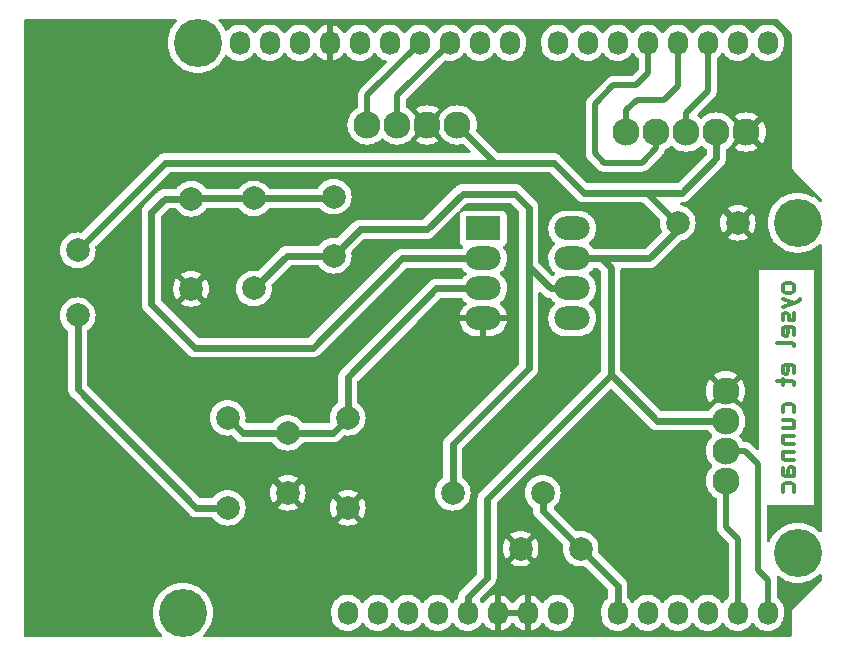
<source format=gbr>
%TF.GenerationSoftware,KiCad,Pcbnew,(6.0.1)*%
%TF.CreationDate,2022-03-25T16:32:43+01:00*%
%TF.ProjectId,pcb_capteur,7063625f-6361-4707-9465-75722e6b6963,rev?*%
%TF.SameCoordinates,Original*%
%TF.FileFunction,Copper,L2,Bot*%
%TF.FilePolarity,Positive*%
%FSLAX46Y46*%
G04 Gerber Fmt 4.6, Leading zero omitted, Abs format (unit mm)*
G04 Created by KiCad (PCBNEW (6.0.1)) date 2022-03-25 16:32:43*
%MOMM*%
%LPD*%
G01*
G04 APERTURE LIST*
%ADD10C,0.300000*%
%TA.AperFunction,NonConductor*%
%ADD11C,0.300000*%
%TD*%
%TA.AperFunction,ComponentPad*%
%ADD12O,1.727200X2.032000*%
%TD*%
%TA.AperFunction,ComponentPad*%
%ADD13C,4.064000*%
%TD*%
%TA.AperFunction,ComponentPad*%
%ADD14C,2.000000*%
%TD*%
%TA.AperFunction,ComponentPad*%
%ADD15C,2.300000*%
%TD*%
%TA.AperFunction,ComponentPad*%
%ADD16R,3.000000X2.000000*%
%TD*%
%TA.AperFunction,ComponentPad*%
%ADD17O,3.000000X2.000000*%
%TD*%
%TA.AperFunction,Conductor*%
%ADD18C,0.600000*%
%TD*%
%TA.AperFunction,Conductor*%
%ADD19C,0.500000*%
%TD*%
G04 APERTURE END LIST*
D10*
D11*
X176766067Y-96213692D02*
X176694638Y-96070835D01*
X176623210Y-95999407D01*
X176480353Y-95927978D01*
X176051781Y-95927978D01*
X175908924Y-95999407D01*
X175837496Y-96070835D01*
X175766067Y-96213692D01*
X175766067Y-96427978D01*
X175837496Y-96570835D01*
X175908924Y-96642264D01*
X176051781Y-96713692D01*
X176480353Y-96713692D01*
X176623210Y-96642264D01*
X176694638Y-96570835D01*
X176766067Y-96427978D01*
X176766067Y-96213692D01*
X175766067Y-97213692D02*
X176766067Y-97570835D01*
X175766067Y-97927978D02*
X176766067Y-97570835D01*
X177123210Y-97427978D01*
X177194638Y-97356549D01*
X177266067Y-97213692D01*
X176694638Y-98427978D02*
X176766067Y-98570835D01*
X176766067Y-98856549D01*
X176694638Y-98999407D01*
X176551781Y-99070835D01*
X176480353Y-99070835D01*
X176337496Y-98999407D01*
X176266067Y-98856549D01*
X176266067Y-98642264D01*
X176194638Y-98499407D01*
X176051781Y-98427978D01*
X175980353Y-98427978D01*
X175837496Y-98499407D01*
X175766067Y-98642264D01*
X175766067Y-98856549D01*
X175837496Y-98999407D01*
X176694638Y-100285121D02*
X176766067Y-100142264D01*
X176766067Y-99856549D01*
X176694638Y-99713692D01*
X176551781Y-99642264D01*
X175980353Y-99642264D01*
X175837496Y-99713692D01*
X175766067Y-99856549D01*
X175766067Y-100142264D01*
X175837496Y-100285121D01*
X175980353Y-100356549D01*
X176123210Y-100356549D01*
X176266067Y-99642264D01*
X176766067Y-101213692D02*
X176694638Y-101070835D01*
X176551781Y-100999407D01*
X175266067Y-100999407D01*
X176694638Y-103499407D02*
X176766067Y-103356549D01*
X176766067Y-103070835D01*
X176694638Y-102927978D01*
X176551781Y-102856549D01*
X175980353Y-102856549D01*
X175837496Y-102927978D01*
X175766067Y-103070835D01*
X175766067Y-103356549D01*
X175837496Y-103499407D01*
X175980353Y-103570835D01*
X176123210Y-103570835D01*
X176266067Y-102856549D01*
X175766067Y-103999407D02*
X175766067Y-104570835D01*
X175266067Y-104213692D02*
X176551781Y-104213692D01*
X176694638Y-104285121D01*
X176766067Y-104427978D01*
X176766067Y-104570835D01*
X176694638Y-106856549D02*
X176766067Y-106713692D01*
X176766067Y-106427978D01*
X176694638Y-106285121D01*
X176623210Y-106213692D01*
X176480353Y-106142264D01*
X176051781Y-106142264D01*
X175908924Y-106213692D01*
X175837496Y-106285121D01*
X175766067Y-106427978D01*
X175766067Y-106713692D01*
X175837496Y-106856549D01*
X175766067Y-108142264D02*
X176766067Y-108142264D01*
X175766067Y-107499407D02*
X176551781Y-107499407D01*
X176694638Y-107570835D01*
X176766067Y-107713692D01*
X176766067Y-107927978D01*
X176694638Y-108070835D01*
X176623210Y-108142264D01*
X175766067Y-108856549D02*
X176766067Y-108856549D01*
X175908924Y-108856549D02*
X175837496Y-108927978D01*
X175766067Y-109070835D01*
X175766067Y-109285121D01*
X175837496Y-109427978D01*
X175980353Y-109499407D01*
X176766067Y-109499407D01*
X175766067Y-110213692D02*
X176766067Y-110213692D01*
X175908924Y-110213692D02*
X175837496Y-110285121D01*
X175766067Y-110427978D01*
X175766067Y-110642264D01*
X175837496Y-110785121D01*
X175980353Y-110856549D01*
X176766067Y-110856549D01*
X176766067Y-112213692D02*
X175980353Y-112213692D01*
X175837496Y-112142264D01*
X175766067Y-111999407D01*
X175766067Y-111713692D01*
X175837496Y-111570835D01*
X176694638Y-112213692D02*
X176766067Y-112070835D01*
X176766067Y-111713692D01*
X176694638Y-111570835D01*
X176551781Y-111499407D01*
X176408924Y-111499407D01*
X176266067Y-111570835D01*
X176194638Y-111713692D01*
X176194638Y-112070835D01*
X176123210Y-112213692D01*
X176694638Y-113570835D02*
X176766067Y-113427978D01*
X176766067Y-113142264D01*
X176694638Y-112999407D01*
X176623210Y-112927978D01*
X176480353Y-112856549D01*
X176051781Y-112856549D01*
X175908924Y-112927978D01*
X175837496Y-112999407D01*
X175766067Y-113142264D01*
X175766067Y-113427978D01*
X175837496Y-113570835D01*
D12*
%TO.P,P1,1,Pin_1*%
%TO.N,unconnected-(P1-Pad1)*%
X138938000Y-123825000D03*
%TO.P,P1,2,Pin_2*%
%TO.N,/IOREF*%
X141478000Y-123825000D03*
%TO.P,P1,3,Pin_3*%
%TO.N,/Reset*%
X144018000Y-123825000D03*
%TO.P,P1,4,Pin_4*%
%TO.N,unconnected-(P1-Pad4)*%
X146558000Y-123825000D03*
%TO.P,P1,5,Pin_5*%
%TO.N,+5V*%
X149098000Y-123825000D03*
%TO.P,P1,6,Pin_6*%
%TO.N,GND*%
X151638000Y-123825000D03*
%TO.P,P1,7,Pin_7*%
X154178000Y-123825000D03*
%TO.P,P1,8,Pin_8*%
%TO.N,/Vin*%
X156718000Y-123825000D03*
%TD*%
%TO.P,P2,1,Pin_1*%
%TO.N,ADC*%
X161798000Y-123825000D03*
%TO.P,P2,2,Pin_2*%
%TO.N,/A1*%
X164338000Y-123825000D03*
%TO.P,P2,3,Pin_3*%
%TO.N,/A2*%
X166878000Y-123825000D03*
%TO.P,P2,4,Pin_4*%
%TO.N,/A3*%
X169418000Y-123825000D03*
%TO.P,P2,5,Pin_5*%
%TO.N,SDA*%
X171958000Y-123825000D03*
%TO.P,P2,6,Pin_6*%
%TO.N,SCL*%
X174498000Y-123825000D03*
%TD*%
%TO.P,P3,1,Pin_1*%
%TO.N,SCL*%
X129794000Y-75565000D03*
%TO.P,P3,2,Pin_2*%
%TO.N,SDA*%
X132334000Y-75565000D03*
%TO.P,P3,3,Pin_3*%
%TO.N,/AREF*%
X134874000Y-75565000D03*
%TO.P,P3,4,Pin_4*%
%TO.N,GND*%
X137414000Y-75565000D03*
%TO.P,P3,5,Pin_5*%
%TO.N,/13(SCK)*%
X139954000Y-75565000D03*
%TO.P,P3,6,Pin_6*%
%TO.N,/12(MISO)*%
X142494000Y-75565000D03*
%TO.P,P3,7,Pin_7*%
%TO.N,TX*%
X145034000Y-75565000D03*
%TO.P,P3,8,Pin_8*%
%TO.N,RX*%
X147574000Y-75565000D03*
%TO.P,P3,9,Pin_9*%
%TO.N,/9(\u002A\u002A)*%
X150114000Y-75565000D03*
%TO.P,P3,10,Pin_10*%
%TO.N,/8*%
X152654000Y-75565000D03*
%TD*%
%TO.P,P4,1,Pin_1*%
%TO.N,/7*%
X156718000Y-75565000D03*
%TO.P,P4,2,Pin_2*%
%TO.N,/6(\u002A\u002A)*%
X159258000Y-75565000D03*
%TO.P,P4,3,Pin_3*%
%TO.N,/5(\u002A\u002A)*%
X161798000Y-75565000D03*
%TO.P,P4,4,Pin_4*%
%TO.N,DATA*%
X164338000Y-75565000D03*
%TO.P,P4,5,Pin_5*%
%TO.N,CLK*%
X166878000Y-75565000D03*
%TO.P,P4,6,Pin_6*%
%TO.N,SW*%
X169418000Y-75565000D03*
%TO.P,P4,7,Pin_7*%
%TO.N,/1(Tx)*%
X171958000Y-75565000D03*
%TO.P,P4,8,Pin_8*%
%TO.N,/0(Rx)*%
X174498000Y-75565000D03*
%TD*%
D13*
%TO.P,P5,1,Pin_1*%
%TO.N,unconnected-(P5-Pad1)*%
X124968000Y-123825000D03*
%TD*%
%TO.P,P6,1,Pin_1*%
%TO.N,unconnected-(P6-Pad1)*%
X177038000Y-118745000D03*
%TD*%
%TO.P,P7,1,Pin_1*%
%TO.N,unconnected-(P7-Pad1)*%
X126238000Y-75565000D03*
%TD*%
%TO.P,P8,1,Pin_1*%
%TO.N,unconnected-(P8-Pad1)*%
X177038000Y-90805000D03*
%TD*%
D14*
%TO.P,C2,1*%
%TO.N,ADC*%
X158656722Y-118383120D03*
%TO.P,C2,2*%
%TO.N,GND*%
X153576722Y-118383120D03*
%TD*%
%TO.P,R5,1*%
%TO.N,Net-(C4-Pad1)*%
X147828000Y-113665000D03*
%TO.P,R5,2*%
%TO.N,ADC*%
X155448000Y-113665000D03*
%TD*%
%TO.P,C4,1*%
%TO.N,Net-(C4-Pad1)*%
X137749529Y-93583824D03*
%TO.P,C4,2*%
%TO.N,IN-*%
X137749529Y-88583824D03*
%TD*%
%TO.P,C1,1*%
%TO.N,IN+*%
X133858000Y-108585000D03*
%TO.P,C1,2*%
%TO.N,GND*%
X133858000Y-113665000D03*
%TD*%
D15*
%TO.P,U1,1,SDA*%
%TO.N,SDA*%
X170937843Y-112648411D03*
%TO.P,U1,2,SCL*%
%TO.N,SCL*%
X170937843Y-110108411D03*
%TO.P,U1,3,VCC*%
%TO.N,+5V*%
X170937843Y-107568411D03*
%TO.P,U1,4,GND*%
%TO.N,GND*%
X170937843Y-105028411D03*
%TD*%
D16*
%TO.P,U2,1,NC_2*%
%TO.N,unconnected-(U2-Pad1)*%
X150418000Y-91285000D03*
D17*
%TO.P,U2,2,IN-*%
%TO.N,IN-*%
X150418000Y-93825000D03*
%TO.P,U2,3,IN+*%
%TO.N,IN+*%
X150418000Y-96365000D03*
%TO.P,U2,4,V-*%
%TO.N,GND*%
X150418000Y-98905000D03*
%TO.P,U2,5,EXTCLKINPUT*%
%TO.N,unconnected-(U2-Pad5)*%
X157938000Y-98905000D03*
%TO.P,U2,6,OUT*%
%TO.N,Net-(C4-Pad1)*%
X157938000Y-96365000D03*
%TO.P,U2,7,V+*%
%TO.N,+5V*%
X157938000Y-93825000D03*
%TO.P,U2,8,NC*%
%TO.N,unconnected-(U2-Pad8)*%
X157938000Y-91285000D03*
%TD*%
D15*
%TO.P,U3,1,VCC*%
%TO.N,+5V*%
X148203881Y-82514960D03*
%TO.P,U3,2,GND*%
%TO.N,GND*%
X145663881Y-82514960D03*
%TO.P,U3,3,TXD*%
%TO.N,RX*%
X143123881Y-82514960D03*
%TO.P,U3,4,RXD*%
%TO.N,TX*%
X140583881Y-82514960D03*
%TD*%
D14*
%TO.P,C3,1*%
%TO.N,+5V*%
X166878000Y-90805000D03*
%TO.P,C3,2*%
%TO.N,GND*%
X171958000Y-90805000D03*
%TD*%
%TO.P,R2,1*%
%TO.N,IN-*%
X125685173Y-88759091D03*
%TO.P,R2,2*%
%TO.N,GND*%
X125685173Y-96379091D03*
%TD*%
%TO.P,R1,1*%
%TO.N,IN+*%
X138938000Y-107315000D03*
%TO.P,R1,2*%
%TO.N,GND*%
X138938000Y-114935000D03*
%TD*%
%TO.P,R4,1*%
%TO.N,Net-(R4-Pad1)*%
X128778000Y-114935000D03*
%TO.P,R4,2*%
%TO.N,IN+*%
X128778000Y-107315000D03*
%TD*%
%TO.P,R6,1*%
%TO.N,Net-(R4-Pad1)*%
X116078000Y-98635000D03*
%TO.P,R6,2*%
%TO.N,+5V*%
X116078000Y-93135000D03*
%TD*%
D15*
%TO.P,U4,1,CLK*%
%TO.N,CLK*%
X162522183Y-83116529D03*
%TO.P,U4,2,DATA*%
%TO.N,DATA*%
X165062183Y-83116529D03*
%TO.P,U4,3,SW*%
%TO.N,SW*%
X167602183Y-83116529D03*
%TO.P,U4,4,VCC*%
%TO.N,+5V*%
X170142183Y-83116529D03*
%TO.P,U4,5,GND*%
%TO.N,GND*%
X172682183Y-83116529D03*
%TD*%
D14*
%TO.P,R3,1*%
%TO.N,Net-(C4-Pad1)*%
X130998000Y-96365000D03*
%TO.P,R3,2*%
%TO.N,IN-*%
X130998000Y-88745000D03*
%TD*%
D18*
%TO.N,+5V*%
X156378258Y-85715000D02*
X158928258Y-88265000D01*
X170937843Y-107568411D02*
X170935664Y-107570590D01*
X158928258Y-88265000D02*
X164098000Y-88265000D01*
X149098000Y-123825000D02*
X149098000Y-122497965D01*
X170142183Y-85350711D02*
X167227894Y-88265000D01*
X150738000Y-120857965D02*
X150738000Y-114158169D01*
X161217687Y-94597229D02*
X161217687Y-101145313D01*
X166878000Y-91404532D02*
X164457532Y-93825000D01*
X161217687Y-103630020D02*
X161217687Y-101145313D01*
X116078000Y-93135000D02*
X123498000Y-85715000D01*
X164238577Y-88265000D02*
X166778577Y-90805000D01*
X167227894Y-88265000D02*
X164098000Y-88265000D01*
X161217687Y-103678482D02*
X161217687Y-101145313D01*
X166878000Y-90805000D02*
X166878000Y-91404532D01*
X160445458Y-93825000D02*
X161217687Y-94597229D01*
X165158257Y-107570590D02*
X161217687Y-103630020D01*
X123498000Y-85715000D02*
X151678000Y-85715000D01*
X170935664Y-107570590D02*
X165158257Y-107570590D01*
D19*
X148203881Y-82514960D02*
X151403921Y-85715000D01*
D18*
X149098000Y-122497965D02*
X150738000Y-120857965D01*
X170142183Y-83116529D02*
X170142183Y-85350711D01*
X150738000Y-114158169D02*
X161217687Y-103678482D01*
X164098000Y-88265000D02*
X164238577Y-88265000D01*
X157938000Y-93825000D02*
X160445458Y-93825000D01*
D19*
X151403921Y-85715000D02*
X151678000Y-85715000D01*
D18*
X164457532Y-93825000D02*
X157938000Y-93825000D01*
X151678000Y-85715000D02*
X156378258Y-85715000D01*
X166778577Y-90805000D02*
X166878000Y-90805000D01*
%TO.N,IN+*%
X137668000Y-108585000D02*
X138938000Y-107315000D01*
X130048000Y-108585000D02*
X133858000Y-108585000D01*
X146458196Y-96365000D02*
X138938000Y-103885196D01*
X133858000Y-108585000D02*
X137668000Y-108585000D01*
X128778000Y-107315000D02*
X130048000Y-108585000D01*
X146458196Y-96365000D02*
X150418000Y-96365000D01*
X138938000Y-103885196D02*
X138938000Y-107315000D01*
%TO.N,ADC*%
X161798000Y-121524398D02*
X158656722Y-118383120D01*
X161798000Y-123825000D02*
X161798000Y-121524398D01*
X155448000Y-115174398D02*
X158656722Y-118383120D01*
X155448000Y-113665000D02*
X155448000Y-115174398D01*
%TO.N,Net-(C4-Pad1)*%
X154273684Y-103089316D02*
X147828000Y-109535000D01*
X147828000Y-109535000D02*
X147828000Y-113665000D01*
X154273684Y-94520370D02*
X154273684Y-93976250D01*
X148673969Y-88326980D02*
X145635949Y-91365000D01*
X137749529Y-93583824D02*
X133779176Y-93583824D01*
X154273684Y-93976250D02*
X154273684Y-103089316D01*
X133779176Y-93583824D02*
X130998000Y-96365000D01*
X145635949Y-91365000D02*
X139968353Y-91365000D01*
X157938000Y-96365000D02*
X156118314Y-96365000D01*
X154273684Y-89516300D02*
X153084364Y-88326980D01*
X153084364Y-88326980D02*
X148673969Y-88326980D01*
X156118314Y-96365000D02*
X154273684Y-94520370D01*
X139968353Y-91365000D02*
X137749529Y-93583824D01*
X154273684Y-93976250D02*
X154273684Y-89516300D01*
%TO.N,IN-*%
X137588353Y-88745000D02*
X137749529Y-88583824D01*
X130998000Y-88745000D02*
X125699264Y-88745000D01*
X135998000Y-101365000D02*
X143538000Y-93825000D01*
X123437249Y-88759091D02*
X122295247Y-89901093D01*
X122295247Y-89901093D02*
X122295247Y-97662247D01*
X125998000Y-101365000D02*
X135998000Y-101365000D01*
X130998000Y-88745000D02*
X137588353Y-88745000D01*
X125699264Y-88745000D02*
X125685173Y-88759091D01*
X125685173Y-88759091D02*
X123437249Y-88759091D01*
X143538000Y-93825000D02*
X150418000Y-93825000D01*
X122295247Y-97662247D02*
X125998000Y-101365000D01*
D19*
%TO.N,SCL*%
X173688000Y-120215000D02*
X174498000Y-121025000D01*
X172564188Y-110108411D02*
X173688000Y-111232223D01*
X174498000Y-121025000D02*
X174498000Y-123825000D01*
X170937843Y-110108411D02*
X172564188Y-110108411D01*
X173688000Y-111232223D02*
X173688000Y-120215000D01*
%TO.N,SDA*%
X170937843Y-112648411D02*
X170937843Y-116544843D01*
X171958000Y-117565000D02*
X171958000Y-123825000D01*
X170937843Y-116544843D02*
X171958000Y-117565000D01*
%TO.N,RX*%
X143123881Y-80015119D02*
X147574000Y-75565000D01*
X143123881Y-82514960D02*
X143123881Y-80015119D01*
%TO.N,TX*%
X140583881Y-82514960D02*
X140583881Y-80015119D01*
X140583881Y-80015119D02*
X145034000Y-75565000D01*
%TO.N,SW*%
X167602183Y-81490184D02*
X169418000Y-79674367D01*
X169418000Y-79674367D02*
X169418000Y-75565000D01*
X167602183Y-83116529D02*
X167602183Y-81490184D01*
%TO.N,DATA*%
X164338000Y-78125000D02*
X164338000Y-75565000D01*
X165062183Y-84460817D02*
X163818000Y-85705000D01*
X165062183Y-83116529D02*
X165062183Y-84460817D01*
X160648000Y-85705000D02*
X159868000Y-84925000D01*
X161438000Y-79145000D02*
X163318000Y-79145000D01*
X159868000Y-84925000D02*
X159868000Y-80715000D01*
X159868000Y-80715000D02*
X161438000Y-79145000D01*
X163818000Y-85705000D02*
X160648000Y-85705000D01*
X163318000Y-79145000D02*
X164338000Y-78125000D01*
%TO.N,CLK*%
X165708000Y-80365000D02*
X166878000Y-79195000D01*
X166878000Y-79195000D02*
X166878000Y-75565000D01*
D18*
X166897152Y-75584152D02*
X166878000Y-75565000D01*
D19*
X163418000Y-80365000D02*
X165708000Y-80365000D01*
X162522183Y-83116529D02*
X162522183Y-81260817D01*
X162522183Y-81260817D02*
X163418000Y-80365000D01*
D18*
%TO.N,Net-(R4-Pad1)*%
X128778000Y-114935000D02*
X126123885Y-114935000D01*
X116078000Y-104889115D02*
X116078000Y-98635000D01*
X126123885Y-114935000D02*
X116078000Y-104889115D01*
%TD*%
%TA.AperFunction,Conductor*%
%TO.N,GND*%
G36*
X124440529Y-73553002D02*
G01*
X124487022Y-73606658D01*
X124497126Y-73676932D01*
X124467632Y-73741512D01*
X124458661Y-73750850D01*
X124382394Y-73822470D01*
X124178629Y-74068779D01*
X124176505Y-74072126D01*
X124176502Y-74072130D01*
X124125981Y-74151738D01*
X124007341Y-74338685D01*
X124005657Y-74342264D01*
X124005653Y-74342271D01*
X123902875Y-74560687D01*
X123871233Y-74627930D01*
X123870007Y-74631702D01*
X123870007Y-74631703D01*
X123868107Y-74637551D01*
X123772449Y-74931954D01*
X123712549Y-75245961D01*
X123692477Y-75565000D01*
X123712549Y-75884039D01*
X123772449Y-76198046D01*
X123773676Y-76201822D01*
X123868201Y-76492737D01*
X123871233Y-76502070D01*
X123872920Y-76505656D01*
X123872922Y-76505660D01*
X124005653Y-76787729D01*
X124005657Y-76787736D01*
X124007341Y-76791315D01*
X124009465Y-76794661D01*
X124009465Y-76794662D01*
X124169914Y-77047488D01*
X124178629Y-77061221D01*
X124382394Y-77307530D01*
X124615423Y-77526359D01*
X124874041Y-77714256D01*
X124877510Y-77716163D01*
X124877513Y-77716165D01*
X125116818Y-77847724D01*
X125154169Y-77868258D01*
X125316083Y-77932364D01*
X125447707Y-77984478D01*
X125447710Y-77984479D01*
X125451390Y-77985936D01*
X125455224Y-77986920D01*
X125455232Y-77986923D01*
X125647153Y-78036200D01*
X125761017Y-78065435D01*
X125764945Y-78065931D01*
X125764949Y-78065932D01*
X125890642Y-78081810D01*
X126078165Y-78105500D01*
X126397835Y-78105500D01*
X126585358Y-78081810D01*
X126711051Y-78065932D01*
X126711055Y-78065931D01*
X126714983Y-78065435D01*
X126828847Y-78036200D01*
X127020768Y-77986923D01*
X127020776Y-77986920D01*
X127024610Y-77985936D01*
X127028290Y-77984479D01*
X127028293Y-77984478D01*
X127159917Y-77932364D01*
X127321831Y-77868258D01*
X127359183Y-77847724D01*
X127598487Y-77716165D01*
X127598490Y-77716163D01*
X127601959Y-77714256D01*
X127860577Y-77526359D01*
X128093606Y-77307530D01*
X128297371Y-77061221D01*
X128306087Y-77047488D01*
X128466535Y-76794662D01*
X128466535Y-76794661D01*
X128468659Y-76791315D01*
X128470343Y-76787736D01*
X128470347Y-76787729D01*
X128540177Y-76639332D01*
X128587280Y-76586211D01*
X128655625Y-76566988D01*
X128723512Y-76587767D01*
X128745355Y-76606008D01*
X128881532Y-76748758D01*
X129068350Y-76887754D01*
X129073102Y-76890170D01*
X129270244Y-76990402D01*
X129275916Y-76993286D01*
X129387106Y-77027811D01*
X129493193Y-77060753D01*
X129493199Y-77060754D01*
X129498296Y-77062337D01*
X129622660Y-77078820D01*
X129723848Y-77092232D01*
X129723852Y-77092232D01*
X129729132Y-77092932D01*
X129734462Y-77092732D01*
X129734463Y-77092732D01*
X129845477Y-77088564D01*
X129961822Y-77084197D01*
X130066005Y-77062337D01*
X130184486Y-77037477D01*
X130184489Y-77037476D01*
X130189713Y-77036380D01*
X130406290Y-76950850D01*
X130605359Y-76830051D01*
X130609855Y-76826150D01*
X130777197Y-76680939D01*
X130777199Y-76680937D01*
X130781230Y-76677439D01*
X130784613Y-76673313D01*
X130784617Y-76673309D01*
X130883776Y-76552374D01*
X130928872Y-76497376D01*
X130954845Y-76451748D01*
X131005927Y-76402442D01*
X131075558Y-76388580D01*
X131141629Y-76414563D01*
X131168867Y-76443713D01*
X131260804Y-76580272D01*
X131264483Y-76584129D01*
X131264485Y-76584131D01*
X131349223Y-76672959D01*
X131421532Y-76748758D01*
X131608350Y-76887754D01*
X131613102Y-76890170D01*
X131810244Y-76990402D01*
X131815916Y-76993286D01*
X131927106Y-77027811D01*
X132033193Y-77060753D01*
X132033199Y-77060754D01*
X132038296Y-77062337D01*
X132162660Y-77078820D01*
X132263848Y-77092232D01*
X132263852Y-77092232D01*
X132269132Y-77092932D01*
X132274462Y-77092732D01*
X132274463Y-77092732D01*
X132385477Y-77088564D01*
X132501822Y-77084197D01*
X132606005Y-77062337D01*
X132724486Y-77037477D01*
X132724489Y-77037476D01*
X132729713Y-77036380D01*
X132946290Y-76950850D01*
X133145359Y-76830051D01*
X133149855Y-76826150D01*
X133317197Y-76680939D01*
X133317199Y-76680937D01*
X133321230Y-76677439D01*
X133324613Y-76673313D01*
X133324617Y-76673309D01*
X133423776Y-76552374D01*
X133468872Y-76497376D01*
X133494845Y-76451748D01*
X133545927Y-76402442D01*
X133615558Y-76388580D01*
X133681629Y-76414563D01*
X133708867Y-76443713D01*
X133800804Y-76580272D01*
X133804483Y-76584129D01*
X133804485Y-76584131D01*
X133889223Y-76672959D01*
X133961532Y-76748758D01*
X134148350Y-76887754D01*
X134153102Y-76890170D01*
X134350244Y-76990402D01*
X134355916Y-76993286D01*
X134467106Y-77027811D01*
X134573193Y-77060753D01*
X134573199Y-77060754D01*
X134578296Y-77062337D01*
X134702660Y-77078820D01*
X134803848Y-77092232D01*
X134803852Y-77092232D01*
X134809132Y-77092932D01*
X134814462Y-77092732D01*
X134814463Y-77092732D01*
X134925477Y-77088564D01*
X135041822Y-77084197D01*
X135146005Y-77062337D01*
X135264486Y-77037477D01*
X135264489Y-77037476D01*
X135269713Y-77036380D01*
X135486290Y-76950850D01*
X135685359Y-76830051D01*
X135689855Y-76826150D01*
X135857197Y-76680939D01*
X135857199Y-76680937D01*
X135861230Y-76677439D01*
X135864613Y-76673313D01*
X135864617Y-76673309D01*
X135963776Y-76552374D01*
X136008872Y-76497376D01*
X136035122Y-76451261D01*
X136086202Y-76401956D01*
X136155832Y-76388094D01*
X136221904Y-76414077D01*
X136249143Y-76443227D01*
X136338215Y-76575530D01*
X136344876Y-76583816D01*
X136498180Y-76744520D01*
X136506148Y-76751569D01*
X136684336Y-76884144D01*
X136693366Y-76889743D01*
X136891347Y-76990402D01*
X136901208Y-76994405D01*
X137113301Y-77060263D01*
X137123696Y-77062548D01*
X137142041Y-77064980D01*
X137156208Y-77062783D01*
X137160000Y-77049599D01*
X137160000Y-77047488D01*
X137668000Y-77047488D01*
X137671973Y-77061019D01*
X137682580Y-77062544D01*
X137804343Y-77036996D01*
X137814539Y-77033936D01*
X138021097Y-76952363D01*
X138030634Y-76947629D01*
X138220503Y-76832414D01*
X138229093Y-76826150D01*
X138396837Y-76680589D01*
X138404257Y-76672959D01*
X138545073Y-76501220D01*
X138551102Y-76492449D01*
X138574533Y-76451285D01*
X138625615Y-76401978D01*
X138695245Y-76388116D01*
X138761316Y-76414099D01*
X138788555Y-76443249D01*
X138880804Y-76580272D01*
X138884483Y-76584129D01*
X138884485Y-76584131D01*
X138969223Y-76672959D01*
X139041532Y-76748758D01*
X139228350Y-76887754D01*
X139233102Y-76890170D01*
X139430244Y-76990402D01*
X139435916Y-76993286D01*
X139547106Y-77027811D01*
X139653193Y-77060753D01*
X139653199Y-77060754D01*
X139658296Y-77062337D01*
X139782660Y-77078820D01*
X139883848Y-77092232D01*
X139883852Y-77092232D01*
X139889132Y-77092932D01*
X139894462Y-77092732D01*
X139894463Y-77092732D01*
X140005477Y-77088564D01*
X140121822Y-77084197D01*
X140226005Y-77062337D01*
X140344486Y-77037477D01*
X140344489Y-77037476D01*
X140349713Y-77036380D01*
X140566290Y-76950850D01*
X140765359Y-76830051D01*
X140769855Y-76826150D01*
X140937197Y-76680939D01*
X140937199Y-76680937D01*
X140941230Y-76677439D01*
X140944613Y-76673313D01*
X140944617Y-76673309D01*
X141043776Y-76552374D01*
X141088872Y-76497376D01*
X141114845Y-76451748D01*
X141165927Y-76402442D01*
X141235558Y-76388580D01*
X141301629Y-76414563D01*
X141328867Y-76443713D01*
X141420804Y-76580272D01*
X141424483Y-76584129D01*
X141424485Y-76584131D01*
X141509223Y-76672959D01*
X141581532Y-76748758D01*
X141768350Y-76887754D01*
X141773102Y-76890170D01*
X141970244Y-76990402D01*
X141975916Y-76993286D01*
X142150475Y-77047488D01*
X142198296Y-77062337D01*
X142197843Y-77063797D01*
X142253934Y-77094585D01*
X142287823Y-77156971D01*
X142282603Y-77227775D01*
X142253739Y-77272580D01*
X140094970Y-79431349D01*
X140080558Y-79443735D01*
X140068963Y-79452268D01*
X140068958Y-79452273D01*
X140063063Y-79456611D01*
X140058324Y-79462189D01*
X140058321Y-79462192D01*
X140028846Y-79496887D01*
X140021916Y-79504403D01*
X140016221Y-79510098D01*
X140013941Y-79512980D01*
X139998600Y-79532370D01*
X139995809Y-79535774D01*
X139967076Y-79569595D01*
X139948548Y-79591404D01*
X139945220Y-79597920D01*
X139941853Y-79602969D01*
X139938686Y-79608098D01*
X139934147Y-79613835D01*
X139903226Y-79679994D01*
X139901323Y-79683888D01*
X139868112Y-79748927D01*
X139866373Y-79756035D01*
X139864274Y-79761678D01*
X139862357Y-79767441D01*
X139859259Y-79774069D01*
X139857769Y-79781231D01*
X139857769Y-79781232D01*
X139844395Y-79845531D01*
X139843425Y-79849815D01*
X139826073Y-79920729D01*
X139825381Y-79931883D01*
X139825345Y-79931881D01*
X139825106Y-79935874D01*
X139824732Y-79940066D01*
X139823241Y-79947234D01*
X139823439Y-79954551D01*
X139825335Y-80024640D01*
X139825381Y-80028047D01*
X139825381Y-80964072D01*
X139805379Y-81032193D01*
X139765216Y-81071505D01*
X139606025Y-81169057D01*
X139407518Y-81338597D01*
X139237978Y-81537104D01*
X139101578Y-81759689D01*
X139099685Y-81764259D01*
X139099683Y-81764263D01*
X139024713Y-81945257D01*
X139001677Y-82000871D01*
X139000522Y-82005683D01*
X138941890Y-82249898D01*
X138941889Y-82249904D01*
X138940735Y-82254711D01*
X138920253Y-82514960D01*
X138940735Y-82775209D01*
X138941889Y-82780016D01*
X138941890Y-82780022D01*
X138978947Y-82934374D01*
X139001677Y-83029049D01*
X139003570Y-83033620D01*
X139003571Y-83033622D01*
X139041881Y-83126109D01*
X139101578Y-83270231D01*
X139237978Y-83492816D01*
X139407518Y-83691323D01*
X139606025Y-83860863D01*
X139828610Y-83997263D01*
X139833180Y-83999156D01*
X139833184Y-83999158D01*
X140064070Y-84094794D01*
X140069792Y-84097164D01*
X140142089Y-84114521D01*
X140318819Y-84156951D01*
X140318825Y-84156952D01*
X140323632Y-84158106D01*
X140583881Y-84178588D01*
X140844130Y-84158106D01*
X140848937Y-84156952D01*
X140848943Y-84156951D01*
X141025673Y-84114521D01*
X141097970Y-84097164D01*
X141103692Y-84094794D01*
X141334578Y-83999158D01*
X141334582Y-83999156D01*
X141339152Y-83997263D01*
X141561737Y-83860863D01*
X141760244Y-83691323D01*
X141763457Y-83687561D01*
X141764786Y-83686232D01*
X141827098Y-83652206D01*
X141897913Y-83657271D01*
X141942976Y-83686232D01*
X141944305Y-83687561D01*
X141947518Y-83691323D01*
X142146025Y-83860863D01*
X142368610Y-83997263D01*
X142373180Y-83999156D01*
X142373184Y-83999158D01*
X142604070Y-84094794D01*
X142609792Y-84097164D01*
X142682089Y-84114521D01*
X142858819Y-84156951D01*
X142858825Y-84156952D01*
X142863632Y-84158106D01*
X143123881Y-84178588D01*
X143384130Y-84158106D01*
X143388937Y-84156952D01*
X143388943Y-84156951D01*
X143565673Y-84114521D01*
X143637970Y-84097164D01*
X143643692Y-84094794D01*
X143874578Y-83999158D01*
X143874582Y-83999156D01*
X143879152Y-83997263D01*
X144101737Y-83860863D01*
X144106068Y-83857164D01*
X144687032Y-83857164D01*
X144691601Y-83863695D01*
X144904617Y-83994231D01*
X144913411Y-83998712D01*
X145145373Y-84094794D01*
X145154758Y-84097843D01*
X145398898Y-84156456D01*
X145408645Y-84157999D01*
X145658951Y-84177699D01*
X145668811Y-84177699D01*
X145919117Y-84157999D01*
X145928864Y-84156456D01*
X146173004Y-84097843D01*
X146182389Y-84094794D01*
X146414351Y-83998712D01*
X146423145Y-83994231D01*
X146634756Y-83864556D01*
X146640803Y-83855290D01*
X146634796Y-83845085D01*
X145676693Y-82886982D01*
X145662749Y-82879368D01*
X145660916Y-82879499D01*
X145654301Y-82883750D01*
X144694425Y-83843626D01*
X144687032Y-83857164D01*
X144106068Y-83857164D01*
X144300244Y-83691323D01*
X144469784Y-83492816D01*
X144606184Y-83270231D01*
X144636746Y-83196448D01*
X144664060Y-83155571D01*
X145291859Y-82527772D01*
X145299473Y-82513828D01*
X145299342Y-82511995D01*
X145295091Y-82505380D01*
X144664060Y-81874349D01*
X144636746Y-81833472D01*
X144608079Y-81764263D01*
X144608077Y-81764259D01*
X144606184Y-81759689D01*
X144469784Y-81537104D01*
X144300244Y-81338597D01*
X144108262Y-81174630D01*
X144686959Y-81174630D01*
X144692966Y-81184835D01*
X145651069Y-82142938D01*
X145665013Y-82150552D01*
X145666846Y-82150421D01*
X145673461Y-82146170D01*
X146633337Y-81186294D01*
X146640730Y-81172756D01*
X146636161Y-81166225D01*
X146423145Y-81035689D01*
X146414351Y-81031208D01*
X146182389Y-80935126D01*
X146173004Y-80932077D01*
X145928864Y-80873464D01*
X145919117Y-80871921D01*
X145668811Y-80852221D01*
X145658951Y-80852221D01*
X145408645Y-80871921D01*
X145398898Y-80873464D01*
X145154758Y-80932077D01*
X145145373Y-80935126D01*
X144913411Y-81031208D01*
X144904617Y-81035689D01*
X144693006Y-81165364D01*
X144686959Y-81174630D01*
X144108262Y-81174630D01*
X144101737Y-81169057D01*
X143942546Y-81071505D01*
X143894915Y-81018857D01*
X143882381Y-80964072D01*
X143882381Y-80381490D01*
X143902383Y-80313369D01*
X143919286Y-80292395D01*
X147126099Y-77085582D01*
X147188411Y-77051556D01*
X147252558Y-77054345D01*
X147278296Y-77062337D01*
X147283585Y-77063038D01*
X147503848Y-77092232D01*
X147503852Y-77092232D01*
X147509132Y-77092932D01*
X147514462Y-77092732D01*
X147514463Y-77092732D01*
X147625477Y-77088564D01*
X147741822Y-77084197D01*
X147846005Y-77062337D01*
X147964486Y-77037477D01*
X147964489Y-77037476D01*
X147969713Y-77036380D01*
X148186290Y-76950850D01*
X148385359Y-76830051D01*
X148389855Y-76826150D01*
X148557197Y-76680939D01*
X148557199Y-76680937D01*
X148561230Y-76677439D01*
X148564613Y-76673313D01*
X148564617Y-76673309D01*
X148663776Y-76552374D01*
X148708872Y-76497376D01*
X148734845Y-76451748D01*
X148785927Y-76402442D01*
X148855558Y-76388580D01*
X148921629Y-76414563D01*
X148948867Y-76443713D01*
X149040804Y-76580272D01*
X149044483Y-76584129D01*
X149044485Y-76584131D01*
X149129223Y-76672959D01*
X149201532Y-76748758D01*
X149388350Y-76887754D01*
X149393102Y-76890170D01*
X149590244Y-76990402D01*
X149595916Y-76993286D01*
X149707106Y-77027811D01*
X149813193Y-77060753D01*
X149813199Y-77060754D01*
X149818296Y-77062337D01*
X149942660Y-77078820D01*
X150043848Y-77092232D01*
X150043852Y-77092232D01*
X150049132Y-77092932D01*
X150054462Y-77092732D01*
X150054463Y-77092732D01*
X150165477Y-77088564D01*
X150281822Y-77084197D01*
X150386005Y-77062337D01*
X150504486Y-77037477D01*
X150504489Y-77037476D01*
X150509713Y-77036380D01*
X150726290Y-76950850D01*
X150925359Y-76830051D01*
X150929855Y-76826150D01*
X151097197Y-76680939D01*
X151097199Y-76680937D01*
X151101230Y-76677439D01*
X151104613Y-76673313D01*
X151104617Y-76673309D01*
X151203776Y-76552374D01*
X151248872Y-76497376D01*
X151274845Y-76451748D01*
X151325927Y-76402442D01*
X151395558Y-76388580D01*
X151461629Y-76414563D01*
X151488867Y-76443713D01*
X151580804Y-76580272D01*
X151584483Y-76584129D01*
X151584485Y-76584131D01*
X151669223Y-76672959D01*
X151741532Y-76748758D01*
X151928350Y-76887754D01*
X151933102Y-76890170D01*
X152130244Y-76990402D01*
X152135916Y-76993286D01*
X152247106Y-77027811D01*
X152353193Y-77060753D01*
X152353199Y-77060754D01*
X152358296Y-77062337D01*
X152482660Y-77078820D01*
X152583848Y-77092232D01*
X152583852Y-77092232D01*
X152589132Y-77092932D01*
X152594462Y-77092732D01*
X152594463Y-77092732D01*
X152705477Y-77088564D01*
X152821822Y-77084197D01*
X152926005Y-77062337D01*
X153044486Y-77037477D01*
X153044489Y-77037476D01*
X153049713Y-77036380D01*
X153266290Y-76950850D01*
X153465359Y-76830051D01*
X153469855Y-76826150D01*
X153637197Y-76680939D01*
X153637199Y-76680937D01*
X153641230Y-76677439D01*
X153644613Y-76673313D01*
X153644617Y-76673309D01*
X153743776Y-76552374D01*
X153788872Y-76497376D01*
X153819696Y-76443227D01*
X153901422Y-76299654D01*
X153904065Y-76295011D01*
X153924239Y-76239435D01*
X153981695Y-76081146D01*
X153981696Y-76081142D01*
X153983515Y-76076131D01*
X154024950Y-75846993D01*
X154026100Y-75822606D01*
X154026100Y-75354132D01*
X154011374Y-75180580D01*
X154010035Y-75175420D01*
X153954217Y-74960363D01*
X153954216Y-74960359D01*
X153952875Y-74955194D01*
X153944164Y-74935855D01*
X153884317Y-74803001D01*
X153857238Y-74742887D01*
X153727196Y-74549728D01*
X153710861Y-74532604D01*
X153570152Y-74385104D01*
X153566468Y-74381242D01*
X153379650Y-74242246D01*
X153252574Y-74177637D01*
X153176842Y-74139133D01*
X153176841Y-74139133D01*
X153172084Y-74136714D01*
X153033299Y-74093620D01*
X152954807Y-74069247D01*
X152954801Y-74069246D01*
X152949704Y-74067663D01*
X152825340Y-74051180D01*
X152724152Y-74037768D01*
X152724148Y-74037768D01*
X152718868Y-74037068D01*
X152713538Y-74037268D01*
X152713537Y-74037268D01*
X152602523Y-74041436D01*
X152486178Y-74045803D01*
X152403474Y-74063156D01*
X152263514Y-74092523D01*
X152263511Y-74092524D01*
X152258287Y-74093620D01*
X152041710Y-74179150D01*
X151842641Y-74299949D01*
X151838611Y-74303446D01*
X151675570Y-74444925D01*
X151666770Y-74452561D01*
X151663387Y-74456687D01*
X151663383Y-74456691D01*
X151608241Y-74523942D01*
X151519128Y-74632624D01*
X151516490Y-74637259D01*
X151516487Y-74637263D01*
X151493155Y-74678252D01*
X151442073Y-74727558D01*
X151372442Y-74741420D01*
X151306371Y-74715437D01*
X151279133Y-74686287D01*
X151190176Y-74554155D01*
X151187196Y-74549728D01*
X151170861Y-74532604D01*
X151030152Y-74385104D01*
X151026468Y-74381242D01*
X150839650Y-74242246D01*
X150712574Y-74177637D01*
X150636842Y-74139133D01*
X150636841Y-74139133D01*
X150632084Y-74136714D01*
X150493299Y-74093620D01*
X150414807Y-74069247D01*
X150414801Y-74069246D01*
X150409704Y-74067663D01*
X150285340Y-74051180D01*
X150184152Y-74037768D01*
X150184148Y-74037768D01*
X150178868Y-74037068D01*
X150173538Y-74037268D01*
X150173537Y-74037268D01*
X150062523Y-74041436D01*
X149946178Y-74045803D01*
X149863474Y-74063156D01*
X149723514Y-74092523D01*
X149723511Y-74092524D01*
X149718287Y-74093620D01*
X149501710Y-74179150D01*
X149302641Y-74299949D01*
X149298611Y-74303446D01*
X149135570Y-74444925D01*
X149126770Y-74452561D01*
X149123387Y-74456687D01*
X149123383Y-74456691D01*
X149068241Y-74523942D01*
X148979128Y-74632624D01*
X148976490Y-74637259D01*
X148976487Y-74637263D01*
X148953155Y-74678252D01*
X148902073Y-74727558D01*
X148832442Y-74741420D01*
X148766371Y-74715437D01*
X148739133Y-74686287D01*
X148650176Y-74554155D01*
X148647196Y-74549728D01*
X148630861Y-74532604D01*
X148490152Y-74385104D01*
X148486468Y-74381242D01*
X148299650Y-74242246D01*
X148172574Y-74177637D01*
X148096842Y-74139133D01*
X148096841Y-74139133D01*
X148092084Y-74136714D01*
X147953299Y-74093620D01*
X147874807Y-74069247D01*
X147874801Y-74069246D01*
X147869704Y-74067663D01*
X147745340Y-74051180D01*
X147644152Y-74037768D01*
X147644148Y-74037768D01*
X147638868Y-74037068D01*
X147633538Y-74037268D01*
X147633537Y-74037268D01*
X147522523Y-74041436D01*
X147406178Y-74045803D01*
X147323474Y-74063156D01*
X147183514Y-74092523D01*
X147183511Y-74092524D01*
X147178287Y-74093620D01*
X146961710Y-74179150D01*
X146762641Y-74299949D01*
X146758611Y-74303446D01*
X146595570Y-74444925D01*
X146586770Y-74452561D01*
X146583387Y-74456687D01*
X146583383Y-74456691D01*
X146528241Y-74523942D01*
X146439128Y-74632624D01*
X146436490Y-74637259D01*
X146436487Y-74637263D01*
X146413155Y-74678252D01*
X146362073Y-74727558D01*
X146292442Y-74741420D01*
X146226371Y-74715437D01*
X146199133Y-74686287D01*
X146110176Y-74554155D01*
X146107196Y-74549728D01*
X146090861Y-74532604D01*
X145950152Y-74385104D01*
X145946468Y-74381242D01*
X145759650Y-74242246D01*
X145632574Y-74177637D01*
X145556842Y-74139133D01*
X145556841Y-74139133D01*
X145552084Y-74136714D01*
X145413299Y-74093620D01*
X145334807Y-74069247D01*
X145334801Y-74069246D01*
X145329704Y-74067663D01*
X145205340Y-74051180D01*
X145104152Y-74037768D01*
X145104148Y-74037768D01*
X145098868Y-74037068D01*
X145093538Y-74037268D01*
X145093537Y-74037268D01*
X144982523Y-74041436D01*
X144866178Y-74045803D01*
X144783474Y-74063156D01*
X144643514Y-74092523D01*
X144643511Y-74092524D01*
X144638287Y-74093620D01*
X144421710Y-74179150D01*
X144222641Y-74299949D01*
X144218611Y-74303446D01*
X144055570Y-74444925D01*
X144046770Y-74452561D01*
X144043387Y-74456687D01*
X144043383Y-74456691D01*
X143988241Y-74523942D01*
X143899128Y-74632624D01*
X143896490Y-74637259D01*
X143896487Y-74637263D01*
X143873155Y-74678252D01*
X143822073Y-74727558D01*
X143752442Y-74741420D01*
X143686371Y-74715437D01*
X143659133Y-74686287D01*
X143570176Y-74554155D01*
X143567196Y-74549728D01*
X143550861Y-74532604D01*
X143410152Y-74385104D01*
X143406468Y-74381242D01*
X143219650Y-74242246D01*
X143092574Y-74177637D01*
X143016842Y-74139133D01*
X143016841Y-74139133D01*
X143012084Y-74136714D01*
X142873299Y-74093620D01*
X142794807Y-74069247D01*
X142794801Y-74069246D01*
X142789704Y-74067663D01*
X142665340Y-74051180D01*
X142564152Y-74037768D01*
X142564148Y-74037768D01*
X142558868Y-74037068D01*
X142553538Y-74037268D01*
X142553537Y-74037268D01*
X142442523Y-74041436D01*
X142326178Y-74045803D01*
X142243474Y-74063156D01*
X142103514Y-74092523D01*
X142103511Y-74092524D01*
X142098287Y-74093620D01*
X141881710Y-74179150D01*
X141682641Y-74299949D01*
X141678611Y-74303446D01*
X141515570Y-74444925D01*
X141506770Y-74452561D01*
X141503387Y-74456687D01*
X141503383Y-74456691D01*
X141448241Y-74523942D01*
X141359128Y-74632624D01*
X141356490Y-74637259D01*
X141356487Y-74637263D01*
X141333155Y-74678252D01*
X141282073Y-74727558D01*
X141212442Y-74741420D01*
X141146371Y-74715437D01*
X141119133Y-74686287D01*
X141030176Y-74554155D01*
X141027196Y-74549728D01*
X141010861Y-74532604D01*
X140870152Y-74385104D01*
X140866468Y-74381242D01*
X140679650Y-74242246D01*
X140552574Y-74177637D01*
X140476842Y-74139133D01*
X140476841Y-74139133D01*
X140472084Y-74136714D01*
X140333299Y-74093620D01*
X140254807Y-74069247D01*
X140254801Y-74069246D01*
X140249704Y-74067663D01*
X140125340Y-74051180D01*
X140024152Y-74037768D01*
X140024148Y-74037768D01*
X140018868Y-74037068D01*
X140013538Y-74037268D01*
X140013537Y-74037268D01*
X139902523Y-74041436D01*
X139786178Y-74045803D01*
X139703474Y-74063156D01*
X139563514Y-74092523D01*
X139563511Y-74092524D01*
X139558287Y-74093620D01*
X139341710Y-74179150D01*
X139142641Y-74299949D01*
X139138611Y-74303446D01*
X138975570Y-74444925D01*
X138966770Y-74452561D01*
X138963387Y-74456687D01*
X138963383Y-74456691D01*
X138908241Y-74523942D01*
X138819128Y-74632624D01*
X138792878Y-74678739D01*
X138741798Y-74728044D01*
X138672168Y-74741906D01*
X138606096Y-74715923D01*
X138578857Y-74686773D01*
X138489785Y-74554470D01*
X138483124Y-74546184D01*
X138329820Y-74385480D01*
X138321852Y-74378431D01*
X138143664Y-74245856D01*
X138134634Y-74240257D01*
X137936653Y-74139598D01*
X137926792Y-74135595D01*
X137714699Y-74069737D01*
X137704304Y-74067452D01*
X137685959Y-74065020D01*
X137671792Y-74067217D01*
X137668000Y-74080401D01*
X137668000Y-77047488D01*
X137160000Y-77047488D01*
X137160000Y-74082512D01*
X137156027Y-74068981D01*
X137145420Y-74067456D01*
X137023657Y-74093004D01*
X137013461Y-74096064D01*
X136806903Y-74177637D01*
X136797366Y-74182371D01*
X136607497Y-74297586D01*
X136598907Y-74303850D01*
X136431163Y-74449411D01*
X136423743Y-74457041D01*
X136282927Y-74628780D01*
X136276898Y-74637551D01*
X136253467Y-74678715D01*
X136202385Y-74728022D01*
X136132755Y-74741884D01*
X136066684Y-74715901D01*
X136039445Y-74686751D01*
X136003005Y-74632624D01*
X135947196Y-74549728D01*
X135930861Y-74532604D01*
X135790152Y-74385104D01*
X135786468Y-74381242D01*
X135599650Y-74242246D01*
X135472574Y-74177637D01*
X135396842Y-74139133D01*
X135396841Y-74139133D01*
X135392084Y-74136714D01*
X135253299Y-74093620D01*
X135174807Y-74069247D01*
X135174801Y-74069246D01*
X135169704Y-74067663D01*
X135045340Y-74051180D01*
X134944152Y-74037768D01*
X134944148Y-74037768D01*
X134938868Y-74037068D01*
X134933538Y-74037268D01*
X134933537Y-74037268D01*
X134822523Y-74041436D01*
X134706178Y-74045803D01*
X134623474Y-74063156D01*
X134483514Y-74092523D01*
X134483511Y-74092524D01*
X134478287Y-74093620D01*
X134261710Y-74179150D01*
X134062641Y-74299949D01*
X134058611Y-74303446D01*
X133895570Y-74444925D01*
X133886770Y-74452561D01*
X133883387Y-74456687D01*
X133883383Y-74456691D01*
X133828241Y-74523942D01*
X133739128Y-74632624D01*
X133736490Y-74637259D01*
X133736487Y-74637263D01*
X133713155Y-74678252D01*
X133662073Y-74727558D01*
X133592442Y-74741420D01*
X133526371Y-74715437D01*
X133499133Y-74686287D01*
X133410176Y-74554155D01*
X133407196Y-74549728D01*
X133390861Y-74532604D01*
X133250152Y-74385104D01*
X133246468Y-74381242D01*
X133059650Y-74242246D01*
X132932574Y-74177637D01*
X132856842Y-74139133D01*
X132856841Y-74139133D01*
X132852084Y-74136714D01*
X132713299Y-74093620D01*
X132634807Y-74069247D01*
X132634801Y-74069246D01*
X132629704Y-74067663D01*
X132505340Y-74051180D01*
X132404152Y-74037768D01*
X132404148Y-74037768D01*
X132398868Y-74037068D01*
X132393538Y-74037268D01*
X132393537Y-74037268D01*
X132282523Y-74041436D01*
X132166178Y-74045803D01*
X132083474Y-74063156D01*
X131943514Y-74092523D01*
X131943511Y-74092524D01*
X131938287Y-74093620D01*
X131721710Y-74179150D01*
X131522641Y-74299949D01*
X131518611Y-74303446D01*
X131355570Y-74444925D01*
X131346770Y-74452561D01*
X131343387Y-74456687D01*
X131343383Y-74456691D01*
X131288241Y-74523942D01*
X131199128Y-74632624D01*
X131196490Y-74637259D01*
X131196487Y-74637263D01*
X131173155Y-74678252D01*
X131122073Y-74727558D01*
X131052442Y-74741420D01*
X130986371Y-74715437D01*
X130959133Y-74686287D01*
X130870176Y-74554155D01*
X130867196Y-74549728D01*
X130850861Y-74532604D01*
X130710152Y-74385104D01*
X130706468Y-74381242D01*
X130519650Y-74242246D01*
X130392574Y-74177637D01*
X130316842Y-74139133D01*
X130316841Y-74139133D01*
X130312084Y-74136714D01*
X130173299Y-74093620D01*
X130094807Y-74069247D01*
X130094801Y-74069246D01*
X130089704Y-74067663D01*
X129965340Y-74051180D01*
X129864152Y-74037768D01*
X129864148Y-74037768D01*
X129858868Y-74037068D01*
X129853538Y-74037268D01*
X129853537Y-74037268D01*
X129742523Y-74041436D01*
X129626178Y-74045803D01*
X129543474Y-74063156D01*
X129403514Y-74092523D01*
X129403511Y-74092524D01*
X129398287Y-74093620D01*
X129181710Y-74179150D01*
X128982641Y-74299949D01*
X128978611Y-74303446D01*
X128815570Y-74444925D01*
X128806770Y-74452561D01*
X128803384Y-74456691D01*
X128803383Y-74456692D01*
X128752489Y-74518761D01*
X128693829Y-74558756D01*
X128622859Y-74560687D01*
X128562111Y-74523942D01*
X128541047Y-74492518D01*
X128470347Y-74342271D01*
X128470343Y-74342264D01*
X128468659Y-74338685D01*
X128350019Y-74151738D01*
X128299498Y-74072130D01*
X128299495Y-74072126D01*
X128297371Y-74068779D01*
X128093606Y-73822470D01*
X128017339Y-73750850D01*
X127981373Y-73689637D01*
X127984212Y-73618697D01*
X128024952Y-73560553D01*
X128090660Y-73533665D01*
X128103592Y-73533000D01*
X175251390Y-73533000D01*
X175319511Y-73553002D01*
X175340485Y-73569905D01*
X176493095Y-74722515D01*
X176527121Y-74784827D01*
X176530000Y-74811610D01*
X176530000Y-85907980D01*
X176528646Y-85920096D01*
X176529130Y-85920135D01*
X176528410Y-85929086D01*
X176526429Y-85937840D01*
X176526985Y-85946799D01*
X176529758Y-85991501D01*
X176530000Y-85999303D01*
X176530000Y-86015477D01*
X176530636Y-86019918D01*
X176530636Y-86019919D01*
X176531480Y-86025813D01*
X176532510Y-86035872D01*
X176535439Y-86083075D01*
X176538485Y-86091513D01*
X176539088Y-86094424D01*
X176543294Y-86111292D01*
X176544132Y-86114159D01*
X176545405Y-86123045D01*
X176549120Y-86131216D01*
X176549121Y-86131219D01*
X176564977Y-86166092D01*
X176568791Y-86175461D01*
X176581801Y-86211501D01*
X176581803Y-86211505D01*
X176584850Y-86219945D01*
X176590146Y-86227194D01*
X176591547Y-86229829D01*
X176600303Y-86244814D01*
X176601918Y-86247339D01*
X176605633Y-86255510D01*
X176611491Y-86262309D01*
X176611492Y-86262310D01*
X176636502Y-86291335D01*
X176642791Y-86299256D01*
X176646168Y-86303878D01*
X176650805Y-86310225D01*
X176661757Y-86321177D01*
X176668115Y-86328025D01*
X176694756Y-86358944D01*
X176694761Y-86358948D01*
X176700619Y-86365747D01*
X176708153Y-86370630D01*
X176714428Y-86376104D01*
X176726248Y-86385668D01*
X179033095Y-88692515D01*
X179067121Y-88754827D01*
X179070000Y-88781610D01*
X179070000Y-88936946D01*
X179049998Y-89005067D01*
X178996342Y-89051560D01*
X178926068Y-89061664D01*
X178857747Y-89028796D01*
X178807549Y-88981657D01*
X178660577Y-88843641D01*
X178641889Y-88830063D01*
X178405167Y-88658075D01*
X178401959Y-88655744D01*
X178280105Y-88588754D01*
X178125293Y-88503645D01*
X178125290Y-88503643D01*
X178121831Y-88501742D01*
X177902556Y-88414925D01*
X177828293Y-88385522D01*
X177828290Y-88385521D01*
X177824610Y-88384064D01*
X177820776Y-88383080D01*
X177820768Y-88383077D01*
X177603522Y-88327298D01*
X177514983Y-88304565D01*
X177511055Y-88304069D01*
X177511051Y-88304068D01*
X177385358Y-88288190D01*
X177197835Y-88264500D01*
X176878165Y-88264500D01*
X176690642Y-88288190D01*
X176564949Y-88304068D01*
X176564945Y-88304069D01*
X176561017Y-88304565D01*
X176472478Y-88327298D01*
X176255232Y-88383077D01*
X176255224Y-88383080D01*
X176251390Y-88384064D01*
X176247710Y-88385521D01*
X176247707Y-88385522D01*
X176173444Y-88414925D01*
X175954169Y-88501742D01*
X175950710Y-88503643D01*
X175950707Y-88503645D01*
X175795895Y-88588754D01*
X175674041Y-88655744D01*
X175670833Y-88658075D01*
X175434112Y-88830063D01*
X175415423Y-88843641D01*
X175259622Y-88989948D01*
X175189199Y-89056080D01*
X175182394Y-89062470D01*
X175179870Y-89065521D01*
X175179869Y-89065522D01*
X175152355Y-89098781D01*
X174978629Y-89308779D01*
X174976505Y-89312126D01*
X174976502Y-89312130D01*
X174873854Y-89473878D01*
X174807341Y-89578685D01*
X174805657Y-89582264D01*
X174805653Y-89582271D01*
X174681241Y-89846661D01*
X174671233Y-89867930D01*
X174670007Y-89871702D01*
X174670007Y-89871703D01*
X174633053Y-89985436D01*
X174572449Y-90171954D01*
X174512549Y-90485961D01*
X174492477Y-90805000D01*
X174512549Y-91124039D01*
X174572449Y-91438046D01*
X174671233Y-91742070D01*
X174672920Y-91745656D01*
X174672922Y-91745660D01*
X174805653Y-92027729D01*
X174805657Y-92027736D01*
X174807341Y-92031315D01*
X174809465Y-92034661D01*
X174809465Y-92034662D01*
X174969954Y-92287551D01*
X174978629Y-92301221D01*
X174981154Y-92304273D01*
X175154536Y-92513855D01*
X175182394Y-92547530D01*
X175415423Y-92766359D01*
X175418625Y-92768686D01*
X175418627Y-92768687D01*
X175445640Y-92788313D01*
X175674041Y-92954256D01*
X175677510Y-92956163D01*
X175677513Y-92956165D01*
X175930035Y-93094990D01*
X175954169Y-93108258D01*
X176077550Y-93157108D01*
X176247707Y-93224478D01*
X176247710Y-93224479D01*
X176251390Y-93225936D01*
X176255224Y-93226920D01*
X176255232Y-93226923D01*
X176447153Y-93276200D01*
X176561017Y-93305435D01*
X176564945Y-93305931D01*
X176564949Y-93305932D01*
X176656173Y-93317456D01*
X176878165Y-93345500D01*
X177197835Y-93345500D01*
X177419827Y-93317456D01*
X177511051Y-93305932D01*
X177511055Y-93305931D01*
X177514983Y-93305435D01*
X177628847Y-93276200D01*
X177820768Y-93226923D01*
X177820776Y-93226920D01*
X177824610Y-93225936D01*
X177828290Y-93224479D01*
X177828293Y-93224478D01*
X177998450Y-93157108D01*
X178121831Y-93108258D01*
X178145966Y-93094990D01*
X178398487Y-92956165D01*
X178398490Y-92956163D01*
X178401959Y-92954256D01*
X178630360Y-92788313D01*
X178657373Y-92768687D01*
X178657375Y-92768686D01*
X178660577Y-92766359D01*
X178857747Y-92581204D01*
X178921097Y-92549153D01*
X178991719Y-92556440D01*
X179047190Y-92600751D01*
X179070000Y-92673054D01*
X179070000Y-116876946D01*
X179049998Y-116945067D01*
X178996342Y-116991560D01*
X178926068Y-117001664D01*
X178857747Y-116968796D01*
X178795922Y-116910739D01*
X178660577Y-116783641D01*
X178401959Y-116595744D01*
X178396568Y-116592780D01*
X178125293Y-116443645D01*
X178125290Y-116443643D01*
X178121831Y-116441742D01*
X177945011Y-116371734D01*
X177828293Y-116325522D01*
X177828290Y-116325521D01*
X177824610Y-116324064D01*
X177820776Y-116323080D01*
X177820768Y-116323077D01*
X177628847Y-116273800D01*
X177514983Y-116244565D01*
X177511055Y-116244069D01*
X177511051Y-116244068D01*
X177385358Y-116228190D01*
X177197835Y-116204500D01*
X176878165Y-116204500D01*
X176690642Y-116228190D01*
X176564949Y-116244068D01*
X176564945Y-116244069D01*
X176561017Y-116244565D01*
X176447153Y-116273800D01*
X176255232Y-116323077D01*
X176255224Y-116323080D01*
X176251390Y-116324064D01*
X176247710Y-116325521D01*
X176247707Y-116325522D01*
X176130989Y-116371734D01*
X175954169Y-116441742D01*
X175950710Y-116443643D01*
X175950707Y-116443645D01*
X175679432Y-116592780D01*
X175674041Y-116595744D01*
X175415423Y-116783641D01*
X175182394Y-117002470D01*
X175179870Y-117005521D01*
X175179869Y-117005522D01*
X175112038Y-117087516D01*
X174978629Y-117248779D01*
X174976505Y-117252126D01*
X174976502Y-117252130D01*
X174872171Y-117416529D01*
X174807341Y-117518685D01*
X174805657Y-117522264D01*
X174805653Y-117522271D01*
X174686508Y-117775469D01*
X174639406Y-117828590D01*
X174571061Y-117847813D01*
X174503173Y-117827034D01*
X174457296Y-117772851D01*
X174446500Y-117721821D01*
X174446500Y-114790550D01*
X174466502Y-114722429D01*
X174520158Y-114675936D01*
X174572500Y-114664550D01*
X178402996Y-114664550D01*
X178402996Y-94834264D01*
X173771996Y-94834264D01*
X173771996Y-109939348D01*
X173751994Y-110007469D01*
X173698338Y-110053962D01*
X173628064Y-110064066D01*
X173563484Y-110034572D01*
X173556901Y-110028443D01*
X173147958Y-109619500D01*
X173135572Y-109605088D01*
X173127039Y-109593493D01*
X173127034Y-109593488D01*
X173122696Y-109587593D01*
X173117118Y-109582854D01*
X173117115Y-109582851D01*
X173082420Y-109553376D01*
X173074904Y-109546446D01*
X173069209Y-109540751D01*
X173063068Y-109535893D01*
X173046937Y-109523130D01*
X173043533Y-109520339D01*
X172993485Y-109477820D01*
X172993483Y-109477819D01*
X172987903Y-109473078D01*
X172981387Y-109469750D01*
X172976338Y-109466383D01*
X172971209Y-109463216D01*
X172965472Y-109458677D01*
X172899313Y-109427756D01*
X172895413Y-109425850D01*
X172871231Y-109413502D01*
X172830380Y-109392642D01*
X172823272Y-109390903D01*
X172817629Y-109388804D01*
X172811866Y-109386887D01*
X172805238Y-109383789D01*
X172796811Y-109382036D01*
X172733776Y-109368925D01*
X172729487Y-109367954D01*
X172727088Y-109367367D01*
X172658578Y-109350603D01*
X172652976Y-109350255D01*
X172652973Y-109350255D01*
X172647424Y-109349911D01*
X172647426Y-109349875D01*
X172643433Y-109349636D01*
X172639241Y-109349262D01*
X172632073Y-109347771D01*
X172573557Y-109349354D01*
X172554667Y-109349865D01*
X172551260Y-109349911D01*
X172488731Y-109349911D01*
X172420610Y-109329909D01*
X172381298Y-109289746D01*
X172342454Y-109226358D01*
X172283746Y-109130555D01*
X172114206Y-108932048D01*
X172110444Y-108928835D01*
X172109115Y-108927506D01*
X172075089Y-108865194D01*
X172080154Y-108794379D01*
X172109115Y-108749316D01*
X172110444Y-108747987D01*
X172114206Y-108744774D01*
X172283746Y-108546267D01*
X172420146Y-108323682D01*
X172445642Y-108262131D01*
X172518153Y-108087073D01*
X172518154Y-108087071D01*
X172520047Y-108082500D01*
X172541419Y-107993480D01*
X172579834Y-107833473D01*
X172579835Y-107833467D01*
X172580989Y-107828660D01*
X172601471Y-107568411D01*
X172580989Y-107308162D01*
X172579835Y-107303355D01*
X172579834Y-107303349D01*
X172541419Y-107143342D01*
X172520047Y-107054322D01*
X172436333Y-106852218D01*
X172422041Y-106817714D01*
X172422039Y-106817710D01*
X172420146Y-106813140D01*
X172283746Y-106590555D01*
X172114206Y-106392048D01*
X171915699Y-106222508D01*
X171693114Y-106086108D01*
X171688544Y-106084215D01*
X171688540Y-106084213D01*
X171619331Y-106055546D01*
X171578454Y-106028232D01*
X170950655Y-105400433D01*
X170936711Y-105392819D01*
X170934878Y-105392950D01*
X170928263Y-105397201D01*
X170297232Y-106028232D01*
X170256355Y-106055546D01*
X170187146Y-106084213D01*
X170187142Y-106084215D01*
X170182572Y-106086108D01*
X169959987Y-106222508D01*
X169761480Y-106392048D01*
X169591940Y-106590555D01*
X169589357Y-106594770D01*
X169589349Y-106594781D01*
X169523691Y-106701925D01*
X169471044Y-106749556D01*
X169416259Y-106762090D01*
X165545339Y-106762090D01*
X165477218Y-106742088D01*
X165456244Y-106725185D01*
X163764400Y-105033341D01*
X169275104Y-105033341D01*
X169294804Y-105283647D01*
X169296347Y-105293394D01*
X169354960Y-105537534D01*
X169358009Y-105546919D01*
X169454091Y-105778881D01*
X169458572Y-105787675D01*
X169588247Y-105999286D01*
X169597513Y-106005333D01*
X169607718Y-105999326D01*
X170565821Y-105041223D01*
X170572199Y-105029543D01*
X171302251Y-105029543D01*
X171302382Y-105031376D01*
X171306633Y-105037991D01*
X172266509Y-105997867D01*
X172280047Y-106005260D01*
X172286578Y-106000691D01*
X172417114Y-105787675D01*
X172421595Y-105778881D01*
X172517677Y-105546919D01*
X172520726Y-105537534D01*
X172579339Y-105293394D01*
X172580882Y-105283647D01*
X172600582Y-105033341D01*
X172600582Y-105023481D01*
X172580882Y-104773175D01*
X172579339Y-104763428D01*
X172520726Y-104519288D01*
X172517677Y-104509903D01*
X172421595Y-104277941D01*
X172417114Y-104269147D01*
X172287439Y-104057536D01*
X172278173Y-104051489D01*
X172267968Y-104057496D01*
X171309865Y-105015599D01*
X171302251Y-105029543D01*
X170572199Y-105029543D01*
X170573435Y-105027279D01*
X170573304Y-105025446D01*
X170569053Y-105018831D01*
X169609177Y-104058955D01*
X169595639Y-104051562D01*
X169589108Y-104056131D01*
X169458572Y-104269147D01*
X169454091Y-104277941D01*
X169358009Y-104509903D01*
X169354960Y-104519288D01*
X169296347Y-104763428D01*
X169294804Y-104773175D01*
X169275104Y-105023481D01*
X169275104Y-105033341D01*
X163764400Y-105033341D01*
X162419140Y-103688081D01*
X169960921Y-103688081D01*
X169966928Y-103698286D01*
X170925031Y-104656389D01*
X170938975Y-104664003D01*
X170940808Y-104663872D01*
X170947423Y-104659621D01*
X171907299Y-103699745D01*
X171914692Y-103686207D01*
X171910123Y-103679676D01*
X171697107Y-103549140D01*
X171688313Y-103544659D01*
X171456351Y-103448577D01*
X171446966Y-103445528D01*
X171202826Y-103386915D01*
X171193079Y-103385372D01*
X170942773Y-103365672D01*
X170932913Y-103365672D01*
X170682607Y-103385372D01*
X170672860Y-103386915D01*
X170428720Y-103445528D01*
X170419335Y-103448577D01*
X170187373Y-103544659D01*
X170178579Y-103549140D01*
X169966968Y-103678815D01*
X169960921Y-103688081D01*
X162419140Y-103688081D01*
X162063092Y-103332033D01*
X162029066Y-103269721D01*
X162026187Y-103242938D01*
X162026187Y-94759500D01*
X162046189Y-94691379D01*
X162099845Y-94644886D01*
X162152187Y-94633500D01*
X164448318Y-94633500D01*
X164449638Y-94633507D01*
X164539753Y-94634451D01*
X164582129Y-94625289D01*
X164594695Y-94623231D01*
X164637787Y-94618397D01*
X164644438Y-94616081D01*
X164644442Y-94616080D01*
X164669462Y-94607367D01*
X164684274Y-94603204D01*
X164710151Y-94597609D01*
X164717042Y-94596119D01*
X164756345Y-94577792D01*
X164768121Y-94573010D01*
X164809084Y-94558745D01*
X164815059Y-94555011D01*
X164815062Y-94555010D01*
X164837527Y-94540973D01*
X164851044Y-94533634D01*
X164875046Y-94522441D01*
X164875047Y-94522440D01*
X164881434Y-94519462D01*
X164890441Y-94512476D01*
X164915685Y-94492894D01*
X164926144Y-94485598D01*
X164956936Y-94466358D01*
X164956939Y-94466356D01*
X164962908Y-94462626D01*
X164991711Y-94434024D01*
X164992336Y-94433439D01*
X164993002Y-94432922D01*
X165018991Y-94406933D01*
X165091614Y-94334815D01*
X165092272Y-94333778D01*
X165093375Y-94332549D01*
X166083626Y-93342298D01*
X167104948Y-92320975D01*
X167164629Y-92287551D01*
X167239967Y-92269464D01*
X167345594Y-92244105D01*
X167350167Y-92242211D01*
X167560389Y-92155135D01*
X167560393Y-92155133D01*
X167564963Y-92153240D01*
X167581340Y-92143204D01*
X167753556Y-92037670D01*
X171090160Y-92037670D01*
X171095887Y-92045320D01*
X171267042Y-92150205D01*
X171275837Y-92154687D01*
X171485988Y-92241734D01*
X171495373Y-92244783D01*
X171716554Y-92297885D01*
X171726301Y-92299428D01*
X171953070Y-92317275D01*
X171962930Y-92317275D01*
X172189699Y-92299428D01*
X172199446Y-92297885D01*
X172420627Y-92244783D01*
X172430012Y-92241734D01*
X172640163Y-92154687D01*
X172648958Y-92150205D01*
X172816445Y-92047568D01*
X172825907Y-92037110D01*
X172822124Y-92028334D01*
X171970812Y-91177022D01*
X171956868Y-91169408D01*
X171955035Y-91169539D01*
X171948420Y-91173790D01*
X171096920Y-92025290D01*
X171090160Y-92037670D01*
X167753556Y-92037670D01*
X167763202Y-92031759D01*
X167763208Y-92031755D01*
X167767416Y-92029176D01*
X167947969Y-91874969D01*
X168102176Y-91694416D01*
X168104755Y-91690208D01*
X168104759Y-91690202D01*
X168223654Y-91496183D01*
X168226240Y-91491963D01*
X168228229Y-91487163D01*
X168315211Y-91277167D01*
X168315212Y-91277165D01*
X168317105Y-91272594D01*
X168352770Y-91124039D01*
X168371380Y-91046524D01*
X168371381Y-91046518D01*
X168372535Y-91041711D01*
X168390777Y-90809930D01*
X170445725Y-90809930D01*
X170463572Y-91036699D01*
X170465115Y-91046446D01*
X170518217Y-91267627D01*
X170521266Y-91277012D01*
X170608313Y-91487163D01*
X170612795Y-91495958D01*
X170715432Y-91663445D01*
X170725890Y-91672907D01*
X170734666Y-91669124D01*
X171585978Y-90817812D01*
X171592356Y-90806132D01*
X172322408Y-90806132D01*
X172322539Y-90807965D01*
X172326790Y-90814580D01*
X173178290Y-91666080D01*
X173190670Y-91672840D01*
X173198320Y-91667113D01*
X173303205Y-91495958D01*
X173307687Y-91487163D01*
X173394734Y-91277012D01*
X173397783Y-91267627D01*
X173450885Y-91046446D01*
X173452428Y-91036699D01*
X173470275Y-90809930D01*
X173470275Y-90800070D01*
X173452428Y-90573301D01*
X173450885Y-90563554D01*
X173397783Y-90342373D01*
X173394734Y-90332988D01*
X173307687Y-90122837D01*
X173303205Y-90114042D01*
X173200568Y-89946555D01*
X173190110Y-89937093D01*
X173181334Y-89940876D01*
X172330022Y-90792188D01*
X172322408Y-90806132D01*
X171592356Y-90806132D01*
X171593592Y-90803868D01*
X171593461Y-90802035D01*
X171589210Y-90795420D01*
X170737710Y-89943920D01*
X170725330Y-89937160D01*
X170717680Y-89942887D01*
X170612795Y-90114042D01*
X170608313Y-90122837D01*
X170521266Y-90332988D01*
X170518217Y-90342373D01*
X170465115Y-90563554D01*
X170463572Y-90573301D01*
X170445725Y-90800070D01*
X170445725Y-90809930D01*
X168390777Y-90809930D01*
X168391165Y-90805000D01*
X168372535Y-90568289D01*
X168369704Y-90556493D01*
X168318260Y-90342218D01*
X168317105Y-90337406D01*
X168315211Y-90332833D01*
X168228135Y-90122611D01*
X168228133Y-90122607D01*
X168226240Y-90118037D01*
X168201925Y-90078359D01*
X168104759Y-89919798D01*
X168104755Y-89919792D01*
X168102176Y-89915584D01*
X167947969Y-89735031D01*
X167767416Y-89580824D01*
X167763208Y-89578245D01*
X167763202Y-89578241D01*
X167754470Y-89572890D01*
X171090093Y-89572890D01*
X171093876Y-89581666D01*
X171945188Y-90432978D01*
X171959132Y-90440592D01*
X171960965Y-90440461D01*
X171967580Y-90436210D01*
X172819080Y-89584710D01*
X172825840Y-89572330D01*
X172820113Y-89564680D01*
X172648958Y-89459795D01*
X172640163Y-89455313D01*
X172430012Y-89368266D01*
X172420627Y-89365217D01*
X172199446Y-89312115D01*
X172189699Y-89310572D01*
X171962930Y-89292725D01*
X171953070Y-89292725D01*
X171726301Y-89310572D01*
X171716554Y-89312115D01*
X171495373Y-89365217D01*
X171485988Y-89368266D01*
X171275837Y-89455313D01*
X171267042Y-89459795D01*
X171099555Y-89562432D01*
X171090093Y-89572890D01*
X167754470Y-89572890D01*
X167569183Y-89459346D01*
X167564963Y-89456760D01*
X167560393Y-89454867D01*
X167560389Y-89454865D01*
X167350167Y-89367789D01*
X167350165Y-89367788D01*
X167345594Y-89365895D01*
X167162837Y-89322019D01*
X167101268Y-89286667D01*
X167068585Y-89223640D01*
X167075166Y-89152949D01*
X167118920Y-89097038D01*
X167192251Y-89073500D01*
X167218680Y-89073500D01*
X167220000Y-89073507D01*
X167310115Y-89074451D01*
X167352491Y-89065289D01*
X167365057Y-89063231D01*
X167408149Y-89058397D01*
X167414800Y-89056081D01*
X167414804Y-89056080D01*
X167439824Y-89047367D01*
X167454636Y-89043204D01*
X167480513Y-89037609D01*
X167487404Y-89036119D01*
X167526707Y-89017792D01*
X167538483Y-89013010D01*
X167579446Y-88998745D01*
X167585421Y-88995011D01*
X167585424Y-88995010D01*
X167607889Y-88980973D01*
X167621406Y-88973634D01*
X167645408Y-88962441D01*
X167645409Y-88962440D01*
X167651796Y-88959462D01*
X167686047Y-88932894D01*
X167696506Y-88925598D01*
X167727298Y-88906358D01*
X167727301Y-88906356D01*
X167733270Y-88902626D01*
X167753821Y-88882218D01*
X167762073Y-88874024D01*
X167762698Y-88873439D01*
X167763364Y-88872922D01*
X167789354Y-88846932D01*
X167861976Y-88774815D01*
X167862634Y-88773778D01*
X167863737Y-88772549D01*
X170707341Y-85928945D01*
X170708278Y-85928017D01*
X170767658Y-85869868D01*
X170767659Y-85869867D01*
X170772690Y-85864940D01*
X170796181Y-85828490D01*
X170803600Y-85818165D01*
X170830659Y-85784268D01*
X170845256Y-85754073D01*
X170852785Y-85740656D01*
X170867131Y-85718395D01*
X170870948Y-85712473D01*
X170873356Y-85705856D01*
X170873359Y-85705851D01*
X170885775Y-85671738D01*
X170890736Y-85659995D01*
X170906537Y-85627308D01*
X170906539Y-85627303D01*
X170909604Y-85620962D01*
X170917148Y-85588283D01*
X170921515Y-85573542D01*
X170932986Y-85542026D01*
X170933869Y-85535036D01*
X170933871Y-85535028D01*
X170938421Y-85499010D01*
X170940657Y-85486458D01*
X170948821Y-85451097D01*
X170948821Y-85451094D01*
X170950407Y-85444226D01*
X170950541Y-85406062D01*
X170950549Y-85403655D01*
X170950578Y-85402773D01*
X170950683Y-85401942D01*
X170950683Y-85365139D01*
X170950813Y-85327976D01*
X170951028Y-85266368D01*
X170951028Y-85266363D01*
X170951040Y-85262841D01*
X170950772Y-85261641D01*
X170950683Y-85260004D01*
X170950683Y-84636777D01*
X170970685Y-84568656D01*
X171010848Y-84529344D01*
X171035251Y-84514390D01*
X171120039Y-84462432D01*
X171124370Y-84458733D01*
X171705334Y-84458733D01*
X171709903Y-84465264D01*
X171922919Y-84595800D01*
X171931713Y-84600281D01*
X172163675Y-84696363D01*
X172173060Y-84699412D01*
X172417200Y-84758025D01*
X172426947Y-84759568D01*
X172677253Y-84779268D01*
X172687113Y-84779268D01*
X172937419Y-84759568D01*
X172947166Y-84758025D01*
X173191306Y-84699412D01*
X173200691Y-84696363D01*
X173432653Y-84600281D01*
X173441447Y-84595800D01*
X173653058Y-84466125D01*
X173659105Y-84456859D01*
X173653098Y-84446654D01*
X172694995Y-83488551D01*
X172681051Y-83480937D01*
X172679218Y-83481068D01*
X172672603Y-83485319D01*
X171712727Y-84445195D01*
X171705334Y-84458733D01*
X171124370Y-84458733D01*
X171318546Y-84292892D01*
X171488086Y-84094385D01*
X171624486Y-83871800D01*
X171627844Y-83863695D01*
X171655048Y-83798017D01*
X171682362Y-83757140D01*
X172310161Y-83129341D01*
X172316539Y-83117661D01*
X173046591Y-83117661D01*
X173046722Y-83119494D01*
X173050973Y-83126109D01*
X174010849Y-84085985D01*
X174024387Y-84093378D01*
X174030918Y-84088809D01*
X174161454Y-83875793D01*
X174165935Y-83866999D01*
X174262017Y-83635037D01*
X174265066Y-83625652D01*
X174323679Y-83381512D01*
X174325222Y-83371765D01*
X174344922Y-83121459D01*
X174344922Y-83111599D01*
X174325222Y-82861293D01*
X174323679Y-82851546D01*
X174265066Y-82607406D01*
X174262017Y-82598021D01*
X174165935Y-82366059D01*
X174161454Y-82357265D01*
X174031779Y-82145654D01*
X174022513Y-82139607D01*
X174012308Y-82145614D01*
X173054205Y-83103717D01*
X173046591Y-83117661D01*
X172316539Y-83117661D01*
X172317775Y-83115397D01*
X172317644Y-83113564D01*
X172313393Y-83106949D01*
X171682362Y-82475918D01*
X171655048Y-82435041D01*
X171626381Y-82365832D01*
X171626379Y-82365828D01*
X171624486Y-82361258D01*
X171488086Y-82138673D01*
X171318546Y-81940166D01*
X171126564Y-81776199D01*
X171705261Y-81776199D01*
X171711268Y-81786404D01*
X172669371Y-82744507D01*
X172683315Y-82752121D01*
X172685148Y-82751990D01*
X172691763Y-82747739D01*
X173651639Y-81787863D01*
X173659032Y-81774325D01*
X173654463Y-81767794D01*
X173441447Y-81637258D01*
X173432653Y-81632777D01*
X173200691Y-81536695D01*
X173191306Y-81533646D01*
X172947166Y-81475033D01*
X172937419Y-81473490D01*
X172687113Y-81453790D01*
X172677253Y-81453790D01*
X172426947Y-81473490D01*
X172417200Y-81475033D01*
X172173060Y-81533646D01*
X172163675Y-81536695D01*
X171931713Y-81632777D01*
X171922919Y-81637258D01*
X171711308Y-81766933D01*
X171705261Y-81776199D01*
X171126564Y-81776199D01*
X171120039Y-81770626D01*
X170897454Y-81634226D01*
X170892884Y-81632333D01*
X170892880Y-81632331D01*
X170660845Y-81536219D01*
X170660843Y-81536218D01*
X170656272Y-81534325D01*
X170549004Y-81508572D01*
X170407245Y-81474538D01*
X170407239Y-81474537D01*
X170402432Y-81473383D01*
X170142183Y-81452901D01*
X169881934Y-81473383D01*
X169877127Y-81474537D01*
X169877121Y-81474538D01*
X169735362Y-81508572D01*
X169628094Y-81534325D01*
X169623523Y-81536218D01*
X169623521Y-81536219D01*
X169391486Y-81632331D01*
X169391482Y-81632333D01*
X169386912Y-81634226D01*
X169164327Y-81770626D01*
X168965820Y-81940166D01*
X168962607Y-81943928D01*
X168961278Y-81945257D01*
X168898966Y-81979283D01*
X168828151Y-81974218D01*
X168783088Y-81945257D01*
X168781759Y-81943928D01*
X168778546Y-81940166D01*
X168584370Y-81774325D01*
X168583574Y-81773645D01*
X168544765Y-81714195D01*
X168544257Y-81643200D01*
X168576309Y-81588739D01*
X169906911Y-80258137D01*
X169921323Y-80245751D01*
X169932918Y-80237218D01*
X169932923Y-80237213D01*
X169938818Y-80232875D01*
X169943557Y-80227297D01*
X169943560Y-80227294D01*
X169973035Y-80192599D01*
X169979965Y-80185083D01*
X169985660Y-80179388D01*
X170003281Y-80157116D01*
X170006072Y-80153712D01*
X170048591Y-80103664D01*
X170048592Y-80103662D01*
X170053333Y-80098082D01*
X170056661Y-80091566D01*
X170060028Y-80086517D01*
X170063195Y-80081388D01*
X170067734Y-80075651D01*
X170098655Y-80009492D01*
X170100561Y-80005592D01*
X170126624Y-79954551D01*
X170133769Y-79940559D01*
X170135508Y-79933451D01*
X170137607Y-79927808D01*
X170139524Y-79922045D01*
X170142622Y-79915417D01*
X170157487Y-79843950D01*
X170158457Y-79839666D01*
X170174473Y-79774212D01*
X170175808Y-79768757D01*
X170176500Y-79757603D01*
X170176536Y-79757605D01*
X170176775Y-79753612D01*
X170177149Y-79749420D01*
X170178640Y-79742252D01*
X170176546Y-79664846D01*
X170176500Y-79661439D01*
X170176500Y-76932100D01*
X170196502Y-76863979D01*
X170227328Y-76831283D01*
X170229359Y-76830051D01*
X170405230Y-76677439D01*
X170408613Y-76673313D01*
X170408617Y-76673309D01*
X170507776Y-76552374D01*
X170552872Y-76497376D01*
X170578845Y-76451748D01*
X170629927Y-76402442D01*
X170699558Y-76388580D01*
X170765629Y-76414563D01*
X170792867Y-76443713D01*
X170884804Y-76580272D01*
X170888483Y-76584129D01*
X170888485Y-76584131D01*
X170973223Y-76672959D01*
X171045532Y-76748758D01*
X171232350Y-76887754D01*
X171237102Y-76890170D01*
X171434244Y-76990402D01*
X171439916Y-76993286D01*
X171551106Y-77027811D01*
X171657193Y-77060753D01*
X171657199Y-77060754D01*
X171662296Y-77062337D01*
X171786660Y-77078820D01*
X171887848Y-77092232D01*
X171887852Y-77092232D01*
X171893132Y-77092932D01*
X171898462Y-77092732D01*
X171898463Y-77092732D01*
X172009477Y-77088564D01*
X172125822Y-77084197D01*
X172230005Y-77062337D01*
X172348486Y-77037477D01*
X172348489Y-77037476D01*
X172353713Y-77036380D01*
X172570290Y-76950850D01*
X172769359Y-76830051D01*
X172773855Y-76826150D01*
X172941197Y-76680939D01*
X172941199Y-76680937D01*
X172945230Y-76677439D01*
X172948613Y-76673313D01*
X172948617Y-76673309D01*
X173047776Y-76552374D01*
X173092872Y-76497376D01*
X173118845Y-76451748D01*
X173169927Y-76402442D01*
X173239558Y-76388580D01*
X173305629Y-76414563D01*
X173332867Y-76443713D01*
X173424804Y-76580272D01*
X173428483Y-76584129D01*
X173428485Y-76584131D01*
X173513223Y-76672959D01*
X173585532Y-76748758D01*
X173772350Y-76887754D01*
X173777102Y-76890170D01*
X173974244Y-76990402D01*
X173979916Y-76993286D01*
X174091106Y-77027811D01*
X174197193Y-77060753D01*
X174197199Y-77060754D01*
X174202296Y-77062337D01*
X174326660Y-77078820D01*
X174427848Y-77092232D01*
X174427852Y-77092232D01*
X174433132Y-77092932D01*
X174438462Y-77092732D01*
X174438463Y-77092732D01*
X174549477Y-77088564D01*
X174665822Y-77084197D01*
X174770005Y-77062337D01*
X174888486Y-77037477D01*
X174888489Y-77037476D01*
X174893713Y-77036380D01*
X175110290Y-76950850D01*
X175309359Y-76830051D01*
X175313855Y-76826150D01*
X175481197Y-76680939D01*
X175481199Y-76680937D01*
X175485230Y-76677439D01*
X175488613Y-76673313D01*
X175488617Y-76673309D01*
X175587776Y-76552374D01*
X175632872Y-76497376D01*
X175663696Y-76443227D01*
X175745422Y-76299654D01*
X175748065Y-76295011D01*
X175768239Y-76239435D01*
X175825695Y-76081146D01*
X175825696Y-76081142D01*
X175827515Y-76076131D01*
X175868950Y-75846993D01*
X175870100Y-75822606D01*
X175870100Y-75354132D01*
X175855374Y-75180580D01*
X175854035Y-75175420D01*
X175798217Y-74960363D01*
X175798216Y-74960359D01*
X175796875Y-74955194D01*
X175788164Y-74935855D01*
X175728317Y-74803001D01*
X175701238Y-74742887D01*
X175571196Y-74549728D01*
X175554861Y-74532604D01*
X175414152Y-74385104D01*
X175410468Y-74381242D01*
X175223650Y-74242246D01*
X175096574Y-74177637D01*
X175020842Y-74139133D01*
X175020841Y-74139133D01*
X175016084Y-74136714D01*
X174877299Y-74093620D01*
X174798807Y-74069247D01*
X174798801Y-74069246D01*
X174793704Y-74067663D01*
X174669340Y-74051180D01*
X174568152Y-74037768D01*
X174568148Y-74037768D01*
X174562868Y-74037068D01*
X174557538Y-74037268D01*
X174557537Y-74037268D01*
X174446523Y-74041436D01*
X174330178Y-74045803D01*
X174247474Y-74063156D01*
X174107514Y-74092523D01*
X174107511Y-74092524D01*
X174102287Y-74093620D01*
X173885710Y-74179150D01*
X173686641Y-74299949D01*
X173682611Y-74303446D01*
X173519570Y-74444925D01*
X173510770Y-74452561D01*
X173507387Y-74456687D01*
X173507383Y-74456691D01*
X173452241Y-74523942D01*
X173363128Y-74632624D01*
X173360490Y-74637259D01*
X173360487Y-74637263D01*
X173337155Y-74678252D01*
X173286073Y-74727558D01*
X173216442Y-74741420D01*
X173150371Y-74715437D01*
X173123133Y-74686287D01*
X173034176Y-74554155D01*
X173031196Y-74549728D01*
X173014861Y-74532604D01*
X172874152Y-74385104D01*
X172870468Y-74381242D01*
X172683650Y-74242246D01*
X172556574Y-74177637D01*
X172480842Y-74139133D01*
X172480841Y-74139133D01*
X172476084Y-74136714D01*
X172337299Y-74093620D01*
X172258807Y-74069247D01*
X172258801Y-74069246D01*
X172253704Y-74067663D01*
X172129340Y-74051180D01*
X172028152Y-74037768D01*
X172028148Y-74037768D01*
X172022868Y-74037068D01*
X172017538Y-74037268D01*
X172017537Y-74037268D01*
X171906523Y-74041436D01*
X171790178Y-74045803D01*
X171707474Y-74063156D01*
X171567514Y-74092523D01*
X171567511Y-74092524D01*
X171562287Y-74093620D01*
X171345710Y-74179150D01*
X171146641Y-74299949D01*
X171142611Y-74303446D01*
X170979570Y-74444925D01*
X170970770Y-74452561D01*
X170967387Y-74456687D01*
X170967383Y-74456691D01*
X170912241Y-74523942D01*
X170823128Y-74632624D01*
X170820490Y-74637259D01*
X170820487Y-74637263D01*
X170797155Y-74678252D01*
X170746073Y-74727558D01*
X170676442Y-74741420D01*
X170610371Y-74715437D01*
X170583133Y-74686287D01*
X170494176Y-74554155D01*
X170491196Y-74549728D01*
X170474861Y-74532604D01*
X170334152Y-74385104D01*
X170330468Y-74381242D01*
X170143650Y-74242246D01*
X170016574Y-74177637D01*
X169940842Y-74139133D01*
X169940841Y-74139133D01*
X169936084Y-74136714D01*
X169797299Y-74093620D01*
X169718807Y-74069247D01*
X169718801Y-74069246D01*
X169713704Y-74067663D01*
X169589340Y-74051180D01*
X169488152Y-74037768D01*
X169488148Y-74037768D01*
X169482868Y-74037068D01*
X169477538Y-74037268D01*
X169477537Y-74037268D01*
X169366523Y-74041436D01*
X169250178Y-74045803D01*
X169167474Y-74063156D01*
X169027514Y-74092523D01*
X169027511Y-74092524D01*
X169022287Y-74093620D01*
X168805710Y-74179150D01*
X168606641Y-74299949D01*
X168602611Y-74303446D01*
X168439570Y-74444925D01*
X168430770Y-74452561D01*
X168427387Y-74456687D01*
X168427383Y-74456691D01*
X168372241Y-74523942D01*
X168283128Y-74632624D01*
X168280490Y-74637259D01*
X168280487Y-74637263D01*
X168257155Y-74678252D01*
X168206073Y-74727558D01*
X168136442Y-74741420D01*
X168070371Y-74715437D01*
X168043133Y-74686287D01*
X167954176Y-74554155D01*
X167951196Y-74549728D01*
X167934861Y-74532604D01*
X167794152Y-74385104D01*
X167790468Y-74381242D01*
X167603650Y-74242246D01*
X167476574Y-74177637D01*
X167400842Y-74139133D01*
X167400841Y-74139133D01*
X167396084Y-74136714D01*
X167257299Y-74093620D01*
X167178807Y-74069247D01*
X167178801Y-74069246D01*
X167173704Y-74067663D01*
X167049340Y-74051180D01*
X166948152Y-74037768D01*
X166948148Y-74037768D01*
X166942868Y-74037068D01*
X166937538Y-74037268D01*
X166937537Y-74037268D01*
X166826523Y-74041436D01*
X166710178Y-74045803D01*
X166627474Y-74063156D01*
X166487514Y-74092523D01*
X166487511Y-74092524D01*
X166482287Y-74093620D01*
X166265710Y-74179150D01*
X166066641Y-74299949D01*
X166062611Y-74303446D01*
X165899570Y-74444925D01*
X165890770Y-74452561D01*
X165887387Y-74456687D01*
X165887383Y-74456691D01*
X165832241Y-74523942D01*
X165743128Y-74632624D01*
X165740490Y-74637259D01*
X165740487Y-74637263D01*
X165717155Y-74678252D01*
X165666073Y-74727558D01*
X165596442Y-74741420D01*
X165530371Y-74715437D01*
X165503133Y-74686287D01*
X165414176Y-74554155D01*
X165411196Y-74549728D01*
X165394861Y-74532604D01*
X165254152Y-74385104D01*
X165250468Y-74381242D01*
X165063650Y-74242246D01*
X164936574Y-74177637D01*
X164860842Y-74139133D01*
X164860841Y-74139133D01*
X164856084Y-74136714D01*
X164717299Y-74093620D01*
X164638807Y-74069247D01*
X164638801Y-74069246D01*
X164633704Y-74067663D01*
X164509340Y-74051180D01*
X164408152Y-74037768D01*
X164408148Y-74037768D01*
X164402868Y-74037068D01*
X164397538Y-74037268D01*
X164397537Y-74037268D01*
X164286523Y-74041436D01*
X164170178Y-74045803D01*
X164087474Y-74063156D01*
X163947514Y-74092523D01*
X163947511Y-74092524D01*
X163942287Y-74093620D01*
X163725710Y-74179150D01*
X163526641Y-74299949D01*
X163522611Y-74303446D01*
X163359570Y-74444925D01*
X163350770Y-74452561D01*
X163347387Y-74456687D01*
X163347383Y-74456691D01*
X163292241Y-74523942D01*
X163203128Y-74632624D01*
X163200490Y-74637259D01*
X163200487Y-74637263D01*
X163177155Y-74678252D01*
X163126073Y-74727558D01*
X163056442Y-74741420D01*
X162990371Y-74715437D01*
X162963133Y-74686287D01*
X162874176Y-74554155D01*
X162871196Y-74549728D01*
X162854861Y-74532604D01*
X162714152Y-74385104D01*
X162710468Y-74381242D01*
X162523650Y-74242246D01*
X162396574Y-74177637D01*
X162320842Y-74139133D01*
X162320841Y-74139133D01*
X162316084Y-74136714D01*
X162177299Y-74093620D01*
X162098807Y-74069247D01*
X162098801Y-74069246D01*
X162093704Y-74067663D01*
X161969340Y-74051180D01*
X161868152Y-74037768D01*
X161868148Y-74037768D01*
X161862868Y-74037068D01*
X161857538Y-74037268D01*
X161857537Y-74037268D01*
X161746523Y-74041436D01*
X161630178Y-74045803D01*
X161547474Y-74063156D01*
X161407514Y-74092523D01*
X161407511Y-74092524D01*
X161402287Y-74093620D01*
X161185710Y-74179150D01*
X160986641Y-74299949D01*
X160982611Y-74303446D01*
X160819570Y-74444925D01*
X160810770Y-74452561D01*
X160807387Y-74456687D01*
X160807383Y-74456691D01*
X160752241Y-74523942D01*
X160663128Y-74632624D01*
X160660490Y-74637259D01*
X160660487Y-74637263D01*
X160637155Y-74678252D01*
X160586073Y-74727558D01*
X160516442Y-74741420D01*
X160450371Y-74715437D01*
X160423133Y-74686287D01*
X160334176Y-74554155D01*
X160331196Y-74549728D01*
X160314861Y-74532604D01*
X160174152Y-74385104D01*
X160170468Y-74381242D01*
X159983650Y-74242246D01*
X159856574Y-74177637D01*
X159780842Y-74139133D01*
X159780841Y-74139133D01*
X159776084Y-74136714D01*
X159637299Y-74093620D01*
X159558807Y-74069247D01*
X159558801Y-74069246D01*
X159553704Y-74067663D01*
X159429340Y-74051180D01*
X159328152Y-74037768D01*
X159328148Y-74037768D01*
X159322868Y-74037068D01*
X159317538Y-74037268D01*
X159317537Y-74037268D01*
X159206523Y-74041436D01*
X159090178Y-74045803D01*
X159007474Y-74063156D01*
X158867514Y-74092523D01*
X158867511Y-74092524D01*
X158862287Y-74093620D01*
X158645710Y-74179150D01*
X158446641Y-74299949D01*
X158442611Y-74303446D01*
X158279570Y-74444925D01*
X158270770Y-74452561D01*
X158267387Y-74456687D01*
X158267383Y-74456691D01*
X158212241Y-74523942D01*
X158123128Y-74632624D01*
X158120490Y-74637259D01*
X158120487Y-74637263D01*
X158097155Y-74678252D01*
X158046073Y-74727558D01*
X157976442Y-74741420D01*
X157910371Y-74715437D01*
X157883133Y-74686287D01*
X157794176Y-74554155D01*
X157791196Y-74549728D01*
X157774861Y-74532604D01*
X157634152Y-74385104D01*
X157630468Y-74381242D01*
X157443650Y-74242246D01*
X157316574Y-74177637D01*
X157240842Y-74139133D01*
X157240841Y-74139133D01*
X157236084Y-74136714D01*
X157097299Y-74093620D01*
X157018807Y-74069247D01*
X157018801Y-74069246D01*
X157013704Y-74067663D01*
X156889340Y-74051180D01*
X156788152Y-74037768D01*
X156788148Y-74037768D01*
X156782868Y-74037068D01*
X156777538Y-74037268D01*
X156777537Y-74037268D01*
X156666523Y-74041436D01*
X156550178Y-74045803D01*
X156467474Y-74063156D01*
X156327514Y-74092523D01*
X156327511Y-74092524D01*
X156322287Y-74093620D01*
X156105710Y-74179150D01*
X155906641Y-74299949D01*
X155902611Y-74303446D01*
X155739570Y-74444925D01*
X155730770Y-74452561D01*
X155727387Y-74456687D01*
X155727383Y-74456691D01*
X155672241Y-74523942D01*
X155583128Y-74632624D01*
X155580490Y-74637259D01*
X155580487Y-74637263D01*
X155517589Y-74747760D01*
X155467935Y-74834989D01*
X155466114Y-74840005D01*
X155466112Y-74840010D01*
X155424302Y-74955194D01*
X155388485Y-75053869D01*
X155347050Y-75283007D01*
X155345900Y-75307394D01*
X155345900Y-75775868D01*
X155360626Y-75949420D01*
X155361964Y-75954577D01*
X155361965Y-75954580D01*
X155394816Y-76081146D01*
X155419125Y-76174806D01*
X155421317Y-76179672D01*
X155421318Y-76179675D01*
X155429594Y-76198046D01*
X155514762Y-76387113D01*
X155644804Y-76580272D01*
X155648483Y-76584129D01*
X155648485Y-76584131D01*
X155733223Y-76672959D01*
X155805532Y-76748758D01*
X155992350Y-76887754D01*
X155997102Y-76890170D01*
X156194244Y-76990402D01*
X156199916Y-76993286D01*
X156311106Y-77027811D01*
X156417193Y-77060753D01*
X156417199Y-77060754D01*
X156422296Y-77062337D01*
X156546660Y-77078820D01*
X156647848Y-77092232D01*
X156647852Y-77092232D01*
X156653132Y-77092932D01*
X156658462Y-77092732D01*
X156658463Y-77092732D01*
X156769477Y-77088564D01*
X156885822Y-77084197D01*
X156990005Y-77062337D01*
X157108486Y-77037477D01*
X157108489Y-77037476D01*
X157113713Y-77036380D01*
X157330290Y-76950850D01*
X157529359Y-76830051D01*
X157533855Y-76826150D01*
X157701197Y-76680939D01*
X157701199Y-76680937D01*
X157705230Y-76677439D01*
X157708613Y-76673313D01*
X157708617Y-76673309D01*
X157807776Y-76552374D01*
X157852872Y-76497376D01*
X157878845Y-76451748D01*
X157929927Y-76402442D01*
X157999558Y-76388580D01*
X158065629Y-76414563D01*
X158092867Y-76443713D01*
X158184804Y-76580272D01*
X158188483Y-76584129D01*
X158188485Y-76584131D01*
X158273223Y-76672959D01*
X158345532Y-76748758D01*
X158532350Y-76887754D01*
X158537102Y-76890170D01*
X158734244Y-76990402D01*
X158739916Y-76993286D01*
X158851106Y-77027811D01*
X158957193Y-77060753D01*
X158957199Y-77060754D01*
X158962296Y-77062337D01*
X159086660Y-77078820D01*
X159187848Y-77092232D01*
X159187852Y-77092232D01*
X159193132Y-77092932D01*
X159198462Y-77092732D01*
X159198463Y-77092732D01*
X159309477Y-77088564D01*
X159425822Y-77084197D01*
X159530005Y-77062337D01*
X159648486Y-77037477D01*
X159648489Y-77037476D01*
X159653713Y-77036380D01*
X159870290Y-76950850D01*
X160069359Y-76830051D01*
X160073855Y-76826150D01*
X160241197Y-76680939D01*
X160241199Y-76680937D01*
X160245230Y-76677439D01*
X160248613Y-76673313D01*
X160248617Y-76673309D01*
X160347776Y-76552374D01*
X160392872Y-76497376D01*
X160418845Y-76451748D01*
X160469927Y-76402442D01*
X160539558Y-76388580D01*
X160605629Y-76414563D01*
X160632867Y-76443713D01*
X160724804Y-76580272D01*
X160728483Y-76584129D01*
X160728485Y-76584131D01*
X160813223Y-76672959D01*
X160885532Y-76748758D01*
X161072350Y-76887754D01*
X161077102Y-76890170D01*
X161274244Y-76990402D01*
X161279916Y-76993286D01*
X161391106Y-77027811D01*
X161497193Y-77060753D01*
X161497199Y-77060754D01*
X161502296Y-77062337D01*
X161626660Y-77078820D01*
X161727848Y-77092232D01*
X161727852Y-77092232D01*
X161733132Y-77092932D01*
X161738462Y-77092732D01*
X161738463Y-77092732D01*
X161849477Y-77088564D01*
X161965822Y-77084197D01*
X162070005Y-77062337D01*
X162188486Y-77037477D01*
X162188489Y-77037476D01*
X162193713Y-77036380D01*
X162410290Y-76950850D01*
X162609359Y-76830051D01*
X162613855Y-76826150D01*
X162781197Y-76680939D01*
X162781199Y-76680937D01*
X162785230Y-76677439D01*
X162788613Y-76673313D01*
X162788617Y-76673309D01*
X162887776Y-76552374D01*
X162932872Y-76497376D01*
X162958845Y-76451748D01*
X163009927Y-76402442D01*
X163079558Y-76388580D01*
X163145629Y-76414563D01*
X163172867Y-76443713D01*
X163264804Y-76580272D01*
X163268483Y-76584129D01*
X163268485Y-76584131D01*
X163353223Y-76672959D01*
X163425532Y-76748758D01*
X163429817Y-76751946D01*
X163429818Y-76751947D01*
X163528713Y-76825527D01*
X163571426Y-76882237D01*
X163579500Y-76926616D01*
X163579500Y-77758629D01*
X163559498Y-77826750D01*
X163542595Y-77847724D01*
X163040724Y-78349595D01*
X162978412Y-78383621D01*
X162951629Y-78386500D01*
X161505069Y-78386500D01*
X161486121Y-78385067D01*
X161478780Y-78383950D01*
X161471883Y-78382901D01*
X161471881Y-78382901D01*
X161464651Y-78381801D01*
X161457359Y-78382394D01*
X161457356Y-78382394D01*
X161411982Y-78386085D01*
X161401767Y-78386500D01*
X161393707Y-78386500D01*
X161380417Y-78388049D01*
X161365493Y-78389789D01*
X161361118Y-78390222D01*
X161295661Y-78395546D01*
X161295658Y-78395547D01*
X161288363Y-78396140D01*
X161281399Y-78398396D01*
X161275440Y-78399587D01*
X161269585Y-78400971D01*
X161262319Y-78401818D01*
X161193673Y-78426735D01*
X161189545Y-78428152D01*
X161127064Y-78448393D01*
X161127062Y-78448394D01*
X161120101Y-78450649D01*
X161113846Y-78454445D01*
X161108372Y-78456951D01*
X161102942Y-78459670D01*
X161096063Y-78462167D01*
X161035016Y-78502191D01*
X161031327Y-78504518D01*
X161011135Y-78516771D01*
X160973693Y-78539491D01*
X160973688Y-78539495D01*
X160968892Y-78542405D01*
X160960516Y-78549803D01*
X160960493Y-78549777D01*
X160957503Y-78552426D01*
X160954264Y-78555134D01*
X160948148Y-78559144D01*
X160943121Y-78564451D01*
X160943117Y-78564454D01*
X160894872Y-78615383D01*
X160892494Y-78617825D01*
X159379089Y-80131230D01*
X159364677Y-80143616D01*
X159353082Y-80152149D01*
X159353077Y-80152154D01*
X159347182Y-80156492D01*
X159342443Y-80162070D01*
X159342440Y-80162073D01*
X159312965Y-80196768D01*
X159306035Y-80204284D01*
X159300340Y-80209979D01*
X159298060Y-80212861D01*
X159282719Y-80232251D01*
X159279928Y-80235655D01*
X159237409Y-80285703D01*
X159232667Y-80291285D01*
X159229339Y-80297801D01*
X159225972Y-80302850D01*
X159222805Y-80307979D01*
X159218266Y-80313716D01*
X159187345Y-80379875D01*
X159185442Y-80383769D01*
X159152231Y-80448808D01*
X159150492Y-80455916D01*
X159148393Y-80461559D01*
X159146476Y-80467322D01*
X159143378Y-80473950D01*
X159141888Y-80481112D01*
X159141888Y-80481113D01*
X159128514Y-80545412D01*
X159127544Y-80549696D01*
X159110192Y-80620610D01*
X159109500Y-80631764D01*
X159109464Y-80631762D01*
X159109225Y-80635755D01*
X159108851Y-80639947D01*
X159107360Y-80647115D01*
X159107558Y-80654432D01*
X159109454Y-80724521D01*
X159109500Y-80727928D01*
X159109500Y-84857930D01*
X159108067Y-84876880D01*
X159106054Y-84890114D01*
X159104801Y-84898349D01*
X159105394Y-84905641D01*
X159105394Y-84905644D01*
X159109085Y-84951018D01*
X159109500Y-84961233D01*
X159109500Y-84969293D01*
X159109925Y-84972937D01*
X159112789Y-84997507D01*
X159113222Y-85001882D01*
X159117427Y-85053574D01*
X159119140Y-85074637D01*
X159121396Y-85081601D01*
X159122587Y-85087560D01*
X159123971Y-85093415D01*
X159124818Y-85100681D01*
X159149735Y-85169327D01*
X159151152Y-85173455D01*
X159160627Y-85202701D01*
X159173649Y-85242899D01*
X159177445Y-85249154D01*
X159179951Y-85254628D01*
X159182670Y-85260058D01*
X159185167Y-85266937D01*
X159189180Y-85273057D01*
X159189180Y-85273058D01*
X159225186Y-85327976D01*
X159227523Y-85331680D01*
X159265405Y-85394107D01*
X159269121Y-85398315D01*
X159269122Y-85398316D01*
X159272803Y-85402484D01*
X159272776Y-85402508D01*
X159275429Y-85405500D01*
X159278132Y-85408733D01*
X159282144Y-85414852D01*
X159287456Y-85419884D01*
X159338383Y-85468128D01*
X159340825Y-85470506D01*
X160064230Y-86193911D01*
X160076616Y-86208323D01*
X160085149Y-86219918D01*
X160085154Y-86219923D01*
X160089492Y-86225818D01*
X160095070Y-86230557D01*
X160095073Y-86230560D01*
X160129768Y-86260035D01*
X160137284Y-86266965D01*
X160142980Y-86272661D01*
X160145841Y-86274924D01*
X160145846Y-86274929D01*
X160165256Y-86290285D01*
X160168658Y-86293074D01*
X160209798Y-86328025D01*
X160224285Y-86340333D01*
X160230802Y-86343661D01*
X160235850Y-86347027D01*
X160240972Y-86350190D01*
X160246716Y-86354735D01*
X160312895Y-86385664D01*
X160316779Y-86387563D01*
X160381808Y-86420769D01*
X160388923Y-86422510D01*
X160394578Y-86424613D01*
X160400317Y-86426522D01*
X160406950Y-86429622D01*
X160478435Y-86444491D01*
X160482701Y-86445457D01*
X160553610Y-86462808D01*
X160559212Y-86463156D01*
X160559215Y-86463156D01*
X160564764Y-86463500D01*
X160564762Y-86463535D01*
X160568734Y-86463775D01*
X160572955Y-86464152D01*
X160580115Y-86465641D01*
X160657542Y-86463546D01*
X160660950Y-86463500D01*
X163750930Y-86463500D01*
X163769880Y-86464933D01*
X163784115Y-86467099D01*
X163784119Y-86467099D01*
X163791349Y-86468199D01*
X163798641Y-86467606D01*
X163798644Y-86467606D01*
X163844018Y-86463915D01*
X163854233Y-86463500D01*
X163862293Y-86463500D01*
X163879680Y-86461473D01*
X163890507Y-86460211D01*
X163894882Y-86459778D01*
X163960339Y-86454454D01*
X163960342Y-86454453D01*
X163967637Y-86453860D01*
X163974601Y-86451604D01*
X163980560Y-86450413D01*
X163986415Y-86449029D01*
X163993681Y-86448182D01*
X164062327Y-86423265D01*
X164066455Y-86421848D01*
X164128936Y-86401607D01*
X164128938Y-86401606D01*
X164135899Y-86399351D01*
X164142154Y-86395555D01*
X164147628Y-86393049D01*
X164153058Y-86390330D01*
X164159937Y-86387833D01*
X164177827Y-86376104D01*
X164220976Y-86347814D01*
X164224680Y-86345477D01*
X164287107Y-86307595D01*
X164295484Y-86300197D01*
X164295508Y-86300224D01*
X164298500Y-86297571D01*
X164301733Y-86294868D01*
X164307852Y-86290856D01*
X164361128Y-86234617D01*
X164363506Y-86232175D01*
X165551094Y-85044587D01*
X165565506Y-85032201D01*
X165577101Y-85023668D01*
X165577106Y-85023663D01*
X165583001Y-85019325D01*
X165587740Y-85013747D01*
X165587743Y-85013744D01*
X165617218Y-84979049D01*
X165624148Y-84971533D01*
X165629843Y-84965838D01*
X165634701Y-84959697D01*
X165647464Y-84943566D01*
X165650255Y-84940162D01*
X165692774Y-84890114D01*
X165692775Y-84890112D01*
X165697516Y-84884532D01*
X165700844Y-84878016D01*
X165704203Y-84872979D01*
X165707377Y-84867840D01*
X165711917Y-84862101D01*
X165742819Y-84795980D01*
X165744752Y-84792026D01*
X165761073Y-84760063D01*
X165777952Y-84727009D01*
X165779693Y-84719893D01*
X165781787Y-84714263D01*
X165783705Y-84708497D01*
X165786804Y-84701867D01*
X165795799Y-84658625D01*
X165829253Y-84596006D01*
X165853320Y-84576853D01*
X166040039Y-84462432D01*
X166238546Y-84292892D01*
X166241759Y-84289130D01*
X166243088Y-84287801D01*
X166305400Y-84253775D01*
X166376215Y-84258840D01*
X166421278Y-84287801D01*
X166422607Y-84289130D01*
X166425820Y-84292892D01*
X166624327Y-84462432D01*
X166846912Y-84598832D01*
X166851482Y-84600725D01*
X166851486Y-84600727D01*
X167078367Y-84694704D01*
X167088094Y-84698733D01*
X167151652Y-84713992D01*
X167337121Y-84758520D01*
X167337127Y-84758521D01*
X167341934Y-84759675D01*
X167602183Y-84780157D01*
X167862432Y-84759675D01*
X167867239Y-84758521D01*
X167867245Y-84758520D01*
X168052714Y-84713992D01*
X168116272Y-84698733D01*
X168125999Y-84694704D01*
X168352880Y-84600727D01*
X168352884Y-84600725D01*
X168357454Y-84598832D01*
X168580039Y-84462432D01*
X168778546Y-84292892D01*
X168781759Y-84289130D01*
X168783088Y-84287801D01*
X168845400Y-84253775D01*
X168916215Y-84258840D01*
X168961278Y-84287801D01*
X168962607Y-84289130D01*
X168965820Y-84292892D01*
X169164327Y-84462432D01*
X169249115Y-84514390D01*
X169273518Y-84529344D01*
X169321149Y-84581992D01*
X169333683Y-84636777D01*
X169333683Y-84963629D01*
X169313681Y-85031750D01*
X169296778Y-85052724D01*
X166929907Y-87419595D01*
X166867595Y-87453621D01*
X166840812Y-87456500D01*
X164253158Y-87456500D01*
X164252718Y-87456499D01*
X164154234Y-87456155D01*
X164154229Y-87456155D01*
X164150707Y-87456143D01*
X164149507Y-87456411D01*
X164147870Y-87456500D01*
X159315340Y-87456500D01*
X159247219Y-87436498D01*
X159226245Y-87419595D01*
X156956492Y-85149842D01*
X156955564Y-85148905D01*
X156897415Y-85089525D01*
X156897414Y-85089524D01*
X156892487Y-85084493D01*
X156856037Y-85061002D01*
X156845712Y-85053583D01*
X156811815Y-85026524D01*
X156781620Y-85011927D01*
X156768203Y-85004398D01*
X156760901Y-84999692D01*
X156740020Y-84986235D01*
X156733403Y-84983827D01*
X156733398Y-84983824D01*
X156699285Y-84971408D01*
X156687542Y-84966447D01*
X156654855Y-84950646D01*
X156654850Y-84950644D01*
X156648509Y-84947579D01*
X156641651Y-84945996D01*
X156641649Y-84945995D01*
X156623366Y-84941774D01*
X156615830Y-84940035D01*
X156601089Y-84935668D01*
X156569573Y-84924197D01*
X156562583Y-84923314D01*
X156562575Y-84923312D01*
X156526557Y-84918762D01*
X156514005Y-84916526D01*
X156478644Y-84908362D01*
X156478641Y-84908362D01*
X156471773Y-84906776D01*
X156464727Y-84906751D01*
X156464724Y-84906751D01*
X156431202Y-84906634D01*
X156430320Y-84906605D01*
X156429489Y-84906500D01*
X156392839Y-84906500D01*
X156392399Y-84906499D01*
X156293915Y-84906155D01*
X156293910Y-84906155D01*
X156290388Y-84906143D01*
X156289188Y-84906411D01*
X156287551Y-84906500D01*
X151720292Y-84906500D01*
X151652171Y-84886498D01*
X151631197Y-84869595D01*
X149836866Y-83075264D01*
X149802840Y-83012952D01*
X149803442Y-82956755D01*
X149845872Y-82780022D01*
X149845873Y-82780016D01*
X149847027Y-82775209D01*
X149867509Y-82514960D01*
X149847027Y-82254711D01*
X149845873Y-82249904D01*
X149845872Y-82249898D01*
X149787240Y-82005683D01*
X149786085Y-82000871D01*
X149763049Y-81945257D01*
X149688079Y-81764263D01*
X149688077Y-81764259D01*
X149686184Y-81759689D01*
X149549784Y-81537104D01*
X149380244Y-81338597D01*
X149181737Y-81169057D01*
X148959152Y-81032657D01*
X148954582Y-81030764D01*
X148954578Y-81030762D01*
X148722543Y-80934650D01*
X148722541Y-80934649D01*
X148717970Y-80932756D01*
X148628950Y-80911384D01*
X148468943Y-80872969D01*
X148468937Y-80872968D01*
X148464130Y-80871814D01*
X148203881Y-80851332D01*
X147943632Y-80871814D01*
X147938825Y-80872968D01*
X147938819Y-80872969D01*
X147778812Y-80911384D01*
X147689792Y-80932756D01*
X147685221Y-80934649D01*
X147685219Y-80934650D01*
X147453184Y-81030762D01*
X147453180Y-81030764D01*
X147448610Y-81032657D01*
X147226025Y-81169057D01*
X147027518Y-81338597D01*
X146857978Y-81537104D01*
X146721578Y-81759689D01*
X146719685Y-81764259D01*
X146719683Y-81764263D01*
X146691016Y-81833472D01*
X146663702Y-81874349D01*
X146035903Y-82502148D01*
X146028289Y-82516092D01*
X146028420Y-82517925D01*
X146032671Y-82524540D01*
X146663702Y-83155571D01*
X146691016Y-83196448D01*
X146721578Y-83270231D01*
X146857978Y-83492816D01*
X147027518Y-83691323D01*
X147226025Y-83860863D01*
X147448610Y-83997263D01*
X147453180Y-83999156D01*
X147453184Y-83999158D01*
X147684070Y-84094794D01*
X147689792Y-84097164D01*
X147762089Y-84114521D01*
X147938819Y-84156951D01*
X147938825Y-84156952D01*
X147943632Y-84158106D01*
X148203881Y-84178588D01*
X148464130Y-84158106D01*
X148468937Y-84156952D01*
X148468943Y-84156951D01*
X148645676Y-84114521D01*
X148716584Y-84118068D01*
X148764185Y-84147945D01*
X149307645Y-84691405D01*
X149341671Y-84753717D01*
X149336606Y-84824532D01*
X149294059Y-84881368D01*
X149227539Y-84906179D01*
X149218550Y-84906500D01*
X123507260Y-84906500D01*
X123505941Y-84906493D01*
X123415779Y-84905549D01*
X123408893Y-84907038D01*
X123408891Y-84907038D01*
X123402768Y-84908362D01*
X123373403Y-84914711D01*
X123360837Y-84916769D01*
X123317745Y-84921603D01*
X123311094Y-84923919D01*
X123311090Y-84923920D01*
X123286070Y-84932633D01*
X123271257Y-84936796D01*
X123238490Y-84943881D01*
X123199189Y-84962207D01*
X123187406Y-84966992D01*
X123146448Y-84981255D01*
X123132370Y-84990052D01*
X123118016Y-84999021D01*
X123104499Y-85006360D01*
X123080481Y-85017560D01*
X123080477Y-85017562D01*
X123074098Y-85020537D01*
X123068534Y-85024853D01*
X123068532Y-85024854D01*
X123039840Y-85047109D01*
X123029385Y-85054403D01*
X122992624Y-85077374D01*
X122987627Y-85082336D01*
X122987626Y-85082337D01*
X122963821Y-85105976D01*
X122963196Y-85106561D01*
X122962530Y-85107078D01*
X122936540Y-85133068D01*
X122863918Y-85205185D01*
X122863260Y-85206222D01*
X122862157Y-85207451D01*
X116456885Y-91612723D01*
X116394573Y-91646749D01*
X116338374Y-91646146D01*
X116314711Y-91640465D01*
X116078000Y-91621835D01*
X115841289Y-91640465D01*
X115836482Y-91641619D01*
X115836476Y-91641620D01*
X115721915Y-91669124D01*
X115610406Y-91695895D01*
X115605835Y-91697788D01*
X115605833Y-91697789D01*
X115395611Y-91784865D01*
X115395607Y-91784867D01*
X115391037Y-91786760D01*
X115386817Y-91789346D01*
X115192798Y-91908241D01*
X115192792Y-91908245D01*
X115188584Y-91910824D01*
X115008031Y-92065031D01*
X114853824Y-92245584D01*
X114851245Y-92249792D01*
X114851241Y-92249798D01*
X114755520Y-92406001D01*
X114729760Y-92448037D01*
X114727867Y-92452607D01*
X114727865Y-92452611D01*
X114674601Y-92581204D01*
X114638895Y-92667406D01*
X114619640Y-92747609D01*
X114584621Y-92893474D01*
X114583465Y-92898289D01*
X114564835Y-93135000D01*
X114583465Y-93371711D01*
X114584619Y-93376518D01*
X114584620Y-93376524D01*
X114590894Y-93402655D01*
X114638895Y-93602594D01*
X114640788Y-93607165D01*
X114640789Y-93607167D01*
X114727125Y-93815601D01*
X114729760Y-93821963D01*
X114732346Y-93826183D01*
X114851241Y-94020202D01*
X114851245Y-94020208D01*
X114853824Y-94024416D01*
X115008031Y-94204969D01*
X115188584Y-94359176D01*
X115192792Y-94361755D01*
X115192798Y-94361759D01*
X115383991Y-94478922D01*
X115391037Y-94483240D01*
X115395607Y-94485133D01*
X115395611Y-94485135D01*
X115564306Y-94555010D01*
X115610406Y-94574105D01*
X115689701Y-94593142D01*
X115836476Y-94628380D01*
X115836482Y-94628381D01*
X115841289Y-94629535D01*
X116078000Y-94648165D01*
X116314711Y-94629535D01*
X116319518Y-94628381D01*
X116319524Y-94628380D01*
X116466299Y-94593142D01*
X116545594Y-94574105D01*
X116591694Y-94555010D01*
X116760389Y-94485135D01*
X116760393Y-94485133D01*
X116764963Y-94483240D01*
X116772009Y-94478922D01*
X116963202Y-94361759D01*
X116963208Y-94361755D01*
X116967416Y-94359176D01*
X117147969Y-94204969D01*
X117302176Y-94024416D01*
X117304755Y-94020208D01*
X117304759Y-94020202D01*
X117423654Y-93826183D01*
X117426240Y-93821963D01*
X117428876Y-93815601D01*
X117515211Y-93607167D01*
X117515212Y-93607165D01*
X117517105Y-93602594D01*
X117565106Y-93402655D01*
X117571380Y-93376524D01*
X117571381Y-93376518D01*
X117572535Y-93371711D01*
X117591165Y-93135000D01*
X117572535Y-92898289D01*
X117566854Y-92874626D01*
X117570399Y-92803719D01*
X117600277Y-92756115D01*
X123795986Y-86560405D01*
X123858298Y-86526379D01*
X123885081Y-86523500D01*
X155991176Y-86523500D01*
X156059297Y-86543502D01*
X156080271Y-86560405D01*
X158349930Y-88830063D01*
X158350859Y-88831000D01*
X158400155Y-88881339D01*
X158414029Y-88895507D01*
X158419948Y-88899322D01*
X158419956Y-88899328D01*
X158450472Y-88918994D01*
X158460817Y-88926427D01*
X158494701Y-88953476D01*
X158501040Y-88956540D01*
X158501041Y-88956541D01*
X158524895Y-88968072D01*
X158538312Y-88975601D01*
X158566496Y-88993765D01*
X158573113Y-88996173D01*
X158573118Y-88996176D01*
X158607231Y-89008592D01*
X158618974Y-89013553D01*
X158651658Y-89029353D01*
X158651667Y-89029356D01*
X158658007Y-89032421D01*
X158664872Y-89034006D01*
X158690686Y-89039966D01*
X158705426Y-89044332D01*
X158736943Y-89055803D01*
X158743928Y-89056685D01*
X158743935Y-89056687D01*
X158779950Y-89061237D01*
X158792501Y-89063472D01*
X158834743Y-89073225D01*
X158841787Y-89073250D01*
X158841791Y-89073250D01*
X158875332Y-89073367D01*
X158876201Y-89073396D01*
X158877027Y-89073500D01*
X158913391Y-89073500D01*
X158913831Y-89073501D01*
X159012594Y-89073846D01*
X159012600Y-89073846D01*
X159016128Y-89073858D01*
X159017331Y-89073589D01*
X159018975Y-89073500D01*
X163851495Y-89073500D01*
X163919616Y-89093502D01*
X163940590Y-89110405D01*
X165343486Y-90513301D01*
X165377512Y-90575613D01*
X165380003Y-90612279D01*
X165364835Y-90805000D01*
X165383465Y-91041711D01*
X165384619Y-91046518D01*
X165384620Y-91046524D01*
X165403230Y-91124039D01*
X165438895Y-91272594D01*
X165440788Y-91277165D01*
X165440789Y-91277167D01*
X165463818Y-91332763D01*
X165528159Y-91488097D01*
X165528159Y-91488099D01*
X165529760Y-91491963D01*
X165528948Y-91492299D01*
X165541226Y-91557665D01*
X165514528Y-91623451D01*
X165504950Y-91634190D01*
X164159545Y-92979595D01*
X164097233Y-93013621D01*
X164070450Y-93016500D01*
X160460039Y-93016500D01*
X160459599Y-93016499D01*
X160361115Y-93016155D01*
X160361110Y-93016155D01*
X160357588Y-93016143D01*
X160356388Y-93016411D01*
X160354751Y-93016500D01*
X159779183Y-93016500D01*
X159711062Y-92996498D01*
X159674971Y-92961323D01*
X159674941Y-92961278D01*
X159617456Y-92876693D01*
X159450668Y-92700319D01*
X159413914Y-92672218D01*
X159392093Y-92655535D01*
X159350125Y-92598270D01*
X159345780Y-92527407D01*
X159385297Y-92460925D01*
X159522858Y-92339650D01*
X159522861Y-92339647D01*
X159526655Y-92336302D01*
X159555471Y-92301221D01*
X159677526Y-92152628D01*
X159677528Y-92152625D01*
X159680734Y-92148722D01*
X159782677Y-91973567D01*
X159800299Y-91943290D01*
X159800300Y-91943288D01*
X159802841Y-91938922D01*
X159853224Y-91807669D01*
X159888020Y-91717022D01*
X159888021Y-91717018D01*
X159889833Y-91712298D01*
X159890868Y-91707345D01*
X159938440Y-91479631D01*
X159938440Y-91479627D01*
X159939474Y-91474680D01*
X159950486Y-91232183D01*
X159943223Y-91169408D01*
X159923167Y-90996071D01*
X159923166Y-90996067D01*
X159922585Y-90991044D01*
X159883517Y-90852978D01*
X159857866Y-90762331D01*
X159856490Y-90757468D01*
X159854356Y-90752892D01*
X159854354Y-90752886D01*
X159756038Y-90542046D01*
X159756036Y-90542042D01*
X159753901Y-90537464D01*
X159617456Y-90336693D01*
X159450668Y-90160319D01*
X159401348Y-90122611D01*
X159261846Y-90015953D01*
X159261842Y-90015950D01*
X159257826Y-90012880D01*
X159216200Y-89990560D01*
X159048352Y-89900561D01*
X159043891Y-89898169D01*
X158814369Y-89819138D01*
X158707663Y-89800707D01*
X158579074Y-89778496D01*
X158579068Y-89778495D01*
X158575164Y-89777821D01*
X158571203Y-89777641D01*
X158571202Y-89777641D01*
X158547494Y-89776564D01*
X158547475Y-89776564D01*
X158546075Y-89776500D01*
X157376999Y-89776500D01*
X157374491Y-89776702D01*
X157374486Y-89776702D01*
X157201076Y-89790654D01*
X157201071Y-89790655D01*
X157196035Y-89791060D01*
X157191127Y-89792266D01*
X157191124Y-89792266D01*
X156997717Y-89839771D01*
X156960294Y-89848963D01*
X156955642Y-89850938D01*
X156955638Y-89850939D01*
X156848252Y-89896522D01*
X156736844Y-89943812D01*
X156701666Y-89965965D01*
X156535712Y-90070472D01*
X156535709Y-90070474D01*
X156531433Y-90073167D01*
X156506515Y-90095135D01*
X156353142Y-90230350D01*
X156353139Y-90230353D01*
X156349345Y-90233698D01*
X156195266Y-90421278D01*
X156155313Y-90489924D01*
X156084099Y-90612282D01*
X156073159Y-90631078D01*
X156071346Y-90635801D01*
X155988087Y-90852701D01*
X155986167Y-90857702D01*
X155985133Y-90862652D01*
X155985132Y-90862655D01*
X155947726Y-91041711D01*
X155936526Y-91095320D01*
X155925514Y-91337817D01*
X155926095Y-91342837D01*
X155926095Y-91342841D01*
X155950952Y-91557665D01*
X155953415Y-91578956D01*
X155954791Y-91583820D01*
X155954792Y-91583823D01*
X155998504Y-91738297D01*
X156019510Y-91812532D01*
X156021644Y-91817108D01*
X156021646Y-91817114D01*
X156119035Y-92025965D01*
X156122099Y-92032536D01*
X156124940Y-92036717D01*
X156124941Y-92036718D01*
X156140398Y-92059462D01*
X156258544Y-92233307D01*
X156425332Y-92409681D01*
X156429358Y-92412759D01*
X156429359Y-92412760D01*
X156483907Y-92454465D01*
X156525875Y-92511730D01*
X156530220Y-92582593D01*
X156490703Y-92649075D01*
X156353142Y-92770350D01*
X156353139Y-92770353D01*
X156349345Y-92773698D01*
X156346135Y-92777606D01*
X156346134Y-92777607D01*
X156198479Y-92957367D01*
X156195266Y-92961278D01*
X156163126Y-93016500D01*
X156077045Y-93164402D01*
X156073159Y-93171078D01*
X156071346Y-93175801D01*
X156021585Y-93305435D01*
X155986167Y-93397702D01*
X155936526Y-93635320D01*
X155925514Y-93877817D01*
X155926095Y-93882837D01*
X155926095Y-93882841D01*
X155946130Y-94055991D01*
X155953415Y-94118956D01*
X155954791Y-94123820D01*
X155954792Y-94123823D01*
X155995084Y-94266213D01*
X156019510Y-94352532D01*
X156021644Y-94357108D01*
X156021646Y-94357114D01*
X156119962Y-94567954D01*
X156122099Y-94572536D01*
X156124940Y-94576717D01*
X156124941Y-94576718D01*
X156142941Y-94603204D01*
X156258544Y-94773307D01*
X156425332Y-94949681D01*
X156429358Y-94952759D01*
X156429359Y-94952760D01*
X156483907Y-94994465D01*
X156525875Y-95051730D01*
X156530220Y-95122593D01*
X156490703Y-95189075D01*
X156364257Y-95300552D01*
X156299932Y-95330596D01*
X156229574Y-95321095D01*
X156191838Y-95295132D01*
X155119089Y-94222383D01*
X155085063Y-94160071D01*
X155082184Y-94133288D01*
X155082184Y-89525464D01*
X155082191Y-89524145D01*
X155082395Y-89504668D01*
X155083134Y-89434079D01*
X155073974Y-89391714D01*
X155071914Y-89379135D01*
X155067866Y-89343041D01*
X155067865Y-89343038D01*
X155067081Y-89336045D01*
X155056050Y-89304368D01*
X155051888Y-89289558D01*
X155046293Y-89263678D01*
X155046292Y-89263674D01*
X155044803Y-89256789D01*
X155041826Y-89250405D01*
X155041824Y-89250399D01*
X155026480Y-89217493D01*
X155021684Y-89205683D01*
X155009745Y-89171400D01*
X155007429Y-89164748D01*
X155003697Y-89158776D01*
X155003694Y-89158769D01*
X154989657Y-89136305D01*
X154982318Y-89122788D01*
X154971123Y-89098781D01*
X154971121Y-89098777D01*
X154968146Y-89092398D01*
X154945521Y-89063230D01*
X154941576Y-89058144D01*
X154934282Y-89047688D01*
X154911310Y-89010924D01*
X154901515Y-89001060D01*
X154882701Y-88982115D01*
X154882118Y-88981492D01*
X154881605Y-88980830D01*
X154855756Y-88954981D01*
X154849901Y-88949085D01*
X154785988Y-88884724D01*
X154785984Y-88884720D01*
X154783499Y-88882218D01*
X154782461Y-88881559D01*
X154781228Y-88880453D01*
X153662599Y-87761823D01*
X153661671Y-87760886D01*
X153603521Y-87701505D01*
X153603520Y-87701504D01*
X153598593Y-87696473D01*
X153562143Y-87672982D01*
X153551818Y-87665563D01*
X153517921Y-87638504D01*
X153487726Y-87623907D01*
X153474309Y-87616378D01*
X153446126Y-87598215D01*
X153439509Y-87595807D01*
X153439504Y-87595804D01*
X153405391Y-87583388D01*
X153393648Y-87578427D01*
X153360961Y-87562626D01*
X153360956Y-87562624D01*
X153354615Y-87559559D01*
X153347757Y-87557976D01*
X153347755Y-87557975D01*
X153321938Y-87552015D01*
X153307195Y-87547648D01*
X153275679Y-87536177D01*
X153268689Y-87535294D01*
X153268681Y-87535292D01*
X153232663Y-87530742D01*
X153220111Y-87528506D01*
X153184750Y-87520342D01*
X153184747Y-87520342D01*
X153177879Y-87518756D01*
X153170833Y-87518731D01*
X153170830Y-87518731D01*
X153137308Y-87518614D01*
X153136426Y-87518585D01*
X153135595Y-87518480D01*
X153098945Y-87518480D01*
X153098505Y-87518479D01*
X153000021Y-87518135D01*
X153000016Y-87518135D01*
X152996494Y-87518123D01*
X152995294Y-87518391D01*
X152993657Y-87518480D01*
X148683183Y-87518480D01*
X148681863Y-87518473D01*
X148680788Y-87518462D01*
X148591748Y-87517529D01*
X148549372Y-87526691D01*
X148536806Y-87528749D01*
X148493714Y-87533583D01*
X148487063Y-87535899D01*
X148487059Y-87535900D01*
X148462039Y-87544613D01*
X148447226Y-87548776D01*
X148414459Y-87555861D01*
X148375156Y-87574188D01*
X148363380Y-87578970D01*
X148322417Y-87593235D01*
X148316442Y-87596969D01*
X148316439Y-87596970D01*
X148293974Y-87611007D01*
X148280457Y-87618346D01*
X148256455Y-87629539D01*
X148250067Y-87632518D01*
X148244502Y-87636835D01*
X148244500Y-87636836D01*
X148215816Y-87659086D01*
X148205357Y-87666382D01*
X148174565Y-87685622D01*
X148174562Y-87685624D01*
X148168593Y-87689354D01*
X148163598Y-87694314D01*
X148163597Y-87694315D01*
X148139790Y-87717956D01*
X148139165Y-87718541D01*
X148138499Y-87719058D01*
X148112509Y-87745048D01*
X148039887Y-87817165D01*
X148039229Y-87818202D01*
X148038126Y-87819431D01*
X145337962Y-90519595D01*
X145275650Y-90553621D01*
X145248867Y-90556500D01*
X139977567Y-90556500D01*
X139976247Y-90556493D01*
X139975172Y-90556482D01*
X139886132Y-90555549D01*
X139843756Y-90564711D01*
X139831190Y-90566769D01*
X139788098Y-90571603D01*
X139781447Y-90573919D01*
X139781443Y-90573920D01*
X139756423Y-90582633D01*
X139741610Y-90586796D01*
X139708843Y-90593881D01*
X139669540Y-90612208D01*
X139657764Y-90616990D01*
X139616801Y-90631255D01*
X139610826Y-90634989D01*
X139610823Y-90634990D01*
X139588358Y-90649027D01*
X139574841Y-90656366D01*
X139550839Y-90667559D01*
X139544451Y-90670538D01*
X139538886Y-90674855D01*
X139538884Y-90674856D01*
X139510200Y-90697106D01*
X139499741Y-90704402D01*
X139468949Y-90723642D01*
X139468946Y-90723644D01*
X139462977Y-90727374D01*
X139457982Y-90732334D01*
X139457981Y-90732335D01*
X139434174Y-90755976D01*
X139433549Y-90756561D01*
X139432883Y-90757078D01*
X139406893Y-90783068D01*
X139334271Y-90855185D01*
X139333613Y-90856222D01*
X139332510Y-90857451D01*
X138128414Y-92061547D01*
X138066102Y-92095573D01*
X138009903Y-92094970D01*
X137986240Y-92089289D01*
X137749529Y-92070659D01*
X137512818Y-92089289D01*
X137508011Y-92090443D01*
X137508005Y-92090444D01*
X137394065Y-92117799D01*
X137281935Y-92144719D01*
X137277364Y-92146612D01*
X137277362Y-92146613D01*
X137067140Y-92233689D01*
X137067136Y-92233691D01*
X137062566Y-92235584D01*
X137058346Y-92238170D01*
X136864327Y-92357065D01*
X136864321Y-92357069D01*
X136860113Y-92359648D01*
X136679560Y-92513855D01*
X136525353Y-92694408D01*
X136512636Y-92715160D01*
X136459991Y-92762790D01*
X136405205Y-92775324D01*
X133788390Y-92775324D01*
X133787070Y-92775317D01*
X133785995Y-92775306D01*
X133696955Y-92774373D01*
X133654579Y-92783535D01*
X133642013Y-92785593D01*
X133598921Y-92790427D01*
X133592270Y-92792743D01*
X133592266Y-92792744D01*
X133567246Y-92801457D01*
X133552433Y-92805620D01*
X133519666Y-92812705D01*
X133480363Y-92831032D01*
X133468587Y-92835814D01*
X133427624Y-92850079D01*
X133421649Y-92853813D01*
X133421646Y-92853814D01*
X133399181Y-92867851D01*
X133385664Y-92875190D01*
X133361662Y-92886383D01*
X133355274Y-92889362D01*
X133349709Y-92893679D01*
X133349707Y-92893680D01*
X133321023Y-92915930D01*
X133310564Y-92923226D01*
X133279772Y-92942466D01*
X133279769Y-92942468D01*
X133273800Y-92946198D01*
X133268805Y-92951158D01*
X133268804Y-92951159D01*
X133244997Y-92974800D01*
X133244372Y-92975385D01*
X133243706Y-92975902D01*
X133217716Y-93001892D01*
X133145094Y-93074009D01*
X133144436Y-93075046D01*
X133143333Y-93076275D01*
X131376885Y-94842723D01*
X131314573Y-94876749D01*
X131258374Y-94876146D01*
X131234711Y-94870465D01*
X130998000Y-94851835D01*
X130761289Y-94870465D01*
X130756482Y-94871619D01*
X130756476Y-94871620D01*
X130610609Y-94906640D01*
X130530406Y-94925895D01*
X130525835Y-94927788D01*
X130525833Y-94927789D01*
X130315611Y-95014865D01*
X130315607Y-95014867D01*
X130311037Y-95016760D01*
X130306817Y-95019346D01*
X130112798Y-95138241D01*
X130112792Y-95138245D01*
X130108584Y-95140824D01*
X129928031Y-95295031D01*
X129773824Y-95475584D01*
X129771245Y-95479792D01*
X129771241Y-95479798D01*
X129679847Y-95628940D01*
X129649760Y-95678037D01*
X129647867Y-95682607D01*
X129647865Y-95682611D01*
X129560789Y-95892833D01*
X129558895Y-95897406D01*
X129557740Y-95902218D01*
X129504621Y-96123474D01*
X129503465Y-96128289D01*
X129484835Y-96365000D01*
X129503465Y-96601711D01*
X129504619Y-96606518D01*
X129504620Y-96606524D01*
X129515474Y-96651734D01*
X129558895Y-96832594D01*
X129560788Y-96837165D01*
X129560789Y-96837167D01*
X129637534Y-97022446D01*
X129649760Y-97051963D01*
X129652346Y-97056183D01*
X129771241Y-97250202D01*
X129771245Y-97250208D01*
X129773824Y-97254416D01*
X129928031Y-97434969D01*
X130108584Y-97589176D01*
X130112792Y-97591755D01*
X130112798Y-97591759D01*
X130253971Y-97678270D01*
X130311037Y-97713240D01*
X130315607Y-97715133D01*
X130315611Y-97715135D01*
X130519083Y-97799415D01*
X130530406Y-97804105D01*
X130610609Y-97823360D01*
X130756476Y-97858380D01*
X130756482Y-97858381D01*
X130761289Y-97859535D01*
X130998000Y-97878165D01*
X131234711Y-97859535D01*
X131239518Y-97858381D01*
X131239524Y-97858380D01*
X131385391Y-97823360D01*
X131465594Y-97804105D01*
X131476917Y-97799415D01*
X131680389Y-97715135D01*
X131680393Y-97715133D01*
X131684963Y-97713240D01*
X131742029Y-97678270D01*
X131883202Y-97591759D01*
X131883208Y-97591755D01*
X131887416Y-97589176D01*
X132067969Y-97434969D01*
X132222176Y-97254416D01*
X132224755Y-97250208D01*
X132224759Y-97250202D01*
X132343654Y-97056183D01*
X132346240Y-97051963D01*
X132358467Y-97022446D01*
X132435211Y-96837167D01*
X132435212Y-96837165D01*
X132437105Y-96832594D01*
X132480526Y-96651734D01*
X132491380Y-96606524D01*
X132491381Y-96606518D01*
X132492535Y-96601711D01*
X132511165Y-96365000D01*
X132492535Y-96128289D01*
X132486854Y-96104626D01*
X132490399Y-96033719D01*
X132520277Y-95986115D01*
X134077163Y-94429229D01*
X134139475Y-94395203D01*
X134166258Y-94392324D01*
X136405205Y-94392324D01*
X136473326Y-94412326D01*
X136512636Y-94452488D01*
X136525353Y-94473240D01*
X136528566Y-94477002D01*
X136639586Y-94606989D01*
X136679560Y-94653793D01*
X136860113Y-94808000D01*
X136864321Y-94810579D01*
X136864327Y-94810583D01*
X136985215Y-94884663D01*
X137062566Y-94932064D01*
X137067136Y-94933957D01*
X137067140Y-94933959D01*
X137277362Y-95021035D01*
X137281935Y-95022929D01*
X137362138Y-95042184D01*
X137508005Y-95077204D01*
X137508011Y-95077205D01*
X137512818Y-95078359D01*
X137749529Y-95096989D01*
X137986240Y-95078359D01*
X137991047Y-95077205D01*
X137991053Y-95077204D01*
X138136920Y-95042184D01*
X138217123Y-95022929D01*
X138221696Y-95021035D01*
X138431918Y-94933959D01*
X138431922Y-94933957D01*
X138436492Y-94932064D01*
X138513843Y-94884663D01*
X138634731Y-94810583D01*
X138634737Y-94810579D01*
X138638945Y-94808000D01*
X138819498Y-94653793D01*
X138973705Y-94473240D01*
X138976284Y-94469032D01*
X138976288Y-94469026D01*
X139095183Y-94275007D01*
X139097769Y-94270787D01*
X139105428Y-94252298D01*
X139186740Y-94055991D01*
X139186741Y-94055989D01*
X139188634Y-94051418D01*
X139230312Y-93877817D01*
X139242909Y-93825348D01*
X139242910Y-93825342D01*
X139244064Y-93820535D01*
X139262694Y-93583824D01*
X139244064Y-93347113D01*
X139238383Y-93323450D01*
X139241928Y-93252543D01*
X139271806Y-93204939D01*
X140266340Y-92210405D01*
X140328652Y-92176379D01*
X140355435Y-92173500D01*
X145626735Y-92173500D01*
X145628055Y-92173507D01*
X145718170Y-92174451D01*
X145760546Y-92165289D01*
X145773112Y-92163231D01*
X145816204Y-92158397D01*
X145822855Y-92156081D01*
X145822859Y-92156080D01*
X145847879Y-92147367D01*
X145862691Y-92143204D01*
X145888568Y-92137609D01*
X145895459Y-92136119D01*
X145934762Y-92117792D01*
X145946538Y-92113010D01*
X145987501Y-92098745D01*
X145993476Y-92095011D01*
X145993479Y-92095010D01*
X146015944Y-92080973D01*
X146029461Y-92073634D01*
X146053463Y-92062441D01*
X146053464Y-92062440D01*
X146059851Y-92059462D01*
X146075185Y-92047568D01*
X146094102Y-92032894D01*
X146104561Y-92025598D01*
X146135353Y-92006358D01*
X146135356Y-92006356D01*
X146141325Y-92002626D01*
X146170128Y-91974024D01*
X146170753Y-91973439D01*
X146171419Y-91972922D01*
X146197409Y-91946932D01*
X146270031Y-91874815D01*
X146270689Y-91873778D01*
X146271792Y-91872549D01*
X148297680Y-89846661D01*
X148359992Y-89812635D01*
X148430807Y-89817700D01*
X148487643Y-89860247D01*
X148512454Y-89926767D01*
X148497363Y-89996141D01*
X148487601Y-90011320D01*
X148467385Y-90038295D01*
X148416255Y-90174684D01*
X148409500Y-90236866D01*
X148409500Y-92333134D01*
X148416255Y-92395316D01*
X148467385Y-92531705D01*
X148554739Y-92648261D01*
X148561919Y-92653642D01*
X148664113Y-92730233D01*
X148664116Y-92730235D01*
X148671295Y-92735615D01*
X148672203Y-92735955D01*
X148719505Y-92783362D01*
X148734519Y-92852752D01*
X148706215Y-92923600D01*
X148678478Y-92957367D01*
X148678475Y-92957371D01*
X148675266Y-92961278D01*
X148674283Y-92962966D01*
X148619669Y-93006933D01*
X148571508Y-93016500D01*
X143547165Y-93016500D01*
X143545846Y-93016493D01*
X143455779Y-93015550D01*
X143448901Y-93017037D01*
X143448891Y-93017038D01*
X143413413Y-93024709D01*
X143400838Y-93026769D01*
X143357745Y-93031603D01*
X143326074Y-93042632D01*
X143311265Y-93046795D01*
X143285371Y-93052393D01*
X143285368Y-93052394D01*
X143278490Y-93053881D01*
X143239187Y-93072208D01*
X143227411Y-93076990D01*
X143186448Y-93091255D01*
X143180473Y-93094989D01*
X143180470Y-93094990D01*
X143158005Y-93109027D01*
X143144488Y-93116366D01*
X143120481Y-93127561D01*
X143120477Y-93127563D01*
X143114098Y-93130538D01*
X143108346Y-93135000D01*
X143079844Y-93157108D01*
X143069395Y-93164397D01*
X143032624Y-93187374D01*
X143027625Y-93192339D01*
X143027623Y-93192340D01*
X143003815Y-93215983D01*
X143003192Y-93216566D01*
X143002530Y-93217079D01*
X142976683Y-93242926D01*
X142913236Y-93305932D01*
X142903918Y-93315185D01*
X142903259Y-93316223D01*
X142902153Y-93317456D01*
X135700013Y-100519595D01*
X135637701Y-100553621D01*
X135610918Y-100556500D01*
X126385082Y-100556500D01*
X126316961Y-100536498D01*
X126295987Y-100519595D01*
X123388153Y-97611761D01*
X124817333Y-97611761D01*
X124823060Y-97619411D01*
X124994215Y-97724296D01*
X125003010Y-97728778D01*
X125213161Y-97815825D01*
X125222546Y-97818874D01*
X125443727Y-97871976D01*
X125453474Y-97873519D01*
X125680243Y-97891366D01*
X125690103Y-97891366D01*
X125916872Y-97873519D01*
X125926619Y-97871976D01*
X126147800Y-97818874D01*
X126157185Y-97815825D01*
X126367336Y-97728778D01*
X126376131Y-97724296D01*
X126543618Y-97621659D01*
X126553080Y-97611201D01*
X126549297Y-97602425D01*
X125697985Y-96751113D01*
X125684041Y-96743499D01*
X125682208Y-96743630D01*
X125675593Y-96747881D01*
X124824093Y-97599381D01*
X124817333Y-97611761D01*
X123388153Y-97611761D01*
X123140652Y-97364260D01*
X123106626Y-97301948D01*
X123103747Y-97275165D01*
X123103747Y-96384021D01*
X124172898Y-96384021D01*
X124190745Y-96610790D01*
X124192288Y-96620537D01*
X124245390Y-96841718D01*
X124248439Y-96851103D01*
X124335486Y-97061254D01*
X124339968Y-97070049D01*
X124442605Y-97237536D01*
X124453063Y-97246998D01*
X124461839Y-97243215D01*
X125313151Y-96391903D01*
X125319529Y-96380223D01*
X126049581Y-96380223D01*
X126049712Y-96382056D01*
X126053963Y-96388671D01*
X126905463Y-97240171D01*
X126917843Y-97246931D01*
X126925493Y-97241204D01*
X127030378Y-97070049D01*
X127034860Y-97061254D01*
X127121907Y-96851103D01*
X127124956Y-96841718D01*
X127178058Y-96620537D01*
X127179601Y-96610790D01*
X127197448Y-96384021D01*
X127197448Y-96374161D01*
X127179601Y-96147392D01*
X127178058Y-96137645D01*
X127124956Y-95916464D01*
X127121907Y-95907079D01*
X127034860Y-95696928D01*
X127030378Y-95688133D01*
X126927741Y-95520646D01*
X126917283Y-95511184D01*
X126908507Y-95514967D01*
X126057195Y-96366279D01*
X126049581Y-96380223D01*
X125319529Y-96380223D01*
X125320765Y-96377959D01*
X125320634Y-96376126D01*
X125316383Y-96369511D01*
X124464883Y-95518011D01*
X124452503Y-95511251D01*
X124444853Y-95516978D01*
X124339968Y-95688133D01*
X124335486Y-95696928D01*
X124248439Y-95907079D01*
X124245390Y-95916464D01*
X124192288Y-96137645D01*
X124190745Y-96147392D01*
X124172898Y-96374161D01*
X124172898Y-96384021D01*
X123103747Y-96384021D01*
X123103747Y-95146981D01*
X124817266Y-95146981D01*
X124821049Y-95155757D01*
X125672361Y-96007069D01*
X125686305Y-96014683D01*
X125688138Y-96014552D01*
X125694753Y-96010301D01*
X126546253Y-95158801D01*
X126553013Y-95146421D01*
X126547286Y-95138771D01*
X126376131Y-95033886D01*
X126367336Y-95029404D01*
X126157185Y-94942357D01*
X126147800Y-94939308D01*
X125926619Y-94886206D01*
X125916872Y-94884663D01*
X125690103Y-94866816D01*
X125680243Y-94866816D01*
X125453474Y-94884663D01*
X125443727Y-94886206D01*
X125222546Y-94939308D01*
X125213161Y-94942357D01*
X125003010Y-95029404D01*
X124994215Y-95033886D01*
X124826728Y-95136523D01*
X124817266Y-95146981D01*
X123103747Y-95146981D01*
X123103747Y-90288176D01*
X123123749Y-90220055D01*
X123140651Y-90199081D01*
X123735235Y-89604496D01*
X123797548Y-89570471D01*
X123824331Y-89567591D01*
X124340849Y-89567591D01*
X124408970Y-89587593D01*
X124448280Y-89627755D01*
X124460997Y-89648507D01*
X124464210Y-89652269D01*
X124534896Y-89735031D01*
X124615204Y-89829060D01*
X124795757Y-89983267D01*
X124799965Y-89985846D01*
X124799971Y-89985850D01*
X124947918Y-90076512D01*
X124998210Y-90107331D01*
X125002780Y-90109224D01*
X125002784Y-90109226D01*
X125213006Y-90196302D01*
X125217579Y-90198196D01*
X125297782Y-90217451D01*
X125443649Y-90252471D01*
X125443655Y-90252472D01*
X125448462Y-90253626D01*
X125685173Y-90272256D01*
X125921884Y-90253626D01*
X125926691Y-90252472D01*
X125926697Y-90252471D01*
X126072564Y-90217451D01*
X126152767Y-90198196D01*
X126157340Y-90196302D01*
X126367562Y-90109226D01*
X126367566Y-90109224D01*
X126372136Y-90107331D01*
X126422428Y-90076512D01*
X126570375Y-89985850D01*
X126570381Y-89985846D01*
X126574589Y-89983267D01*
X126755142Y-89829060D01*
X126835451Y-89735031D01*
X126906136Y-89652269D01*
X126909349Y-89648507D01*
X126930701Y-89613664D01*
X126983346Y-89566034D01*
X127038132Y-89553500D01*
X129653676Y-89553500D01*
X129721797Y-89573502D01*
X129761107Y-89613664D01*
X129773824Y-89634416D01*
X129777037Y-89638178D01*
X129880331Y-89759119D01*
X129928031Y-89814969D01*
X129931787Y-89818177D01*
X129950764Y-89834385D01*
X130108584Y-89969176D01*
X130112792Y-89971755D01*
X130112798Y-89971759D01*
X130287387Y-90078747D01*
X130311037Y-90093240D01*
X130315607Y-90095133D01*
X130315611Y-90095135D01*
X130525833Y-90182211D01*
X130530406Y-90184105D01*
X130610609Y-90203360D01*
X130756476Y-90238380D01*
X130756482Y-90238381D01*
X130761289Y-90239535D01*
X130998000Y-90258165D01*
X131234711Y-90239535D01*
X131239518Y-90238381D01*
X131239524Y-90238380D01*
X131385391Y-90203360D01*
X131465594Y-90184105D01*
X131470167Y-90182211D01*
X131680389Y-90095135D01*
X131680393Y-90095133D01*
X131684963Y-90093240D01*
X131708613Y-90078747D01*
X131883202Y-89971759D01*
X131883208Y-89971755D01*
X131887416Y-89969176D01*
X132045236Y-89834385D01*
X132064213Y-89818177D01*
X132067969Y-89814969D01*
X132115670Y-89759119D01*
X132218963Y-89638178D01*
X132222176Y-89634416D01*
X132234893Y-89613664D01*
X132287538Y-89566034D01*
X132342324Y-89553500D01*
X136535816Y-89553500D01*
X136603937Y-89573502D01*
X136631623Y-89597665D01*
X136679560Y-89653793D01*
X136683322Y-89657006D01*
X136683324Y-89657008D01*
X136692307Y-89664680D01*
X136860113Y-89808000D01*
X136864321Y-89810579D01*
X136864327Y-89810583D01*
X137011158Y-89900561D01*
X137062566Y-89932064D01*
X137067136Y-89933957D01*
X137067140Y-89933959D01*
X137257674Y-90012880D01*
X137281935Y-90022929D01*
X137345939Y-90038295D01*
X137508005Y-90077204D01*
X137508011Y-90077205D01*
X137512818Y-90078359D01*
X137749529Y-90096989D01*
X137986240Y-90078359D01*
X137991047Y-90077205D01*
X137991053Y-90077204D01*
X138153119Y-90038295D01*
X138217123Y-90022929D01*
X138241384Y-90012880D01*
X138431918Y-89933959D01*
X138431922Y-89933957D01*
X138436492Y-89932064D01*
X138487900Y-89900561D01*
X138634731Y-89810583D01*
X138634737Y-89810579D01*
X138638945Y-89808000D01*
X138819498Y-89653793D01*
X138832835Y-89638178D01*
X138877344Y-89586064D01*
X138973705Y-89473240D01*
X138976284Y-89469032D01*
X138976288Y-89469026D01*
X139095183Y-89275007D01*
X139097769Y-89270787D01*
X139103568Y-89256789D01*
X139186740Y-89055991D01*
X139186741Y-89055989D01*
X139188634Y-89051418D01*
X139228654Y-88884724D01*
X139242909Y-88825348D01*
X139242910Y-88825342D01*
X139244064Y-88820535D01*
X139262694Y-88583824D01*
X139244064Y-88347113D01*
X139233850Y-88304565D01*
X139202386Y-88173511D01*
X139188634Y-88116230D01*
X139181287Y-88098493D01*
X139099664Y-87901435D01*
X139099662Y-87901431D01*
X139097769Y-87896861D01*
X139047409Y-87814681D01*
X138976288Y-87698622D01*
X138976284Y-87698616D01*
X138973705Y-87694408D01*
X138823244Y-87518241D01*
X138822706Y-87517611D01*
X138819498Y-87513855D01*
X138638945Y-87359648D01*
X138634737Y-87357069D01*
X138634731Y-87357065D01*
X138440712Y-87238170D01*
X138436492Y-87235584D01*
X138431922Y-87233691D01*
X138431918Y-87233689D01*
X138221696Y-87146613D01*
X138221694Y-87146612D01*
X138217123Y-87144719D01*
X138136920Y-87125464D01*
X137991053Y-87090444D01*
X137991047Y-87090443D01*
X137986240Y-87089289D01*
X137749529Y-87070659D01*
X137512818Y-87089289D01*
X137508011Y-87090443D01*
X137508005Y-87090444D01*
X137362138Y-87125464D01*
X137281935Y-87144719D01*
X137277364Y-87146612D01*
X137277362Y-87146613D01*
X137067140Y-87233689D01*
X137067136Y-87233691D01*
X137062566Y-87235584D01*
X137058346Y-87238170D01*
X136864327Y-87357065D01*
X136864321Y-87357069D01*
X136860113Y-87359648D01*
X136679560Y-87513855D01*
X136676352Y-87517611D01*
X136675814Y-87518241D01*
X136525353Y-87694408D01*
X136522771Y-87698621D01*
X136522764Y-87698631D01*
X136413866Y-87876335D01*
X136361219Y-87923966D01*
X136306434Y-87936500D01*
X132342324Y-87936500D01*
X132274203Y-87916498D01*
X132234892Y-87876335D01*
X132222176Y-87855584D01*
X132189363Y-87817165D01*
X132071177Y-87678787D01*
X132067969Y-87675031D01*
X131887416Y-87520824D01*
X131883208Y-87518245D01*
X131883202Y-87518241D01*
X131689183Y-87399346D01*
X131684963Y-87396760D01*
X131680393Y-87394867D01*
X131680389Y-87394865D01*
X131470167Y-87307789D01*
X131470165Y-87307788D01*
X131465594Y-87305895D01*
X131385391Y-87286640D01*
X131239524Y-87251620D01*
X131239518Y-87251619D01*
X131234711Y-87250465D01*
X130998000Y-87231835D01*
X130761289Y-87250465D01*
X130756482Y-87251619D01*
X130756476Y-87251620D01*
X130610609Y-87286640D01*
X130530406Y-87305895D01*
X130525835Y-87307788D01*
X130525833Y-87307789D01*
X130315611Y-87394865D01*
X130315607Y-87394867D01*
X130311037Y-87396760D01*
X130306817Y-87399346D01*
X130112798Y-87518241D01*
X130112792Y-87518245D01*
X130108584Y-87520824D01*
X129928031Y-87675031D01*
X129924823Y-87678787D01*
X129806637Y-87817165D01*
X129773824Y-87855584D01*
X129761108Y-87876335D01*
X129708462Y-87923966D01*
X129653676Y-87936500D01*
X127020863Y-87936500D01*
X126952742Y-87916498D01*
X126914913Y-87877850D01*
X126914845Y-87877900D01*
X126914508Y-87877437D01*
X126913431Y-87876336D01*
X126911935Y-87873894D01*
X126911931Y-87873889D01*
X126909349Y-87869675D01*
X126765718Y-87701505D01*
X126758350Y-87692878D01*
X126755142Y-87689122D01*
X126734888Y-87671823D01*
X126653173Y-87602032D01*
X126574589Y-87534915D01*
X126570381Y-87532336D01*
X126570375Y-87532332D01*
X126376356Y-87413437D01*
X126372136Y-87410851D01*
X126367566Y-87408958D01*
X126367562Y-87408956D01*
X126157340Y-87321880D01*
X126157338Y-87321879D01*
X126152767Y-87319986D01*
X126072564Y-87300731D01*
X125926697Y-87265711D01*
X125926691Y-87265710D01*
X125921884Y-87264556D01*
X125685173Y-87245926D01*
X125448462Y-87264556D01*
X125443655Y-87265710D01*
X125443649Y-87265711D01*
X125297782Y-87300731D01*
X125217579Y-87319986D01*
X125213008Y-87321879D01*
X125213006Y-87321880D01*
X125002784Y-87408956D01*
X125002780Y-87408958D01*
X124998210Y-87410851D01*
X124993990Y-87413437D01*
X124799971Y-87532332D01*
X124799965Y-87532336D01*
X124795757Y-87534915D01*
X124717173Y-87602032D01*
X124635459Y-87671823D01*
X124615204Y-87689122D01*
X124611996Y-87692878D01*
X124604628Y-87701505D01*
X124460997Y-87869675D01*
X124448280Y-87890427D01*
X124395635Y-87938057D01*
X124340849Y-87950591D01*
X123446463Y-87950591D01*
X123445143Y-87950584D01*
X123444068Y-87950573D01*
X123355028Y-87949640D01*
X123312652Y-87958802D01*
X123300086Y-87960860D01*
X123256994Y-87965694D01*
X123250343Y-87968010D01*
X123250339Y-87968011D01*
X123225319Y-87976724D01*
X123210506Y-87980887D01*
X123177739Y-87987972D01*
X123138436Y-88006299D01*
X123126660Y-88011081D01*
X123085697Y-88025346D01*
X123079722Y-88029080D01*
X123079719Y-88029081D01*
X123057254Y-88043118D01*
X123043737Y-88050457D01*
X123019735Y-88061650D01*
X123013347Y-88064629D01*
X123007782Y-88068946D01*
X123007780Y-88068947D01*
X122979096Y-88091197D01*
X122968637Y-88098493D01*
X122937845Y-88117733D01*
X122937842Y-88117735D01*
X122931873Y-88121465D01*
X122926878Y-88126425D01*
X122926877Y-88126426D01*
X122903070Y-88150067D01*
X122902445Y-88150652D01*
X122901779Y-88151169D01*
X122875789Y-88177159D01*
X122803167Y-88249276D01*
X122802509Y-88250313D01*
X122801406Y-88251542D01*
X121730089Y-89322859D01*
X121729152Y-89323787D01*
X121672633Y-89379135D01*
X121664740Y-89386864D01*
X121641249Y-89423314D01*
X121633830Y-89433639D01*
X121606771Y-89467536D01*
X121603706Y-89473877D01*
X121603705Y-89473878D01*
X121592175Y-89497730D01*
X121584646Y-89511147D01*
X121566482Y-89539331D01*
X121564074Y-89545948D01*
X121564071Y-89545953D01*
X121551655Y-89580066D01*
X121546694Y-89591809D01*
X121530893Y-89624496D01*
X121530891Y-89624501D01*
X121527826Y-89630842D01*
X121526243Y-89637700D01*
X121526242Y-89637702D01*
X121520282Y-89663519D01*
X121515915Y-89678262D01*
X121504444Y-89709778D01*
X121503561Y-89716768D01*
X121503559Y-89716776D01*
X121499009Y-89752794D01*
X121496773Y-89765346D01*
X121490837Y-89791060D01*
X121487023Y-89807578D01*
X121486998Y-89814624D01*
X121486998Y-89814627D01*
X121486881Y-89848149D01*
X121486852Y-89849031D01*
X121486747Y-89849862D01*
X121486747Y-89886512D01*
X121486746Y-89886952D01*
X121486548Y-89943812D01*
X121486390Y-89988963D01*
X121486658Y-89990163D01*
X121486747Y-89991800D01*
X121486747Y-97653033D01*
X121486740Y-97654353D01*
X121485796Y-97744468D01*
X121494958Y-97786844D01*
X121497016Y-97799410D01*
X121501850Y-97842502D01*
X121504166Y-97849153D01*
X121504167Y-97849157D01*
X121512880Y-97874177D01*
X121517043Y-97888989D01*
X121524128Y-97921757D01*
X121542455Y-97961060D01*
X121547237Y-97972836D01*
X121561502Y-98013799D01*
X121565236Y-98019774D01*
X121565237Y-98019777D01*
X121579274Y-98042242D01*
X121586613Y-98055759D01*
X121597806Y-98079761D01*
X121600785Y-98086149D01*
X121605102Y-98091714D01*
X121605103Y-98091716D01*
X121627353Y-98120400D01*
X121634649Y-98130859D01*
X121657621Y-98167623D01*
X121662581Y-98172618D01*
X121662582Y-98172619D01*
X121686223Y-98196426D01*
X121686808Y-98197051D01*
X121687325Y-98197717D01*
X121713314Y-98223706D01*
X121785432Y-98296329D01*
X121786469Y-98296987D01*
X121787698Y-98298090D01*
X125419719Y-101930110D01*
X125420647Y-101931047D01*
X125460021Y-101971254D01*
X125483771Y-101995507D01*
X125489691Y-101999322D01*
X125489697Y-101999327D01*
X125520214Y-102018994D01*
X125530559Y-102026427D01*
X125564443Y-102053476D01*
X125570782Y-102056540D01*
X125570783Y-102056541D01*
X125594637Y-102068072D01*
X125608054Y-102075601D01*
X125636238Y-102093765D01*
X125642855Y-102096173D01*
X125642860Y-102096176D01*
X125676973Y-102108592D01*
X125688716Y-102113553D01*
X125721400Y-102129353D01*
X125721409Y-102129356D01*
X125727749Y-102132421D01*
X125734614Y-102134006D01*
X125760428Y-102139966D01*
X125775168Y-102144332D01*
X125806685Y-102155803D01*
X125813670Y-102156685D01*
X125813677Y-102156687D01*
X125849692Y-102161237D01*
X125862243Y-102163472D01*
X125904485Y-102173225D01*
X125911529Y-102173250D01*
X125911533Y-102173250D01*
X125945074Y-102173367D01*
X125945943Y-102173396D01*
X125946769Y-102173500D01*
X125983133Y-102173500D01*
X125983573Y-102173501D01*
X126082336Y-102173846D01*
X126082342Y-102173846D01*
X126085870Y-102173858D01*
X126087073Y-102173589D01*
X126088717Y-102173500D01*
X135988786Y-102173500D01*
X135990106Y-102173507D01*
X136080221Y-102174451D01*
X136122597Y-102165289D01*
X136135163Y-102163231D01*
X136178255Y-102158397D01*
X136184906Y-102156081D01*
X136184910Y-102156080D01*
X136209930Y-102147367D01*
X136224742Y-102143204D01*
X136250619Y-102137609D01*
X136257510Y-102136119D01*
X136296813Y-102117792D01*
X136308589Y-102113010D01*
X136349552Y-102098745D01*
X136355527Y-102095011D01*
X136355530Y-102095010D01*
X136377995Y-102080973D01*
X136391512Y-102073634D01*
X136415514Y-102062441D01*
X136415515Y-102062440D01*
X136421902Y-102059462D01*
X136456153Y-102032894D01*
X136466612Y-102025598D01*
X136497404Y-102006358D01*
X136497407Y-102006356D01*
X136503376Y-102002626D01*
X136532179Y-101974024D01*
X136532804Y-101973439D01*
X136533470Y-101972922D01*
X136559460Y-101946932D01*
X136632082Y-101874815D01*
X136632740Y-101873778D01*
X136633843Y-101872549D01*
X143835987Y-94670405D01*
X143898299Y-94636379D01*
X143925082Y-94633500D01*
X148576817Y-94633500D01*
X148644938Y-94653502D01*
X148681028Y-94688676D01*
X148738544Y-94773307D01*
X148905332Y-94949681D01*
X148909358Y-94952759D01*
X148909359Y-94952760D01*
X148963907Y-94994465D01*
X149005875Y-95051730D01*
X149010220Y-95122593D01*
X148970703Y-95189075D01*
X148833142Y-95310350D01*
X148833139Y-95310353D01*
X148829345Y-95313698D01*
X148826135Y-95317606D01*
X148826134Y-95317607D01*
X148678478Y-95497367D01*
X148678475Y-95497371D01*
X148675266Y-95501278D01*
X148674283Y-95502966D01*
X148619669Y-95546933D01*
X148571508Y-95556500D01*
X146467361Y-95556500D01*
X146466042Y-95556493D01*
X146375975Y-95555550D01*
X146369097Y-95557037D01*
X146369087Y-95557038D01*
X146333609Y-95564709D01*
X146321034Y-95566769D01*
X146277941Y-95571603D01*
X146246270Y-95582632D01*
X146231461Y-95586795D01*
X146205567Y-95592393D01*
X146205564Y-95592394D01*
X146198686Y-95593881D01*
X146159383Y-95612208D01*
X146147607Y-95616990D01*
X146106644Y-95631255D01*
X146100669Y-95634989D01*
X146100666Y-95634990D01*
X146078201Y-95649027D01*
X146064684Y-95656366D01*
X146040677Y-95667561D01*
X146040673Y-95667563D01*
X146034294Y-95670538D01*
X146018730Y-95682611D01*
X146000040Y-95697108D01*
X145989591Y-95704397D01*
X145952820Y-95727374D01*
X145947821Y-95732339D01*
X145947819Y-95732340D01*
X145924011Y-95755983D01*
X145923388Y-95756566D01*
X145922726Y-95757079D01*
X145896879Y-95782926D01*
X145824114Y-95855185D01*
X145823455Y-95856223D01*
X145822349Y-95857456D01*
X138372842Y-103306962D01*
X138371905Y-103307890D01*
X138326145Y-103352702D01*
X138307493Y-103370967D01*
X138284002Y-103407417D01*
X138276583Y-103417742D01*
X138249524Y-103451639D01*
X138246459Y-103457980D01*
X138246458Y-103457981D01*
X138234928Y-103481833D01*
X138227399Y-103495250D01*
X138209235Y-103523434D01*
X138206827Y-103530051D01*
X138206824Y-103530056D01*
X138194408Y-103564169D01*
X138189447Y-103575912D01*
X138173646Y-103608599D01*
X138173644Y-103608604D01*
X138170579Y-103614945D01*
X138168996Y-103621803D01*
X138168995Y-103621805D01*
X138163035Y-103647622D01*
X138158668Y-103662365D01*
X138147197Y-103693881D01*
X138146314Y-103700871D01*
X138146312Y-103700879D01*
X138141762Y-103736897D01*
X138139526Y-103749449D01*
X138129776Y-103791681D01*
X138129751Y-103798727D01*
X138129751Y-103798730D01*
X138129634Y-103832252D01*
X138129605Y-103833134D01*
X138129500Y-103833965D01*
X138129500Y-103870768D01*
X138129143Y-103973066D01*
X138129411Y-103974266D01*
X138129500Y-103975903D01*
X138129500Y-105970676D01*
X138109498Y-106038797D01*
X138069336Y-106078107D01*
X138048584Y-106090824D01*
X138044822Y-106094037D01*
X137890637Y-106225724D01*
X137868031Y-106245031D01*
X137713824Y-106425584D01*
X137711245Y-106429792D01*
X137711241Y-106429798D01*
X137615036Y-106586790D01*
X137589760Y-106628037D01*
X137587867Y-106632607D01*
X137587865Y-106632611D01*
X137534234Y-106762090D01*
X137498895Y-106847406D01*
X137497740Y-106852218D01*
X137448064Y-107059134D01*
X137443465Y-107078289D01*
X137424835Y-107315000D01*
X137443465Y-107551711D01*
X137444621Y-107556526D01*
X137449146Y-107575373D01*
X137445601Y-107646281D01*
X137415723Y-107693885D01*
X137370013Y-107739595D01*
X137307701Y-107773621D01*
X137280918Y-107776500D01*
X135202324Y-107776500D01*
X135134203Y-107756498D01*
X135094893Y-107716336D01*
X135082176Y-107695584D01*
X134979506Y-107575373D01*
X134931177Y-107518787D01*
X134927969Y-107515031D01*
X134747416Y-107360824D01*
X134743208Y-107358245D01*
X134743202Y-107358241D01*
X134549183Y-107239346D01*
X134544963Y-107236760D01*
X134540393Y-107234867D01*
X134540389Y-107234865D01*
X134330167Y-107147789D01*
X134330165Y-107147788D01*
X134325594Y-107145895D01*
X134245391Y-107126640D01*
X134099524Y-107091620D01*
X134099518Y-107091619D01*
X134094711Y-107090465D01*
X133858000Y-107071835D01*
X133621289Y-107090465D01*
X133616482Y-107091619D01*
X133616476Y-107091620D01*
X133470609Y-107126640D01*
X133390406Y-107145895D01*
X133385835Y-107147788D01*
X133385833Y-107147789D01*
X133175611Y-107234865D01*
X133175607Y-107234867D01*
X133171037Y-107236760D01*
X133166817Y-107239346D01*
X132972798Y-107358241D01*
X132972792Y-107358245D01*
X132968584Y-107360824D01*
X132788031Y-107515031D01*
X132784823Y-107518787D01*
X132736494Y-107575373D01*
X132633824Y-107695584D01*
X132621107Y-107716336D01*
X132568462Y-107763966D01*
X132513676Y-107776500D01*
X130435081Y-107776500D01*
X130366960Y-107756498D01*
X130345986Y-107739595D01*
X130300277Y-107693886D01*
X130266251Y-107631574D01*
X130266854Y-107575375D01*
X130271379Y-107556529D01*
X130271380Y-107556521D01*
X130272535Y-107551711D01*
X130291165Y-107315000D01*
X130272535Y-107078289D01*
X130267937Y-107059134D01*
X130218260Y-106852218D01*
X130217105Y-106847406D01*
X130181766Y-106762090D01*
X130128135Y-106632611D01*
X130128133Y-106632607D01*
X130126240Y-106628037D01*
X130100964Y-106586790D01*
X130004759Y-106429798D01*
X130004755Y-106429792D01*
X130002176Y-106425584D01*
X129847969Y-106245031D01*
X129667416Y-106090824D01*
X129663208Y-106088245D01*
X129663202Y-106088241D01*
X129469183Y-105969346D01*
X129464963Y-105966760D01*
X129460393Y-105964867D01*
X129460389Y-105964865D01*
X129250167Y-105877789D01*
X129250165Y-105877788D01*
X129245594Y-105875895D01*
X129165391Y-105856640D01*
X129019524Y-105821620D01*
X129019518Y-105821619D01*
X129014711Y-105820465D01*
X128778000Y-105801835D01*
X128541289Y-105820465D01*
X128536482Y-105821619D01*
X128536476Y-105821620D01*
X128390609Y-105856640D01*
X128310406Y-105875895D01*
X128305835Y-105877788D01*
X128305833Y-105877789D01*
X128095611Y-105964865D01*
X128095607Y-105964867D01*
X128091037Y-105966760D01*
X128086817Y-105969346D01*
X127892798Y-106088241D01*
X127892792Y-106088245D01*
X127888584Y-106090824D01*
X127708031Y-106245031D01*
X127553824Y-106425584D01*
X127551245Y-106429792D01*
X127551241Y-106429798D01*
X127455036Y-106586790D01*
X127429760Y-106628037D01*
X127427867Y-106632607D01*
X127427865Y-106632611D01*
X127374234Y-106762090D01*
X127338895Y-106847406D01*
X127337740Y-106852218D01*
X127288064Y-107059134D01*
X127283465Y-107078289D01*
X127264835Y-107315000D01*
X127283465Y-107551711D01*
X127284619Y-107556518D01*
X127284620Y-107556524D01*
X127289146Y-107575375D01*
X127338895Y-107782594D01*
X127340788Y-107787165D01*
X127340789Y-107787167D01*
X127359970Y-107833473D01*
X127429760Y-108001963D01*
X127432346Y-108006183D01*
X127551241Y-108200202D01*
X127551245Y-108200208D01*
X127553824Y-108204416D01*
X127708031Y-108384969D01*
X127888584Y-108539176D01*
X127892792Y-108541755D01*
X127892798Y-108541759D01*
X128086817Y-108660654D01*
X128091037Y-108663240D01*
X128095607Y-108665133D01*
X128095611Y-108665135D01*
X128298844Y-108749316D01*
X128310406Y-108754105D01*
X128390609Y-108773360D01*
X128536476Y-108808380D01*
X128536482Y-108808381D01*
X128541289Y-108809535D01*
X128778000Y-108828165D01*
X129014711Y-108809535D01*
X129038374Y-108803854D01*
X129109281Y-108807399D01*
X129156885Y-108837277D01*
X129469766Y-109150158D01*
X129470694Y-109151095D01*
X129510021Y-109191254D01*
X129533771Y-109215507D01*
X129570221Y-109238998D01*
X129580546Y-109246417D01*
X129614443Y-109273476D01*
X129620784Y-109276541D01*
X129620785Y-109276542D01*
X129644637Y-109288072D01*
X129658054Y-109295601D01*
X129686238Y-109313765D01*
X129692855Y-109316173D01*
X129692860Y-109316176D01*
X129726973Y-109328592D01*
X129738716Y-109333553D01*
X129771403Y-109349354D01*
X129771408Y-109349356D01*
X129777749Y-109352421D01*
X129784607Y-109354004D01*
X129784609Y-109354005D01*
X129810426Y-109359965D01*
X129825169Y-109364332D01*
X129856685Y-109375803D01*
X129863675Y-109376686D01*
X129863683Y-109376688D01*
X129899701Y-109381238D01*
X129912253Y-109383474D01*
X129947614Y-109391638D01*
X129947617Y-109391638D01*
X129954485Y-109393224D01*
X129961531Y-109393249D01*
X129961534Y-109393249D01*
X129995056Y-109393366D01*
X129995938Y-109393395D01*
X129996769Y-109393500D01*
X130033419Y-109393500D01*
X130033859Y-109393501D01*
X130132343Y-109393845D01*
X130132348Y-109393845D01*
X130135870Y-109393857D01*
X130137070Y-109393589D01*
X130138707Y-109393500D01*
X132513676Y-109393500D01*
X132581797Y-109413502D01*
X132621107Y-109453664D01*
X132633824Y-109474416D01*
X132637037Y-109478178D01*
X132745429Y-109605088D01*
X132788031Y-109654969D01*
X132968584Y-109809176D01*
X132972792Y-109811755D01*
X132972798Y-109811759D01*
X133152829Y-109922082D01*
X133171037Y-109933240D01*
X133175607Y-109935133D01*
X133175611Y-109935135D01*
X133385833Y-110022211D01*
X133390406Y-110024105D01*
X133470609Y-110043360D01*
X133616476Y-110078380D01*
X133616482Y-110078381D01*
X133621289Y-110079535D01*
X133858000Y-110098165D01*
X134094711Y-110079535D01*
X134099518Y-110078381D01*
X134099524Y-110078380D01*
X134245391Y-110043360D01*
X134325594Y-110024105D01*
X134330167Y-110022211D01*
X134540389Y-109935135D01*
X134540393Y-109935133D01*
X134544963Y-109933240D01*
X134563171Y-109922082D01*
X134743202Y-109811759D01*
X134743208Y-109811755D01*
X134747416Y-109809176D01*
X134927969Y-109654969D01*
X134970572Y-109605088D01*
X135078963Y-109478178D01*
X135082176Y-109474416D01*
X135094893Y-109453664D01*
X135147538Y-109406034D01*
X135202324Y-109393500D01*
X137658786Y-109393500D01*
X137660106Y-109393507D01*
X137750221Y-109394451D01*
X137792597Y-109385289D01*
X137805163Y-109383231D01*
X137848255Y-109378397D01*
X137854906Y-109376081D01*
X137854910Y-109376080D01*
X137879930Y-109367367D01*
X137894742Y-109363204D01*
X137920619Y-109357609D01*
X137927510Y-109356119D01*
X137966813Y-109337792D01*
X137978589Y-109333010D01*
X138019552Y-109318745D01*
X138025527Y-109315011D01*
X138025530Y-109315010D01*
X138047995Y-109300973D01*
X138061512Y-109293634D01*
X138085514Y-109282441D01*
X138085515Y-109282440D01*
X138091902Y-109279462D01*
X138126153Y-109252894D01*
X138136612Y-109245598D01*
X138167404Y-109226358D01*
X138167407Y-109226356D01*
X138173376Y-109222626D01*
X138202179Y-109194024D01*
X138202804Y-109193439D01*
X138203470Y-109192922D01*
X138229460Y-109166932D01*
X138302082Y-109094815D01*
X138302740Y-109093778D01*
X138303843Y-109092549D01*
X138559115Y-108837277D01*
X138621427Y-108803251D01*
X138677626Y-108803854D01*
X138701289Y-108809535D01*
X138938000Y-108828165D01*
X139174711Y-108809535D01*
X139179518Y-108808381D01*
X139179524Y-108808380D01*
X139325391Y-108773360D01*
X139405594Y-108754105D01*
X139417156Y-108749316D01*
X139620389Y-108665135D01*
X139620393Y-108665133D01*
X139624963Y-108663240D01*
X139629183Y-108660654D01*
X139823202Y-108541759D01*
X139823208Y-108541755D01*
X139827416Y-108539176D01*
X140007969Y-108384969D01*
X140162176Y-108204416D01*
X140164755Y-108200208D01*
X140164759Y-108200202D01*
X140283654Y-108006183D01*
X140286240Y-108001963D01*
X140356031Y-107833473D01*
X140375211Y-107787167D01*
X140375212Y-107787165D01*
X140377105Y-107782594D01*
X140426854Y-107575375D01*
X140431380Y-107556524D01*
X140431381Y-107556518D01*
X140432535Y-107551711D01*
X140451165Y-107315000D01*
X140432535Y-107078289D01*
X140427937Y-107059134D01*
X140378260Y-106852218D01*
X140377105Y-106847406D01*
X140341766Y-106762090D01*
X140288135Y-106632611D01*
X140288133Y-106632607D01*
X140286240Y-106628037D01*
X140260964Y-106586790D01*
X140164759Y-106429798D01*
X140164755Y-106429792D01*
X140162176Y-106425584D01*
X140007969Y-106245031D01*
X139985364Y-106225724D01*
X139831178Y-106094037D01*
X139827416Y-106090824D01*
X139806664Y-106078107D01*
X139759034Y-106025462D01*
X139746500Y-105970676D01*
X139746500Y-104272278D01*
X139766502Y-104204157D01*
X139783405Y-104183183D01*
X144790474Y-99176114D01*
X148431275Y-99176114D01*
X148433325Y-99193830D01*
X148435285Y-99203727D01*
X148498604Y-99427494D01*
X148502116Y-99436938D01*
X148600399Y-99647705D01*
X148605378Y-99656471D01*
X148736087Y-99848802D01*
X148742419Y-99856677D01*
X148902186Y-100025626D01*
X148909695Y-100032387D01*
X149094426Y-100173625D01*
X149102905Y-100179089D01*
X149307847Y-100288978D01*
X149317099Y-100293020D01*
X149536971Y-100368727D01*
X149546743Y-100371236D01*
X149776971Y-100411004D01*
X149784843Y-100411859D01*
X149808551Y-100412936D01*
X149811384Y-100413000D01*
X150145885Y-100413000D01*
X150161124Y-100408525D01*
X150162329Y-100407135D01*
X150164000Y-100399452D01*
X150164000Y-100394885D01*
X150672000Y-100394885D01*
X150676475Y-100410124D01*
X150677865Y-100411329D01*
X150685548Y-100413000D01*
X150976456Y-100413000D01*
X150981488Y-100412798D01*
X151154843Y-100398850D01*
X151164796Y-100397238D01*
X151390633Y-100341767D01*
X151400203Y-100338584D01*
X151614265Y-100247720D01*
X151623207Y-100243045D01*
X151819987Y-100119126D01*
X151828060Y-100113086D01*
X152002500Y-99959297D01*
X152009504Y-99952044D01*
X152157110Y-99772346D01*
X152162866Y-99764064D01*
X152279841Y-99563081D01*
X152284203Y-99553976D01*
X152367537Y-99336885D01*
X152370388Y-99327196D01*
X152401821Y-99176736D01*
X152400698Y-99162675D01*
X152390590Y-99159000D01*
X150690115Y-99159000D01*
X150674876Y-99163475D01*
X150673671Y-99164865D01*
X150672000Y-99172548D01*
X150672000Y-100394885D01*
X150164000Y-100394885D01*
X150164000Y-99177115D01*
X150159525Y-99161876D01*
X150158135Y-99160671D01*
X150150452Y-99159000D01*
X148447410Y-99159000D01*
X148433324Y-99163136D01*
X148431275Y-99176114D01*
X144790474Y-99176114D01*
X146756183Y-97210405D01*
X146818495Y-97176379D01*
X146845278Y-97173500D01*
X148576817Y-97173500D01*
X148644938Y-97193502D01*
X148681028Y-97228676D01*
X148738544Y-97313307D01*
X148905332Y-97489681D01*
X148964315Y-97534777D01*
X149006281Y-97592039D01*
X149010626Y-97662903D01*
X148971109Y-97729385D01*
X148833500Y-97850703D01*
X148826496Y-97857956D01*
X148678890Y-98037654D01*
X148673134Y-98045936D01*
X148556159Y-98246919D01*
X148551797Y-98256024D01*
X148468463Y-98473115D01*
X148465612Y-98482804D01*
X148434179Y-98633264D01*
X148435302Y-98647325D01*
X148445410Y-98651000D01*
X152388590Y-98651000D01*
X152402676Y-98646864D01*
X152404725Y-98633886D01*
X152402675Y-98616170D01*
X152400715Y-98606273D01*
X152337396Y-98382506D01*
X152333884Y-98373062D01*
X152235601Y-98162295D01*
X152230622Y-98153529D01*
X152099913Y-97961198D01*
X152093581Y-97953323D01*
X151933814Y-97784374D01*
X151926305Y-97777613D01*
X151871710Y-97735872D01*
X151829742Y-97678607D01*
X151825397Y-97607744D01*
X151864913Y-97541263D01*
X151981843Y-97438177D01*
X152002858Y-97419650D01*
X152002861Y-97419647D01*
X152006655Y-97416302D01*
X152049403Y-97364260D01*
X152157526Y-97232628D01*
X152157528Y-97232625D01*
X152160734Y-97228722D01*
X152260946Y-97056542D01*
X152280299Y-97023290D01*
X152280300Y-97023288D01*
X152282841Y-97018922D01*
X152369833Y-96792298D01*
X152370868Y-96787345D01*
X152418440Y-96559631D01*
X152418440Y-96559627D01*
X152419474Y-96554680D01*
X152430486Y-96312183D01*
X152410291Y-96137645D01*
X152403167Y-96076071D01*
X152403166Y-96076067D01*
X152402585Y-96071044D01*
X152386600Y-96014552D01*
X152337866Y-95842331D01*
X152336490Y-95837468D01*
X152334356Y-95832892D01*
X152334354Y-95832886D01*
X152236038Y-95622046D01*
X152236036Y-95622042D01*
X152233901Y-95617464D01*
X152097456Y-95416693D01*
X151930668Y-95240319D01*
X151872093Y-95195535D01*
X151830125Y-95138270D01*
X151825780Y-95067407D01*
X151865297Y-95000925D01*
X152002858Y-94879650D01*
X152002861Y-94879647D01*
X152006655Y-94876302D01*
X152014447Y-94866816D01*
X152157526Y-94692628D01*
X152157528Y-94692625D01*
X152160734Y-94688722D01*
X152276986Y-94488982D01*
X152280299Y-94483290D01*
X152280300Y-94483288D01*
X152282841Y-94478922D01*
X152310475Y-94406933D01*
X152368020Y-94257022D01*
X152368021Y-94257018D01*
X152369833Y-94252298D01*
X152376083Y-94222383D01*
X152418440Y-94019631D01*
X152418440Y-94019627D01*
X152419474Y-94014680D01*
X152430486Y-93772183D01*
X152415235Y-93640373D01*
X152403167Y-93536071D01*
X152403166Y-93536067D01*
X152402585Y-93531044D01*
X152363517Y-93392978D01*
X152337866Y-93302331D01*
X152336490Y-93297468D01*
X152334356Y-93292892D01*
X152334354Y-93292886D01*
X152236038Y-93082046D01*
X152236036Y-93082042D01*
X152233901Y-93077464D01*
X152123066Y-92914376D01*
X152101320Y-92846793D01*
X152119564Y-92778181D01*
X152163661Y-92736006D01*
X152164705Y-92735615D01*
X152281261Y-92648261D01*
X152368615Y-92531705D01*
X152419745Y-92395316D01*
X152426500Y-92333134D01*
X152426500Y-90236866D01*
X152419745Y-90174684D01*
X152368615Y-90038295D01*
X152281261Y-89921739D01*
X152164705Y-89834385D01*
X152028316Y-89783255D01*
X151966134Y-89776500D01*
X148869866Y-89776500D01*
X148807684Y-89783255D01*
X148671295Y-89834385D01*
X148653454Y-89847756D01*
X148644321Y-89854601D01*
X148577815Y-89879449D01*
X148508432Y-89864396D01*
X148458202Y-89814222D01*
X148443072Y-89744856D01*
X148467846Y-89678322D01*
X148479661Y-89664680D01*
X148971956Y-89172385D01*
X149034268Y-89138359D01*
X149061051Y-89135480D01*
X152697282Y-89135480D01*
X152765403Y-89155482D01*
X152786377Y-89172385D01*
X153428279Y-89814287D01*
X153462305Y-89876599D01*
X153465184Y-89903382D01*
X153465184Y-94511156D01*
X153465177Y-94512476D01*
X153464233Y-94602591D01*
X153464947Y-94605895D01*
X153465184Y-94610565D01*
X153465184Y-102702234D01*
X153445182Y-102770355D01*
X153428279Y-102791329D01*
X147262842Y-108956766D01*
X147261905Y-108957694D01*
X147197493Y-109020771D01*
X147174002Y-109057221D01*
X147166583Y-109067546D01*
X147139524Y-109101443D01*
X147136459Y-109107784D01*
X147136458Y-109107785D01*
X147124928Y-109131637D01*
X147117399Y-109145054D01*
X147099235Y-109173238D01*
X147096827Y-109179855D01*
X147096824Y-109179860D01*
X147084408Y-109213973D01*
X147079447Y-109225716D01*
X147063646Y-109258403D01*
X147063644Y-109258408D01*
X147060579Y-109264749D01*
X147058996Y-109271607D01*
X147058995Y-109271609D01*
X147053035Y-109297426D01*
X147048668Y-109312169D01*
X147037197Y-109343685D01*
X147036314Y-109350675D01*
X147036312Y-109350683D01*
X147031762Y-109386701D01*
X147029526Y-109399253D01*
X147022940Y-109427782D01*
X147019776Y-109441485D01*
X147019751Y-109448531D01*
X147019751Y-109448534D01*
X147019634Y-109482056D01*
X147019605Y-109482938D01*
X147019500Y-109483769D01*
X147019500Y-109520419D01*
X147019499Y-109520859D01*
X147019243Y-109594322D01*
X147019143Y-109622870D01*
X147019411Y-109624070D01*
X147019500Y-109625707D01*
X147019500Y-112320676D01*
X146999498Y-112388797D01*
X146959336Y-112428107D01*
X146938584Y-112440824D01*
X146758031Y-112595031D01*
X146603824Y-112775584D01*
X146601245Y-112779792D01*
X146601241Y-112779798D01*
X146519325Y-112913473D01*
X146479760Y-112978037D01*
X146477867Y-112982607D01*
X146477865Y-112982611D01*
X146403353Y-113162500D01*
X146388895Y-113197406D01*
X146387740Y-113202218D01*
X146334801Y-113422725D01*
X146333465Y-113428289D01*
X146314835Y-113665000D01*
X146333465Y-113901711D01*
X146334619Y-113906518D01*
X146334620Y-113906524D01*
X146360950Y-114016195D01*
X146388895Y-114132594D01*
X146390788Y-114137165D01*
X146390789Y-114137167D01*
X146477772Y-114347163D01*
X146479760Y-114351963D01*
X146482346Y-114356183D01*
X146601241Y-114550202D01*
X146601245Y-114550208D01*
X146603824Y-114554416D01*
X146758031Y-114734969D01*
X146938584Y-114889176D01*
X146942792Y-114891755D01*
X146942798Y-114891759D01*
X147119353Y-114999952D01*
X147141037Y-115013240D01*
X147145607Y-115015133D01*
X147145611Y-115015135D01*
X147355833Y-115102211D01*
X147360406Y-115104105D01*
X147440609Y-115123360D01*
X147586476Y-115158380D01*
X147586482Y-115158381D01*
X147591289Y-115159535D01*
X147828000Y-115178165D01*
X148064711Y-115159535D01*
X148069518Y-115158381D01*
X148069524Y-115158380D01*
X148215391Y-115123360D01*
X148295594Y-115104105D01*
X148300167Y-115102211D01*
X148510389Y-115015135D01*
X148510393Y-115015133D01*
X148514963Y-115013240D01*
X148536647Y-114999952D01*
X148713202Y-114891759D01*
X148713208Y-114891755D01*
X148717416Y-114889176D01*
X148897969Y-114734969D01*
X149052176Y-114554416D01*
X149054755Y-114550208D01*
X149054759Y-114550202D01*
X149173654Y-114356183D01*
X149176240Y-114351963D01*
X149178229Y-114347163D01*
X149265211Y-114137167D01*
X149265212Y-114137165D01*
X149267105Y-114132594D01*
X149295050Y-114016195D01*
X149321380Y-113906524D01*
X149321381Y-113906518D01*
X149322535Y-113901711D01*
X149341165Y-113665000D01*
X149322535Y-113428289D01*
X149321200Y-113422725D01*
X149268260Y-113202218D01*
X149267105Y-113197406D01*
X149252647Y-113162500D01*
X149178135Y-112982611D01*
X149178133Y-112982607D01*
X149176240Y-112978037D01*
X149136675Y-112913473D01*
X149054759Y-112779798D01*
X149054755Y-112779792D01*
X149052176Y-112775584D01*
X148897969Y-112595031D01*
X148717416Y-112440824D01*
X148696664Y-112428107D01*
X148649034Y-112375462D01*
X148636500Y-112320676D01*
X148636500Y-109922082D01*
X148656502Y-109853961D01*
X148673405Y-109832987D01*
X154838842Y-103667550D01*
X154839779Y-103666622D01*
X154899159Y-103608473D01*
X154899160Y-103608472D01*
X154904191Y-103603545D01*
X154927682Y-103567095D01*
X154935101Y-103556770D01*
X154962160Y-103522873D01*
X154976757Y-103492678D01*
X154984286Y-103479261D01*
X154998632Y-103457000D01*
X155002449Y-103451078D01*
X155004857Y-103444461D01*
X155004860Y-103444456D01*
X155017276Y-103410343D01*
X155022237Y-103398600D01*
X155038037Y-103365916D01*
X155038040Y-103365907D01*
X155041105Y-103359567D01*
X155048650Y-103326888D01*
X155053018Y-103312141D01*
X155064487Y-103280631D01*
X155065369Y-103273646D01*
X155065371Y-103273639D01*
X155069921Y-103237624D01*
X155072156Y-103225073D01*
X155080324Y-103189694D01*
X155081909Y-103182831D01*
X155082051Y-103142242D01*
X155082080Y-103141373D01*
X155082184Y-103140547D01*
X155082184Y-103104030D01*
X155082542Y-103001446D01*
X155082273Y-103000243D01*
X155082184Y-102998599D01*
X155082184Y-96776452D01*
X155102186Y-96708331D01*
X155155842Y-96661838D01*
X155226116Y-96651734D01*
X155290696Y-96681228D01*
X155297279Y-96687357D01*
X155540080Y-96930158D01*
X155541008Y-96931095D01*
X155604085Y-96995507D01*
X155640535Y-97018998D01*
X155650860Y-97026417D01*
X155684757Y-97053476D01*
X155691098Y-97056541D01*
X155691099Y-97056542D01*
X155714951Y-97068072D01*
X155728368Y-97075601D01*
X155756552Y-97093765D01*
X155763169Y-97096173D01*
X155763174Y-97096176D01*
X155797287Y-97108592D01*
X155809030Y-97113553D01*
X155841714Y-97129353D01*
X155841723Y-97129356D01*
X155848063Y-97132421D01*
X155854928Y-97134006D01*
X155880742Y-97139966D01*
X155895482Y-97144332D01*
X155926999Y-97155803D01*
X155933984Y-97156685D01*
X155933991Y-97156687D01*
X155970006Y-97161237D01*
X155982557Y-97163472D01*
X156024799Y-97173225D01*
X156031843Y-97173250D01*
X156031847Y-97173250D01*
X156065386Y-97173367D01*
X156066256Y-97173396D01*
X156067083Y-97173500D01*
X156096817Y-97173500D01*
X156164938Y-97193502D01*
X156201028Y-97228676D01*
X156258544Y-97313307D01*
X156425332Y-97489681D01*
X156429358Y-97492759D01*
X156429359Y-97492760D01*
X156483907Y-97534465D01*
X156525875Y-97591730D01*
X156530220Y-97662593D01*
X156490703Y-97729075D01*
X156353142Y-97850350D01*
X156353139Y-97850353D01*
X156349345Y-97853698D01*
X156320357Y-97888989D01*
X156267513Y-97953323D01*
X156195266Y-98041278D01*
X156192724Y-98045646D01*
X156104700Y-98196886D01*
X156073159Y-98251078D01*
X156071346Y-98255801D01*
X156014757Y-98403223D01*
X155986167Y-98477702D01*
X155985133Y-98482652D01*
X155985132Y-98482655D01*
X155952276Y-98639930D01*
X155936526Y-98715320D01*
X155925514Y-98957817D01*
X155926095Y-98962837D01*
X155926095Y-98962841D01*
X155949310Y-99163475D01*
X155953415Y-99198956D01*
X155954791Y-99203820D01*
X155954792Y-99203823D01*
X156000476Y-99365266D01*
X156019510Y-99432532D01*
X156021644Y-99437108D01*
X156021646Y-99437114D01*
X156080483Y-99563290D01*
X156122099Y-99652536D01*
X156258544Y-99853307D01*
X156425332Y-100029681D01*
X156429358Y-100032759D01*
X156429359Y-100032760D01*
X156614154Y-100174047D01*
X156614158Y-100174050D01*
X156618174Y-100177120D01*
X156622632Y-100179510D01*
X156622633Y-100179511D01*
X156741953Y-100243490D01*
X156832109Y-100291831D01*
X157061631Y-100370862D01*
X157160978Y-100388022D01*
X157296926Y-100411504D01*
X157296932Y-100411505D01*
X157300836Y-100412179D01*
X157304797Y-100412359D01*
X157304798Y-100412359D01*
X157328506Y-100413436D01*
X157328525Y-100413436D01*
X157329925Y-100413500D01*
X158499001Y-100413500D01*
X158501509Y-100413298D01*
X158501514Y-100413298D01*
X158674924Y-100399346D01*
X158674929Y-100399345D01*
X158679965Y-100398940D01*
X158684873Y-100397734D01*
X158684876Y-100397734D01*
X158910792Y-100342244D01*
X158915706Y-100341037D01*
X158920358Y-100339062D01*
X158920362Y-100339061D01*
X159134498Y-100248165D01*
X159139156Y-100246188D01*
X159245707Y-100179089D01*
X159340288Y-100119528D01*
X159340291Y-100119526D01*
X159344567Y-100116833D01*
X159443422Y-100029681D01*
X159522858Y-99959650D01*
X159522861Y-99959647D01*
X159526655Y-99956302D01*
X159608235Y-99856984D01*
X159677526Y-99772628D01*
X159677528Y-99772625D01*
X159680734Y-99768722D01*
X159802841Y-99558922D01*
X159814644Y-99528175D01*
X159888020Y-99337022D01*
X159888021Y-99337018D01*
X159889833Y-99332298D01*
X159890899Y-99327196D01*
X159938440Y-99099631D01*
X159938440Y-99099627D01*
X159939474Y-99094680D01*
X159950486Y-98852183D01*
X159935235Y-98720373D01*
X159923167Y-98616071D01*
X159923166Y-98616067D01*
X159922585Y-98611044D01*
X159883517Y-98472978D01*
X159857866Y-98382331D01*
X159856490Y-98377468D01*
X159854356Y-98372892D01*
X159854354Y-98372886D01*
X159756038Y-98162046D01*
X159756036Y-98162042D01*
X159753901Y-98157464D01*
X159617456Y-97956693D01*
X159450668Y-97780319D01*
X159392093Y-97735535D01*
X159350125Y-97678270D01*
X159345780Y-97607407D01*
X159385297Y-97540925D01*
X159522858Y-97419650D01*
X159522861Y-97419647D01*
X159526655Y-97416302D01*
X159569403Y-97364260D01*
X159677526Y-97232628D01*
X159677528Y-97232625D01*
X159680734Y-97228722D01*
X159780946Y-97056542D01*
X159800299Y-97023290D01*
X159800300Y-97023288D01*
X159802841Y-97018922D01*
X159889833Y-96792298D01*
X159890868Y-96787345D01*
X159938440Y-96559631D01*
X159938440Y-96559627D01*
X159939474Y-96554680D01*
X159950486Y-96312183D01*
X159930291Y-96137645D01*
X159923167Y-96076071D01*
X159923166Y-96076067D01*
X159922585Y-96071044D01*
X159906600Y-96014552D01*
X159857866Y-95842331D01*
X159856490Y-95837468D01*
X159854356Y-95832892D01*
X159854354Y-95832886D01*
X159756038Y-95622046D01*
X159756036Y-95622042D01*
X159753901Y-95617464D01*
X159617456Y-95416693D01*
X159450668Y-95240319D01*
X159392093Y-95195535D01*
X159350125Y-95138270D01*
X159345780Y-95067407D01*
X159385297Y-95000925D01*
X159522858Y-94879650D01*
X159522861Y-94879647D01*
X159526655Y-94876302D01*
X159534447Y-94866816D01*
X159677522Y-94692633D01*
X159677525Y-94692629D01*
X159680734Y-94688722D01*
X159681717Y-94687034D01*
X159736331Y-94643067D01*
X159784492Y-94633500D01*
X160058375Y-94633500D01*
X160126496Y-94653502D01*
X160147470Y-94670404D01*
X160372282Y-94895215D01*
X160406307Y-94957527D01*
X160409187Y-94984311D01*
X160409187Y-103291401D01*
X160389185Y-103359522D01*
X160372282Y-103380496D01*
X150172842Y-113579935D01*
X150171905Y-113580863D01*
X150107493Y-113643940D01*
X150084002Y-113680390D01*
X150076583Y-113690715D01*
X150049524Y-113724612D01*
X150046459Y-113730953D01*
X150046458Y-113730954D01*
X150034928Y-113754806D01*
X150027399Y-113768223D01*
X150009235Y-113796407D01*
X150006827Y-113803024D01*
X150006824Y-113803029D01*
X149994408Y-113837142D01*
X149989447Y-113848885D01*
X149973646Y-113881572D01*
X149973644Y-113881577D01*
X149970579Y-113887918D01*
X149968996Y-113894776D01*
X149968995Y-113894778D01*
X149963035Y-113920595D01*
X149958668Y-113935338D01*
X149947197Y-113966854D01*
X149946314Y-113973844D01*
X149946312Y-113973852D01*
X149941762Y-114009870D01*
X149939526Y-114022422D01*
X149934179Y-114045584D01*
X149929776Y-114064654D01*
X149929751Y-114071700D01*
X149929751Y-114071703D01*
X149929634Y-114105225D01*
X149929605Y-114106107D01*
X149929500Y-114106938D01*
X149929500Y-114143741D01*
X149929143Y-114246039D01*
X149929411Y-114247239D01*
X149929500Y-114248876D01*
X149929500Y-120470884D01*
X149909498Y-120539005D01*
X149892595Y-120559979D01*
X149208124Y-121244449D01*
X148532843Y-121919730D01*
X148531906Y-121920658D01*
X148467493Y-121983736D01*
X148444002Y-122020186D01*
X148436583Y-122030511D01*
X148409524Y-122064408D01*
X148406459Y-122070749D01*
X148406458Y-122070750D01*
X148394928Y-122094602D01*
X148387399Y-122108019D01*
X148369235Y-122136203D01*
X148366827Y-122142820D01*
X148366824Y-122142825D01*
X148354408Y-122176938D01*
X148349447Y-122188681D01*
X148333646Y-122221368D01*
X148333644Y-122221373D01*
X148330579Y-122227714D01*
X148328996Y-122234572D01*
X148328995Y-122234574D01*
X148323035Y-122260391D01*
X148318668Y-122275134D01*
X148307197Y-122306650D01*
X148306314Y-122313640D01*
X148306312Y-122313648D01*
X148301762Y-122349666D01*
X148299526Y-122362218D01*
X148291928Y-122395130D01*
X148289776Y-122404450D01*
X148289751Y-122411496D01*
X148289751Y-122411499D01*
X148289634Y-122445021D01*
X148289605Y-122445903D01*
X148289500Y-122446734D01*
X148289500Y-122483385D01*
X148289499Y-122483824D01*
X148289441Y-122500469D01*
X148269202Y-122568520D01*
X148246022Y-122595196D01*
X148188075Y-122645480D01*
X148110770Y-122712561D01*
X148107387Y-122716687D01*
X148107383Y-122716691D01*
X148059456Y-122775143D01*
X147963128Y-122892624D01*
X147960490Y-122897259D01*
X147960487Y-122897263D01*
X147937155Y-122938252D01*
X147886073Y-122987558D01*
X147816442Y-123001420D01*
X147750371Y-122975437D01*
X147723133Y-122946287D01*
X147634388Y-122814470D01*
X147631196Y-122809728D01*
X147598204Y-122775143D01*
X147474152Y-122645104D01*
X147470468Y-122641242D01*
X147283650Y-122502246D01*
X147196428Y-122457900D01*
X147080842Y-122399133D01*
X147080841Y-122399133D01*
X147076084Y-122396714D01*
X146937299Y-122353620D01*
X146858807Y-122329247D01*
X146858801Y-122329246D01*
X146853704Y-122327663D01*
X146729340Y-122311180D01*
X146628152Y-122297768D01*
X146628148Y-122297768D01*
X146622868Y-122297068D01*
X146617538Y-122297268D01*
X146617537Y-122297268D01*
X146506523Y-122301435D01*
X146390178Y-122305803D01*
X146352790Y-122313648D01*
X146167514Y-122352523D01*
X146167511Y-122352524D01*
X146162287Y-122353620D01*
X145945710Y-122439150D01*
X145746641Y-122559949D01*
X145742611Y-122563446D01*
X145648075Y-122645480D01*
X145570770Y-122712561D01*
X145567387Y-122716687D01*
X145567383Y-122716691D01*
X145519456Y-122775143D01*
X145423128Y-122892624D01*
X145420490Y-122897259D01*
X145420487Y-122897263D01*
X145397155Y-122938252D01*
X145346073Y-122987558D01*
X145276442Y-123001420D01*
X145210371Y-122975437D01*
X145183133Y-122946287D01*
X145094388Y-122814470D01*
X145091196Y-122809728D01*
X145058204Y-122775143D01*
X144934152Y-122645104D01*
X144930468Y-122641242D01*
X144743650Y-122502246D01*
X144656428Y-122457900D01*
X144540842Y-122399133D01*
X144540841Y-122399133D01*
X144536084Y-122396714D01*
X144397299Y-122353620D01*
X144318807Y-122329247D01*
X144318801Y-122329246D01*
X144313704Y-122327663D01*
X144189340Y-122311180D01*
X144088152Y-122297768D01*
X144088148Y-122297768D01*
X144082868Y-122297068D01*
X144077538Y-122297268D01*
X144077537Y-122297268D01*
X143966523Y-122301435D01*
X143850178Y-122305803D01*
X143812790Y-122313648D01*
X143627514Y-122352523D01*
X143627511Y-122352524D01*
X143622287Y-122353620D01*
X143405710Y-122439150D01*
X143206641Y-122559949D01*
X143202611Y-122563446D01*
X143108075Y-122645480D01*
X143030770Y-122712561D01*
X143027387Y-122716687D01*
X143027383Y-122716691D01*
X142979456Y-122775143D01*
X142883128Y-122892624D01*
X142880490Y-122897259D01*
X142880487Y-122897263D01*
X142857155Y-122938252D01*
X142806073Y-122987558D01*
X142736442Y-123001420D01*
X142670371Y-122975437D01*
X142643133Y-122946287D01*
X142554388Y-122814470D01*
X142551196Y-122809728D01*
X142518204Y-122775143D01*
X142394152Y-122645104D01*
X142390468Y-122641242D01*
X142203650Y-122502246D01*
X142116428Y-122457900D01*
X142000842Y-122399133D01*
X142000841Y-122399133D01*
X141996084Y-122396714D01*
X141857299Y-122353620D01*
X141778807Y-122329247D01*
X141778801Y-122329246D01*
X141773704Y-122327663D01*
X141649340Y-122311180D01*
X141548152Y-122297768D01*
X141548148Y-122297768D01*
X141542868Y-122297068D01*
X141537538Y-122297268D01*
X141537537Y-122297268D01*
X141426523Y-122301435D01*
X141310178Y-122305803D01*
X141272790Y-122313648D01*
X141087514Y-122352523D01*
X141087511Y-122352524D01*
X141082287Y-122353620D01*
X140865710Y-122439150D01*
X140666641Y-122559949D01*
X140662611Y-122563446D01*
X140568075Y-122645480D01*
X140490770Y-122712561D01*
X140487387Y-122716687D01*
X140487383Y-122716691D01*
X140439456Y-122775143D01*
X140343128Y-122892624D01*
X140340490Y-122897259D01*
X140340487Y-122897263D01*
X140317155Y-122938252D01*
X140266073Y-122987558D01*
X140196442Y-123001420D01*
X140130371Y-122975437D01*
X140103133Y-122946287D01*
X140014388Y-122814470D01*
X140011196Y-122809728D01*
X139978204Y-122775143D01*
X139854152Y-122645104D01*
X139850468Y-122641242D01*
X139663650Y-122502246D01*
X139576428Y-122457900D01*
X139460842Y-122399133D01*
X139460841Y-122399133D01*
X139456084Y-122396714D01*
X139317299Y-122353620D01*
X139238807Y-122329247D01*
X139238801Y-122329246D01*
X139233704Y-122327663D01*
X139109340Y-122311180D01*
X139008152Y-122297768D01*
X139008148Y-122297768D01*
X139002868Y-122297068D01*
X138997538Y-122297268D01*
X138997537Y-122297268D01*
X138886523Y-122301435D01*
X138770178Y-122305803D01*
X138732790Y-122313648D01*
X138547514Y-122352523D01*
X138547511Y-122352524D01*
X138542287Y-122353620D01*
X138325710Y-122439150D01*
X138126641Y-122559949D01*
X138122611Y-122563446D01*
X138028075Y-122645480D01*
X137950770Y-122712561D01*
X137947387Y-122716687D01*
X137947383Y-122716691D01*
X137899456Y-122775143D01*
X137803128Y-122892624D01*
X137800490Y-122897259D01*
X137800487Y-122897263D01*
X137737589Y-123007760D01*
X137687935Y-123094989D01*
X137686114Y-123100005D01*
X137686112Y-123100010D01*
X137644302Y-123215194D01*
X137608485Y-123313869D01*
X137567050Y-123543007D01*
X137566855Y-123547146D01*
X137566854Y-123547153D01*
X137565970Y-123565905D01*
X137565900Y-123567394D01*
X137565900Y-124035868D01*
X137580626Y-124209420D01*
X137581964Y-124214577D01*
X137581965Y-124214580D01*
X137614816Y-124341146D01*
X137639125Y-124434806D01*
X137641317Y-124439672D01*
X137641318Y-124439675D01*
X137649594Y-124458046D01*
X137734762Y-124647113D01*
X137864804Y-124840272D01*
X138025532Y-125008758D01*
X138212350Y-125147754D01*
X138217102Y-125150170D01*
X138414244Y-125250402D01*
X138419916Y-125253286D01*
X138531106Y-125287812D01*
X138637193Y-125320753D01*
X138637199Y-125320754D01*
X138642296Y-125322337D01*
X138766660Y-125338820D01*
X138867848Y-125352232D01*
X138867852Y-125352232D01*
X138873132Y-125352932D01*
X138878462Y-125352732D01*
X138878463Y-125352732D01*
X138989477Y-125348564D01*
X139105822Y-125344197D01*
X139210005Y-125322337D01*
X139328486Y-125297477D01*
X139328489Y-125297476D01*
X139333713Y-125296380D01*
X139550290Y-125210850D01*
X139749359Y-125090051D01*
X139753855Y-125086150D01*
X139921197Y-124940939D01*
X139921199Y-124940937D01*
X139925230Y-124937439D01*
X139928613Y-124933313D01*
X139928617Y-124933309D01*
X140027776Y-124812374D01*
X140072872Y-124757376D01*
X140075672Y-124752458D01*
X140098845Y-124711748D01*
X140149927Y-124662442D01*
X140219558Y-124648580D01*
X140285629Y-124674563D01*
X140312867Y-124703713D01*
X140404804Y-124840272D01*
X140565532Y-125008758D01*
X140752350Y-125147754D01*
X140757102Y-125150170D01*
X140954244Y-125250402D01*
X140959916Y-125253286D01*
X141071106Y-125287812D01*
X141177193Y-125320753D01*
X141177199Y-125320754D01*
X141182296Y-125322337D01*
X141306660Y-125338820D01*
X141407848Y-125352232D01*
X141407852Y-125352232D01*
X141413132Y-125352932D01*
X141418462Y-125352732D01*
X141418463Y-125352732D01*
X141529477Y-125348564D01*
X141645822Y-125344197D01*
X141750005Y-125322337D01*
X141868486Y-125297477D01*
X141868489Y-125297476D01*
X141873713Y-125296380D01*
X142090290Y-125210850D01*
X142289359Y-125090051D01*
X142293855Y-125086150D01*
X142461197Y-124940939D01*
X142461199Y-124940937D01*
X142465230Y-124937439D01*
X142468613Y-124933313D01*
X142468617Y-124933309D01*
X142567776Y-124812374D01*
X142612872Y-124757376D01*
X142615672Y-124752458D01*
X142638845Y-124711748D01*
X142689927Y-124662442D01*
X142759558Y-124648580D01*
X142825629Y-124674563D01*
X142852867Y-124703713D01*
X142944804Y-124840272D01*
X143105532Y-125008758D01*
X143292350Y-125147754D01*
X143297102Y-125150170D01*
X143494244Y-125250402D01*
X143499916Y-125253286D01*
X143611106Y-125287812D01*
X143717193Y-125320753D01*
X143717199Y-125320754D01*
X143722296Y-125322337D01*
X143846660Y-125338820D01*
X143947848Y-125352232D01*
X143947852Y-125352232D01*
X143953132Y-125352932D01*
X143958462Y-125352732D01*
X143958463Y-125352732D01*
X144069477Y-125348564D01*
X144185822Y-125344197D01*
X144290005Y-125322337D01*
X144408486Y-125297477D01*
X144408489Y-125297476D01*
X144413713Y-125296380D01*
X144630290Y-125210850D01*
X144829359Y-125090051D01*
X144833855Y-125086150D01*
X145001197Y-124940939D01*
X145001199Y-124940937D01*
X145005230Y-124937439D01*
X145008613Y-124933313D01*
X145008617Y-124933309D01*
X145107776Y-124812374D01*
X145152872Y-124757376D01*
X145155672Y-124752458D01*
X145178845Y-124711748D01*
X145229927Y-124662442D01*
X145299558Y-124648580D01*
X145365629Y-124674563D01*
X145392867Y-124703713D01*
X145484804Y-124840272D01*
X145645532Y-125008758D01*
X145832350Y-125147754D01*
X145837102Y-125150170D01*
X146034244Y-125250402D01*
X146039916Y-125253286D01*
X146151106Y-125287812D01*
X146257193Y-125320753D01*
X146257199Y-125320754D01*
X146262296Y-125322337D01*
X146386660Y-125338820D01*
X146487848Y-125352232D01*
X146487852Y-125352232D01*
X146493132Y-125352932D01*
X146498462Y-125352732D01*
X146498463Y-125352732D01*
X146609477Y-125348564D01*
X146725822Y-125344197D01*
X146830005Y-125322337D01*
X146948486Y-125297477D01*
X146948489Y-125297476D01*
X146953713Y-125296380D01*
X147170290Y-125210850D01*
X147369359Y-125090051D01*
X147373855Y-125086150D01*
X147541197Y-124940939D01*
X147541199Y-124940937D01*
X147545230Y-124937439D01*
X147548613Y-124933313D01*
X147548617Y-124933309D01*
X147647776Y-124812374D01*
X147692872Y-124757376D01*
X147695672Y-124752458D01*
X147718845Y-124711748D01*
X147769927Y-124662442D01*
X147839558Y-124648580D01*
X147905629Y-124674563D01*
X147932867Y-124703713D01*
X148024804Y-124840272D01*
X148185532Y-125008758D01*
X148372350Y-125147754D01*
X148377102Y-125150170D01*
X148574244Y-125250402D01*
X148579916Y-125253286D01*
X148691106Y-125287812D01*
X148797193Y-125320753D01*
X148797199Y-125320754D01*
X148802296Y-125322337D01*
X148926660Y-125338820D01*
X149027848Y-125352232D01*
X149027852Y-125352232D01*
X149033132Y-125352932D01*
X149038462Y-125352732D01*
X149038463Y-125352732D01*
X149149477Y-125348564D01*
X149265822Y-125344197D01*
X149370005Y-125322337D01*
X149488486Y-125297477D01*
X149488489Y-125297476D01*
X149493713Y-125296380D01*
X149710290Y-125210850D01*
X149909359Y-125090051D01*
X149913855Y-125086150D01*
X150081197Y-124940939D01*
X150081199Y-124940937D01*
X150085230Y-124937439D01*
X150088613Y-124933313D01*
X150088617Y-124933309D01*
X150187776Y-124812374D01*
X150232872Y-124757376D01*
X150259122Y-124711261D01*
X150310202Y-124661956D01*
X150379832Y-124648094D01*
X150445904Y-124674077D01*
X150473143Y-124703227D01*
X150562215Y-124835530D01*
X150568876Y-124843816D01*
X150722180Y-125004520D01*
X150730148Y-125011569D01*
X150908336Y-125144144D01*
X150917366Y-125149743D01*
X151115347Y-125250402D01*
X151125208Y-125254405D01*
X151337301Y-125320263D01*
X151347696Y-125322548D01*
X151366041Y-125324980D01*
X151380208Y-125322783D01*
X151384000Y-125309599D01*
X151384000Y-125307488D01*
X151892000Y-125307488D01*
X151895973Y-125321019D01*
X151906580Y-125322544D01*
X152028343Y-125296996D01*
X152038539Y-125293936D01*
X152245097Y-125212363D01*
X152254634Y-125207629D01*
X152444503Y-125092414D01*
X152453093Y-125086150D01*
X152620837Y-124940589D01*
X152628257Y-124932959D01*
X152769073Y-124761220D01*
X152775095Y-124752458D01*
X152798810Y-124710798D01*
X152849893Y-124661492D01*
X152919524Y-124647631D01*
X152985594Y-124673615D01*
X153012832Y-124702764D01*
X153102215Y-124835531D01*
X153108876Y-124843816D01*
X153262180Y-125004520D01*
X153270148Y-125011569D01*
X153448336Y-125144144D01*
X153457366Y-125149743D01*
X153655347Y-125250402D01*
X153665208Y-125254405D01*
X153877301Y-125320263D01*
X153887696Y-125322548D01*
X153906041Y-125324980D01*
X153920208Y-125322783D01*
X153924000Y-125309599D01*
X153924000Y-125307488D01*
X154432000Y-125307488D01*
X154435973Y-125321019D01*
X154446580Y-125322544D01*
X154568343Y-125296996D01*
X154578539Y-125293936D01*
X154785097Y-125212363D01*
X154794634Y-125207629D01*
X154984503Y-125092414D01*
X154993093Y-125086150D01*
X155160837Y-124940589D01*
X155168257Y-124932959D01*
X155309073Y-124761220D01*
X155315102Y-124752449D01*
X155338533Y-124711285D01*
X155389615Y-124661978D01*
X155459245Y-124648116D01*
X155525316Y-124674099D01*
X155552555Y-124703249D01*
X155644804Y-124840272D01*
X155805532Y-125008758D01*
X155992350Y-125147754D01*
X155997102Y-125150170D01*
X156194244Y-125250402D01*
X156199916Y-125253286D01*
X156311106Y-125287812D01*
X156417193Y-125320753D01*
X156417199Y-125320754D01*
X156422296Y-125322337D01*
X156546660Y-125338820D01*
X156647848Y-125352232D01*
X156647852Y-125352232D01*
X156653132Y-125352932D01*
X156658462Y-125352732D01*
X156658463Y-125352732D01*
X156769477Y-125348564D01*
X156885822Y-125344197D01*
X156990005Y-125322337D01*
X157108486Y-125297477D01*
X157108489Y-125297476D01*
X157113713Y-125296380D01*
X157330290Y-125210850D01*
X157529359Y-125090051D01*
X157533855Y-125086150D01*
X157701197Y-124940939D01*
X157701199Y-124940937D01*
X157705230Y-124937439D01*
X157708613Y-124933313D01*
X157708617Y-124933309D01*
X157807776Y-124812374D01*
X157852872Y-124757376D01*
X157855672Y-124752458D01*
X157965422Y-124559654D01*
X157968065Y-124555011D01*
X157988239Y-124499435D01*
X158045695Y-124341146D01*
X158045696Y-124341142D01*
X158047515Y-124336131D01*
X158088950Y-124106993D01*
X158089632Y-124092548D01*
X158090030Y-124084095D01*
X158090030Y-124084086D01*
X158090100Y-124082606D01*
X158090100Y-123614132D01*
X158079702Y-123491583D01*
X158075825Y-123445891D01*
X158075824Y-123445887D01*
X158075374Y-123440580D01*
X158073708Y-123434160D01*
X158018217Y-123220363D01*
X158018216Y-123220359D01*
X158016875Y-123215194D01*
X158008164Y-123195855D01*
X157923433Y-123007760D01*
X157921238Y-123002887D01*
X157791196Y-122809728D01*
X157758204Y-122775143D01*
X157634152Y-122645104D01*
X157630468Y-122641242D01*
X157443650Y-122502246D01*
X157356428Y-122457900D01*
X157240842Y-122399133D01*
X157240841Y-122399133D01*
X157236084Y-122396714D01*
X157097299Y-122353620D01*
X157018807Y-122329247D01*
X157018801Y-122329246D01*
X157013704Y-122327663D01*
X156889340Y-122311180D01*
X156788152Y-122297768D01*
X156788148Y-122297768D01*
X156782868Y-122297068D01*
X156777538Y-122297268D01*
X156777537Y-122297268D01*
X156666523Y-122301435D01*
X156550178Y-122305803D01*
X156512790Y-122313648D01*
X156327514Y-122352523D01*
X156327511Y-122352524D01*
X156322287Y-122353620D01*
X156105710Y-122439150D01*
X155906641Y-122559949D01*
X155902611Y-122563446D01*
X155808075Y-122645480D01*
X155730770Y-122712561D01*
X155727387Y-122716687D01*
X155727383Y-122716691D01*
X155679456Y-122775143D01*
X155583128Y-122892624D01*
X155556878Y-122938739D01*
X155505798Y-122988044D01*
X155436168Y-123001906D01*
X155370096Y-122975923D01*
X155342857Y-122946773D01*
X155253785Y-122814470D01*
X155247124Y-122806184D01*
X155093820Y-122645480D01*
X155085852Y-122638431D01*
X154907664Y-122505856D01*
X154898634Y-122500257D01*
X154700653Y-122399598D01*
X154690792Y-122395595D01*
X154478699Y-122329737D01*
X154468304Y-122327452D01*
X154449959Y-122325020D01*
X154435792Y-122327217D01*
X154432000Y-122340401D01*
X154432000Y-125307488D01*
X153924000Y-125307488D01*
X153924000Y-124097115D01*
X153919525Y-124081876D01*
X153918135Y-124080671D01*
X153910452Y-124079000D01*
X151910115Y-124079000D01*
X151894876Y-124083475D01*
X151893671Y-124084865D01*
X151892000Y-124092548D01*
X151892000Y-125307488D01*
X151384000Y-125307488D01*
X151384000Y-123552885D01*
X151892000Y-123552885D01*
X151896475Y-123568124D01*
X151897865Y-123569329D01*
X151905548Y-123571000D01*
X153905885Y-123571000D01*
X153921124Y-123566525D01*
X153922329Y-123565135D01*
X153924000Y-123557452D01*
X153924000Y-122342512D01*
X153920027Y-122328981D01*
X153909420Y-122327456D01*
X153787657Y-122353004D01*
X153777461Y-122356064D01*
X153570903Y-122437637D01*
X153561366Y-122442371D01*
X153371497Y-122557586D01*
X153362907Y-122563850D01*
X153195163Y-122709411D01*
X153187743Y-122717041D01*
X153046927Y-122888780D01*
X153040905Y-122897542D01*
X153017190Y-122939202D01*
X152966107Y-122988508D01*
X152896476Y-123002369D01*
X152830406Y-122976385D01*
X152803168Y-122947236D01*
X152713785Y-122814469D01*
X152707124Y-122806184D01*
X152553820Y-122645480D01*
X152545852Y-122638431D01*
X152367664Y-122505856D01*
X152358634Y-122500257D01*
X152160653Y-122399598D01*
X152150792Y-122395595D01*
X151938699Y-122329737D01*
X151928304Y-122327452D01*
X151909959Y-122325020D01*
X151895792Y-122327217D01*
X151892000Y-122340401D01*
X151892000Y-123552885D01*
X151384000Y-123552885D01*
X151384000Y-122342512D01*
X151380027Y-122328981D01*
X151369420Y-122327456D01*
X151247657Y-122353004D01*
X151237461Y-122356064D01*
X151030903Y-122437637D01*
X151021366Y-122442371D01*
X150831497Y-122557586D01*
X150822907Y-122563850D01*
X150655163Y-122709411D01*
X150647743Y-122717041D01*
X150506927Y-122888780D01*
X150500898Y-122897551D01*
X150477467Y-122938715D01*
X150426385Y-122988022D01*
X150356755Y-123001884D01*
X150290684Y-122975901D01*
X150263445Y-122946751D01*
X150227005Y-122892624D01*
X150171196Y-122809728D01*
X150167515Y-122805869D01*
X150167510Y-122805863D01*
X150138205Y-122775143D01*
X150105657Y-122712046D01*
X150112390Y-122641369D01*
X150140280Y-122599077D01*
X151303158Y-121436199D01*
X151304095Y-121435271D01*
X151363475Y-121377122D01*
X151363476Y-121377121D01*
X151368507Y-121372194D01*
X151391998Y-121335744D01*
X151399417Y-121325419D01*
X151426476Y-121291522D01*
X151429628Y-121285003D01*
X151441072Y-121261328D01*
X151448602Y-121247910D01*
X151450197Y-121245435D01*
X151466765Y-121219727D01*
X151469173Y-121213110D01*
X151469176Y-121213105D01*
X151481592Y-121178992D01*
X151486553Y-121167249D01*
X151502354Y-121134562D01*
X151502356Y-121134557D01*
X151505421Y-121128216D01*
X151512965Y-121095537D01*
X151517332Y-121080796D01*
X151528803Y-121049280D01*
X151529686Y-121042290D01*
X151529688Y-121042282D01*
X151534238Y-121006264D01*
X151536474Y-120993712D01*
X151544638Y-120958351D01*
X151544638Y-120958348D01*
X151546224Y-120951480D01*
X151546366Y-120910909D01*
X151546395Y-120910027D01*
X151546500Y-120909196D01*
X151546500Y-120872393D01*
X151546857Y-120770095D01*
X151546589Y-120768895D01*
X151546500Y-120767258D01*
X151546500Y-119615790D01*
X152708882Y-119615790D01*
X152714609Y-119623440D01*
X152885764Y-119728325D01*
X152894559Y-119732807D01*
X153104710Y-119819854D01*
X153114095Y-119822903D01*
X153335276Y-119876005D01*
X153345023Y-119877548D01*
X153571792Y-119895395D01*
X153581652Y-119895395D01*
X153808421Y-119877548D01*
X153818168Y-119876005D01*
X154039349Y-119822903D01*
X154048734Y-119819854D01*
X154258885Y-119732807D01*
X154267680Y-119728325D01*
X154435167Y-119625688D01*
X154444629Y-119615230D01*
X154440846Y-119606454D01*
X153589534Y-118755142D01*
X153575590Y-118747528D01*
X153573757Y-118747659D01*
X153567142Y-118751910D01*
X152715642Y-119603410D01*
X152708882Y-119615790D01*
X151546500Y-119615790D01*
X151546500Y-118388050D01*
X152064447Y-118388050D01*
X152082294Y-118614819D01*
X152083837Y-118624566D01*
X152136939Y-118845747D01*
X152139988Y-118855132D01*
X152227035Y-119065283D01*
X152231517Y-119074078D01*
X152334154Y-119241565D01*
X152344612Y-119251027D01*
X152353388Y-119247244D01*
X153204700Y-118395932D01*
X153211078Y-118384252D01*
X153941130Y-118384252D01*
X153941261Y-118386085D01*
X153945512Y-118392700D01*
X154797012Y-119244200D01*
X154809392Y-119250960D01*
X154817042Y-119245233D01*
X154921927Y-119074078D01*
X154926409Y-119065283D01*
X155013456Y-118855132D01*
X155016505Y-118845747D01*
X155069607Y-118624566D01*
X155071150Y-118614819D01*
X155088997Y-118388050D01*
X155088997Y-118378190D01*
X155071150Y-118151421D01*
X155069607Y-118141674D01*
X155016505Y-117920493D01*
X155013456Y-117911108D01*
X154926409Y-117700957D01*
X154921927Y-117692162D01*
X154819290Y-117524675D01*
X154808832Y-117515213D01*
X154800056Y-117518996D01*
X153948744Y-118370308D01*
X153941130Y-118384252D01*
X153211078Y-118384252D01*
X153212314Y-118381988D01*
X153212183Y-118380155D01*
X153207932Y-118373540D01*
X152356432Y-117522040D01*
X152344052Y-117515280D01*
X152336402Y-117521007D01*
X152231517Y-117692162D01*
X152227035Y-117700957D01*
X152139988Y-117911108D01*
X152136939Y-117920493D01*
X152083837Y-118141674D01*
X152082294Y-118151421D01*
X152064447Y-118378190D01*
X152064447Y-118388050D01*
X151546500Y-118388050D01*
X151546500Y-117151010D01*
X152708815Y-117151010D01*
X152712598Y-117159786D01*
X153563910Y-118011098D01*
X153577854Y-118018712D01*
X153579687Y-118018581D01*
X153586302Y-118014330D01*
X154437802Y-117162830D01*
X154444562Y-117150450D01*
X154438835Y-117142800D01*
X154267680Y-117037915D01*
X154258885Y-117033433D01*
X154048734Y-116946386D01*
X154039349Y-116943337D01*
X153818168Y-116890235D01*
X153808421Y-116888692D01*
X153581652Y-116870845D01*
X153571792Y-116870845D01*
X153345023Y-116888692D01*
X153335276Y-116890235D01*
X153114095Y-116943337D01*
X153104710Y-116946386D01*
X152894559Y-117033433D01*
X152885764Y-117037915D01*
X152718277Y-117140552D01*
X152708815Y-117151010D01*
X151546500Y-117151010D01*
X151546500Y-114545251D01*
X151566502Y-114477130D01*
X151583405Y-114456156D01*
X161152823Y-104886738D01*
X161215135Y-104852712D01*
X161285950Y-104857777D01*
X161331013Y-104886738D01*
X164579976Y-108135700D01*
X164580904Y-108136637D01*
X164644028Y-108201097D01*
X164649948Y-108204912D01*
X164649954Y-108204917D01*
X164680471Y-108224584D01*
X164690816Y-108232017D01*
X164724700Y-108259066D01*
X164731039Y-108262130D01*
X164731040Y-108262131D01*
X164754894Y-108273662D01*
X164768311Y-108281191D01*
X164796495Y-108299355D01*
X164803112Y-108301763D01*
X164803117Y-108301766D01*
X164837230Y-108314182D01*
X164848973Y-108319143D01*
X164881657Y-108334943D01*
X164881666Y-108334946D01*
X164888006Y-108338011D01*
X164894871Y-108339596D01*
X164920685Y-108345556D01*
X164935425Y-108349922D01*
X164966942Y-108361393D01*
X164973927Y-108362275D01*
X164973934Y-108362277D01*
X165009949Y-108366827D01*
X165022500Y-108369062D01*
X165064742Y-108378815D01*
X165071786Y-108378840D01*
X165071790Y-108378840D01*
X165105331Y-108378957D01*
X165106200Y-108378986D01*
X165107026Y-108379090D01*
X165143390Y-108379090D01*
X165143830Y-108379091D01*
X165242593Y-108379436D01*
X165242599Y-108379436D01*
X165246127Y-108379448D01*
X165247330Y-108379179D01*
X165248974Y-108379090D01*
X169418930Y-108379090D01*
X169487051Y-108399092D01*
X169526363Y-108439255D01*
X169591940Y-108546267D01*
X169761480Y-108744774D01*
X169765242Y-108747987D01*
X169766571Y-108749316D01*
X169800597Y-108811628D01*
X169795532Y-108882443D01*
X169766571Y-108927506D01*
X169765242Y-108928835D01*
X169761480Y-108932048D01*
X169591940Y-109130555D01*
X169455540Y-109353140D01*
X169453647Y-109357710D01*
X169453645Y-109357714D01*
X169375470Y-109546446D01*
X169355639Y-109594322D01*
X169349632Y-109619343D01*
X169295852Y-109843349D01*
X169295851Y-109843355D01*
X169294697Y-109848162D01*
X169274215Y-110108411D01*
X169294697Y-110368660D01*
X169295851Y-110373467D01*
X169295852Y-110373473D01*
X169334267Y-110533480D01*
X169355639Y-110622500D01*
X169455540Y-110863682D01*
X169591940Y-111086267D01*
X169761480Y-111284774D01*
X169765242Y-111287987D01*
X169766571Y-111289316D01*
X169800597Y-111351628D01*
X169795532Y-111422443D01*
X169766571Y-111467506D01*
X169765242Y-111468835D01*
X169761480Y-111472048D01*
X169591940Y-111670555D01*
X169455540Y-111893140D01*
X169355639Y-112134322D01*
X169346566Y-112172115D01*
X169295852Y-112383349D01*
X169295851Y-112383355D01*
X169294697Y-112388162D01*
X169274215Y-112648411D01*
X169294697Y-112908660D01*
X169295851Y-112913467D01*
X169295852Y-112913473D01*
X169310340Y-112973817D01*
X169355639Y-113162500D01*
X169357532Y-113167071D01*
X169357533Y-113167073D01*
X169412839Y-113300592D01*
X169455540Y-113403682D01*
X169591940Y-113626267D01*
X169761480Y-113824774D01*
X169959987Y-113994314D01*
X170037513Y-114041822D01*
X170119178Y-114091866D01*
X170166809Y-114144514D01*
X170179343Y-114199299D01*
X170179343Y-116477773D01*
X170177910Y-116496723D01*
X170174644Y-116518192D01*
X170175237Y-116525484D01*
X170175237Y-116525487D01*
X170178928Y-116570861D01*
X170179343Y-116581076D01*
X170179343Y-116589136D01*
X170179768Y-116592780D01*
X170182632Y-116617350D01*
X170183065Y-116621725D01*
X170188983Y-116694480D01*
X170191239Y-116701444D01*
X170192430Y-116707403D01*
X170193814Y-116713258D01*
X170194661Y-116720524D01*
X170219578Y-116789170D01*
X170220995Y-116793298D01*
X170243492Y-116862742D01*
X170247288Y-116868997D01*
X170249794Y-116874471D01*
X170252513Y-116879901D01*
X170255010Y-116886780D01*
X170259023Y-116892900D01*
X170259023Y-116892901D01*
X170295029Y-116947819D01*
X170297366Y-116951523D01*
X170335248Y-117013950D01*
X170338964Y-117018158D01*
X170338965Y-117018159D01*
X170342646Y-117022327D01*
X170342619Y-117022351D01*
X170345272Y-117025343D01*
X170347975Y-117028576D01*
X170351987Y-117034695D01*
X170357299Y-117039727D01*
X170408226Y-117087971D01*
X170410668Y-117090349D01*
X171162595Y-117842276D01*
X171196621Y-117904588D01*
X171199500Y-117931371D01*
X171199500Y-122457900D01*
X171179498Y-122526021D01*
X171148672Y-122558717D01*
X171146641Y-122559949D01*
X170970770Y-122712561D01*
X170967387Y-122716687D01*
X170967383Y-122716691D01*
X170919456Y-122775143D01*
X170823128Y-122892624D01*
X170820490Y-122897259D01*
X170820487Y-122897263D01*
X170797155Y-122938252D01*
X170746073Y-122987558D01*
X170676442Y-123001420D01*
X170610371Y-122975437D01*
X170583133Y-122946287D01*
X170494388Y-122814470D01*
X170491196Y-122809728D01*
X170458204Y-122775143D01*
X170334152Y-122645104D01*
X170330468Y-122641242D01*
X170143650Y-122502246D01*
X170056428Y-122457900D01*
X169940842Y-122399133D01*
X169940841Y-122399133D01*
X169936084Y-122396714D01*
X169797299Y-122353620D01*
X169718807Y-122329247D01*
X169718801Y-122329246D01*
X169713704Y-122327663D01*
X169589340Y-122311180D01*
X169488152Y-122297768D01*
X169488148Y-122297768D01*
X169482868Y-122297068D01*
X169477538Y-122297268D01*
X169477537Y-122297268D01*
X169366523Y-122301435D01*
X169250178Y-122305803D01*
X169212790Y-122313648D01*
X169027514Y-122352523D01*
X169027511Y-122352524D01*
X169022287Y-122353620D01*
X168805710Y-122439150D01*
X168606641Y-122559949D01*
X168602611Y-122563446D01*
X168508075Y-122645480D01*
X168430770Y-122712561D01*
X168427387Y-122716687D01*
X168427383Y-122716691D01*
X168379456Y-122775143D01*
X168283128Y-122892624D01*
X168280490Y-122897259D01*
X168280487Y-122897263D01*
X168257155Y-122938252D01*
X168206073Y-122987558D01*
X168136442Y-123001420D01*
X168070371Y-122975437D01*
X168043133Y-122946287D01*
X167954388Y-122814470D01*
X167951196Y-122809728D01*
X167918204Y-122775143D01*
X167794152Y-122645104D01*
X167790468Y-122641242D01*
X167603650Y-122502246D01*
X167516428Y-122457900D01*
X167400842Y-122399133D01*
X167400841Y-122399133D01*
X167396084Y-122396714D01*
X167257299Y-122353620D01*
X167178807Y-122329247D01*
X167178801Y-122329246D01*
X167173704Y-122327663D01*
X167049340Y-122311180D01*
X166948152Y-122297768D01*
X166948148Y-122297768D01*
X166942868Y-122297068D01*
X166937538Y-122297268D01*
X166937537Y-122297268D01*
X166826523Y-122301435D01*
X166710178Y-122305803D01*
X166672790Y-122313648D01*
X166487514Y-122352523D01*
X166487511Y-122352524D01*
X166482287Y-122353620D01*
X166265710Y-122439150D01*
X166066641Y-122559949D01*
X166062611Y-122563446D01*
X165968075Y-122645480D01*
X165890770Y-122712561D01*
X165887387Y-122716687D01*
X165887383Y-122716691D01*
X165839456Y-122775143D01*
X165743128Y-122892624D01*
X165740490Y-122897259D01*
X165740487Y-122897263D01*
X165717155Y-122938252D01*
X165666073Y-122987558D01*
X165596442Y-123001420D01*
X165530371Y-122975437D01*
X165503133Y-122946287D01*
X165414388Y-122814470D01*
X165411196Y-122809728D01*
X165378204Y-122775143D01*
X165254152Y-122645104D01*
X165250468Y-122641242D01*
X165063650Y-122502246D01*
X164976428Y-122457900D01*
X164860842Y-122399133D01*
X164860841Y-122399133D01*
X164856084Y-122396714D01*
X164717299Y-122353620D01*
X164638807Y-122329247D01*
X164638801Y-122329246D01*
X164633704Y-122327663D01*
X164509340Y-122311180D01*
X164408152Y-122297768D01*
X164408148Y-122297768D01*
X164402868Y-122297068D01*
X164397538Y-122297268D01*
X164397537Y-122297268D01*
X164286523Y-122301435D01*
X164170178Y-122305803D01*
X164132790Y-122313648D01*
X163947514Y-122352523D01*
X163947511Y-122352524D01*
X163942287Y-122353620D01*
X163725710Y-122439150D01*
X163526641Y-122559949D01*
X163522611Y-122563446D01*
X163428075Y-122645480D01*
X163350770Y-122712561D01*
X163347387Y-122716687D01*
X163347383Y-122716691D01*
X163299456Y-122775143D01*
X163203128Y-122892624D01*
X163200490Y-122897259D01*
X163200487Y-122897263D01*
X163177155Y-122938252D01*
X163126073Y-122987558D01*
X163056442Y-123001420D01*
X162990371Y-122975437D01*
X162963133Y-122946287D01*
X162874388Y-122814470D01*
X162871196Y-122809728D01*
X162838204Y-122775143D01*
X162714152Y-122645104D01*
X162710468Y-122641242D01*
X162658089Y-122602271D01*
X162657287Y-122601674D01*
X162614574Y-122544964D01*
X162606500Y-122500585D01*
X162606500Y-121533612D01*
X162606507Y-121532292D01*
X162606598Y-121523645D01*
X162607451Y-121442177D01*
X162598289Y-121399801D01*
X162596230Y-121387230D01*
X162594544Y-121372194D01*
X162591397Y-121344143D01*
X162584873Y-121325406D01*
X162580367Y-121312468D01*
X162576204Y-121297656D01*
X162570609Y-121271779D01*
X162569119Y-121264888D01*
X162550792Y-121225585D01*
X162546010Y-121213809D01*
X162531745Y-121172846D01*
X162528010Y-121166868D01*
X162513973Y-121144403D01*
X162506634Y-121130886D01*
X162495441Y-121106884D01*
X162495440Y-121106883D01*
X162492462Y-121100496D01*
X162465894Y-121066245D01*
X162458598Y-121055786D01*
X162439358Y-121024994D01*
X162439356Y-121024991D01*
X162435626Y-121019022D01*
X162410659Y-120993880D01*
X162407024Y-120990219D01*
X162406439Y-120989594D01*
X162405922Y-120988928D01*
X162379932Y-120962938D01*
X162307815Y-120890316D01*
X162306778Y-120889658D01*
X162305549Y-120888555D01*
X160178999Y-118762005D01*
X160144973Y-118699693D01*
X160145576Y-118643493D01*
X160150101Y-118624646D01*
X160151257Y-118619831D01*
X160169887Y-118383120D01*
X160151257Y-118146409D01*
X160150102Y-118141594D01*
X160096982Y-117920338D01*
X160095827Y-117915526D01*
X160093933Y-117910953D01*
X160006857Y-117700731D01*
X160006855Y-117700727D01*
X160004962Y-117696157D01*
X159959849Y-117622540D01*
X159883481Y-117497918D01*
X159883477Y-117497912D01*
X159880898Y-117493704D01*
X159726691Y-117313151D01*
X159546138Y-117158944D01*
X159541930Y-117156365D01*
X159541924Y-117156361D01*
X159347905Y-117037466D01*
X159343685Y-117034880D01*
X159339115Y-117032987D01*
X159339111Y-117032985D01*
X159128889Y-116945909D01*
X159128887Y-116945908D01*
X159124316Y-116944015D01*
X159044113Y-116924760D01*
X158898246Y-116889740D01*
X158898240Y-116889739D01*
X158893433Y-116888585D01*
X158656722Y-116869955D01*
X158420011Y-116888585D01*
X158415201Y-116889740D01*
X158415193Y-116889741D01*
X158396347Y-116894266D01*
X158325439Y-116890720D01*
X158277836Y-116860843D01*
X156416946Y-114999952D01*
X156382920Y-114937640D01*
X156387985Y-114866824D01*
X156424209Y-114815047D01*
X156517969Y-114734969D01*
X156672176Y-114554416D01*
X156674755Y-114550208D01*
X156674759Y-114550202D01*
X156793654Y-114356183D01*
X156796240Y-114351963D01*
X156798229Y-114347163D01*
X156885211Y-114137167D01*
X156885212Y-114137165D01*
X156887105Y-114132594D01*
X156915050Y-114016195D01*
X156941380Y-113906524D01*
X156941381Y-113906518D01*
X156942535Y-113901711D01*
X156961165Y-113665000D01*
X156942535Y-113428289D01*
X156941200Y-113422725D01*
X156888260Y-113202218D01*
X156887105Y-113197406D01*
X156872647Y-113162500D01*
X156798135Y-112982611D01*
X156798133Y-112982607D01*
X156796240Y-112978037D01*
X156756675Y-112913473D01*
X156674759Y-112779798D01*
X156674755Y-112779792D01*
X156672176Y-112775584D01*
X156517969Y-112595031D01*
X156337416Y-112440824D01*
X156333208Y-112438245D01*
X156333202Y-112438241D01*
X156139183Y-112319346D01*
X156134963Y-112316760D01*
X156130393Y-112314867D01*
X156130389Y-112314865D01*
X155920167Y-112227789D01*
X155920165Y-112227788D01*
X155915594Y-112225895D01*
X155835391Y-112206640D01*
X155689524Y-112171620D01*
X155689518Y-112171619D01*
X155684711Y-112170465D01*
X155448000Y-112151835D01*
X155211289Y-112170465D01*
X155206482Y-112171619D01*
X155206476Y-112171620D01*
X155060609Y-112206640D01*
X154980406Y-112225895D01*
X154975835Y-112227788D01*
X154975833Y-112227789D01*
X154765611Y-112314865D01*
X154765607Y-112314867D01*
X154761037Y-112316760D01*
X154756817Y-112319346D01*
X154562798Y-112438241D01*
X154562792Y-112438245D01*
X154558584Y-112440824D01*
X154378031Y-112595031D01*
X154223824Y-112775584D01*
X154221245Y-112779792D01*
X154221241Y-112779798D01*
X154139325Y-112913473D01*
X154099760Y-112978037D01*
X154097867Y-112982607D01*
X154097865Y-112982611D01*
X154023353Y-113162500D01*
X154008895Y-113197406D01*
X154007740Y-113202218D01*
X153954801Y-113422725D01*
X153953465Y-113428289D01*
X153934835Y-113665000D01*
X153953465Y-113901711D01*
X153954619Y-113906518D01*
X153954620Y-113906524D01*
X153980950Y-114016195D01*
X154008895Y-114132594D01*
X154010788Y-114137165D01*
X154010789Y-114137167D01*
X154097772Y-114347163D01*
X154099760Y-114351963D01*
X154102346Y-114356183D01*
X154221241Y-114550202D01*
X154221245Y-114550208D01*
X154223824Y-114554416D01*
X154378031Y-114734969D01*
X154558584Y-114889176D01*
X154579336Y-114901893D01*
X154626966Y-114954538D01*
X154639500Y-115009324D01*
X154639500Y-115165184D01*
X154639493Y-115166504D01*
X154638549Y-115256619D01*
X154647711Y-115298995D01*
X154649769Y-115311561D01*
X154654603Y-115354653D01*
X154656919Y-115361304D01*
X154656920Y-115361308D01*
X154665633Y-115386328D01*
X154669796Y-115401140D01*
X154676881Y-115433908D01*
X154695208Y-115473211D01*
X154699990Y-115484987D01*
X154714255Y-115525950D01*
X154717989Y-115531925D01*
X154717990Y-115531928D01*
X154732027Y-115554393D01*
X154739366Y-115567910D01*
X154740023Y-115569318D01*
X154753538Y-115598300D01*
X154757855Y-115603865D01*
X154757856Y-115603867D01*
X154780106Y-115632551D01*
X154787402Y-115643010D01*
X154797986Y-115659948D01*
X154810374Y-115679774D01*
X154815334Y-115684769D01*
X154815335Y-115684770D01*
X154838976Y-115708577D01*
X154839561Y-115709202D01*
X154840078Y-115709868D01*
X154866068Y-115735858D01*
X154938185Y-115808480D01*
X154939222Y-115809138D01*
X154940451Y-115810241D01*
X157134445Y-118004235D01*
X157168471Y-118066547D01*
X157167868Y-118122746D01*
X157162187Y-118146409D01*
X157143557Y-118383120D01*
X157162187Y-118619831D01*
X157163341Y-118624638D01*
X157163342Y-118624644D01*
X157181360Y-118699693D01*
X157217617Y-118850714D01*
X157219510Y-118855285D01*
X157219511Y-118855287D01*
X157306494Y-119065283D01*
X157308482Y-119070083D01*
X157311068Y-119074303D01*
X157429963Y-119268322D01*
X157429967Y-119268328D01*
X157432546Y-119272536D01*
X157586753Y-119453089D01*
X157767306Y-119607296D01*
X157771514Y-119609875D01*
X157771520Y-119609879D01*
X157874451Y-119672955D01*
X157969759Y-119731360D01*
X157974329Y-119733253D01*
X157974333Y-119733255D01*
X158184555Y-119820331D01*
X158189128Y-119822225D01*
X158269331Y-119841480D01*
X158415198Y-119876500D01*
X158415204Y-119876501D01*
X158420011Y-119877655D01*
X158656722Y-119896285D01*
X158893433Y-119877655D01*
X158917096Y-119871974D01*
X158988003Y-119875519D01*
X159035607Y-119905397D01*
X160952595Y-121822385D01*
X160986621Y-121884697D01*
X160989500Y-121911480D01*
X160989500Y-122499980D01*
X160969498Y-122568101D01*
X160946081Y-122595145D01*
X160810770Y-122712561D01*
X160807387Y-122716687D01*
X160807383Y-122716691D01*
X160759456Y-122775143D01*
X160663128Y-122892624D01*
X160660490Y-122897259D01*
X160660487Y-122897263D01*
X160597589Y-123007760D01*
X160547935Y-123094989D01*
X160546114Y-123100005D01*
X160546112Y-123100010D01*
X160504302Y-123215194D01*
X160468485Y-123313869D01*
X160427050Y-123543007D01*
X160426855Y-123547146D01*
X160426854Y-123547153D01*
X160425970Y-123565905D01*
X160425900Y-123567394D01*
X160425900Y-124035868D01*
X160440626Y-124209420D01*
X160441964Y-124214577D01*
X160441965Y-124214580D01*
X160474816Y-124341146D01*
X160499125Y-124434806D01*
X160501317Y-124439672D01*
X160501318Y-124439675D01*
X160509594Y-124458046D01*
X160594762Y-124647113D01*
X160724804Y-124840272D01*
X160885532Y-125008758D01*
X161072350Y-125147754D01*
X161077102Y-125150170D01*
X161274244Y-125250402D01*
X161279916Y-125253286D01*
X161391106Y-125287812D01*
X161497193Y-125320753D01*
X161497199Y-125320754D01*
X161502296Y-125322337D01*
X161626660Y-125338820D01*
X161727848Y-125352232D01*
X161727852Y-125352232D01*
X161733132Y-125352932D01*
X161738462Y-125352732D01*
X161738463Y-125352732D01*
X161849477Y-125348564D01*
X161965822Y-125344197D01*
X162070005Y-125322337D01*
X162188486Y-125297477D01*
X162188489Y-125297476D01*
X162193713Y-125296380D01*
X162410290Y-125210850D01*
X162609359Y-125090051D01*
X162613855Y-125086150D01*
X162781197Y-124940939D01*
X162781199Y-124940937D01*
X162785230Y-124937439D01*
X162788613Y-124933313D01*
X162788617Y-124933309D01*
X162887776Y-124812374D01*
X162932872Y-124757376D01*
X162935672Y-124752458D01*
X162958845Y-124711748D01*
X163009927Y-124662442D01*
X163079558Y-124648580D01*
X163145629Y-124674563D01*
X163172867Y-124703713D01*
X163264804Y-124840272D01*
X163425532Y-125008758D01*
X163612350Y-125147754D01*
X163617102Y-125150170D01*
X163814244Y-125250402D01*
X163819916Y-125253286D01*
X163931106Y-125287812D01*
X164037193Y-125320753D01*
X164037199Y-125320754D01*
X164042296Y-125322337D01*
X164166660Y-125338820D01*
X164267848Y-125352232D01*
X164267852Y-125352232D01*
X164273132Y-125352932D01*
X164278462Y-125352732D01*
X164278463Y-125352732D01*
X164389477Y-125348564D01*
X164505822Y-125344197D01*
X164610005Y-125322337D01*
X164728486Y-125297477D01*
X164728489Y-125297476D01*
X164733713Y-125296380D01*
X164950290Y-125210850D01*
X165149359Y-125090051D01*
X165153855Y-125086150D01*
X165321197Y-124940939D01*
X165321199Y-124940937D01*
X165325230Y-124937439D01*
X165328613Y-124933313D01*
X165328617Y-124933309D01*
X165427776Y-124812374D01*
X165472872Y-124757376D01*
X165475672Y-124752458D01*
X165498845Y-124711748D01*
X165549927Y-124662442D01*
X165619558Y-124648580D01*
X165685629Y-124674563D01*
X165712867Y-124703713D01*
X165804804Y-124840272D01*
X165965532Y-125008758D01*
X166152350Y-125147754D01*
X166157102Y-125150170D01*
X166354244Y-125250402D01*
X166359916Y-125253286D01*
X166471106Y-125287812D01*
X166577193Y-125320753D01*
X166577199Y-125320754D01*
X166582296Y-125322337D01*
X166706660Y-125338820D01*
X166807848Y-125352232D01*
X166807852Y-125352232D01*
X166813132Y-125352932D01*
X166818462Y-125352732D01*
X166818463Y-125352732D01*
X166929477Y-125348564D01*
X167045822Y-125344197D01*
X167150005Y-125322337D01*
X167268486Y-125297477D01*
X167268489Y-125297476D01*
X167273713Y-125296380D01*
X167490290Y-125210850D01*
X167689359Y-125090051D01*
X167693855Y-125086150D01*
X167861197Y-124940939D01*
X167861199Y-124940937D01*
X167865230Y-124937439D01*
X167868613Y-124933313D01*
X167868617Y-124933309D01*
X167967776Y-124812374D01*
X168012872Y-124757376D01*
X168015672Y-124752458D01*
X168038845Y-124711748D01*
X168089927Y-124662442D01*
X168159558Y-124648580D01*
X168225629Y-124674563D01*
X168252867Y-124703713D01*
X168344804Y-124840272D01*
X168505532Y-125008758D01*
X168692350Y-125147754D01*
X168697102Y-125150170D01*
X168894244Y-125250402D01*
X168899916Y-125253286D01*
X169011106Y-125287812D01*
X169117193Y-125320753D01*
X169117199Y-125320754D01*
X169122296Y-125322337D01*
X169246660Y-125338820D01*
X169347848Y-125352232D01*
X169347852Y-125352232D01*
X169353132Y-125352932D01*
X169358462Y-125352732D01*
X169358463Y-125352732D01*
X169469477Y-125348564D01*
X169585822Y-125344197D01*
X169690005Y-125322337D01*
X169808486Y-125297477D01*
X169808489Y-125297476D01*
X169813713Y-125296380D01*
X170030290Y-125210850D01*
X170229359Y-125090051D01*
X170233855Y-125086150D01*
X170401197Y-124940939D01*
X170401199Y-124940937D01*
X170405230Y-124937439D01*
X170408613Y-124933313D01*
X170408617Y-124933309D01*
X170507776Y-124812374D01*
X170552872Y-124757376D01*
X170555672Y-124752458D01*
X170578845Y-124711748D01*
X170629927Y-124662442D01*
X170699558Y-124648580D01*
X170765629Y-124674563D01*
X170792867Y-124703713D01*
X170884804Y-124840272D01*
X171045532Y-125008758D01*
X171232350Y-125147754D01*
X171237102Y-125150170D01*
X171434244Y-125250402D01*
X171439916Y-125253286D01*
X171551106Y-125287812D01*
X171657193Y-125320753D01*
X171657199Y-125320754D01*
X171662296Y-125322337D01*
X171786660Y-125338820D01*
X171887848Y-125352232D01*
X171887852Y-125352232D01*
X171893132Y-125352932D01*
X171898462Y-125352732D01*
X171898463Y-125352732D01*
X172009477Y-125348564D01*
X172125822Y-125344197D01*
X172230005Y-125322337D01*
X172348486Y-125297477D01*
X172348489Y-125297476D01*
X172353713Y-125296380D01*
X172570290Y-125210850D01*
X172769359Y-125090051D01*
X172773855Y-125086150D01*
X172941197Y-124940939D01*
X172941199Y-124940937D01*
X172945230Y-124937439D01*
X172948613Y-124933313D01*
X172948617Y-124933309D01*
X173047776Y-124812374D01*
X173092872Y-124757376D01*
X173095672Y-124752458D01*
X173118845Y-124711748D01*
X173169927Y-124662442D01*
X173239558Y-124648580D01*
X173305629Y-124674563D01*
X173332867Y-124703713D01*
X173424804Y-124840272D01*
X173585532Y-125008758D01*
X173772350Y-125147754D01*
X173777102Y-125150170D01*
X173974244Y-125250402D01*
X173979916Y-125253286D01*
X174091106Y-125287812D01*
X174197193Y-125320753D01*
X174197199Y-125320754D01*
X174202296Y-125322337D01*
X174326660Y-125338820D01*
X174427848Y-125352232D01*
X174427852Y-125352232D01*
X174433132Y-125352932D01*
X174438462Y-125352732D01*
X174438463Y-125352732D01*
X174549477Y-125348564D01*
X174665822Y-125344197D01*
X174770005Y-125322337D01*
X174888486Y-125297477D01*
X174888489Y-125297476D01*
X174893713Y-125296380D01*
X175110290Y-125210850D01*
X175309359Y-125090051D01*
X175313855Y-125086150D01*
X175481197Y-124940939D01*
X175481199Y-124940937D01*
X175485230Y-124937439D01*
X175488613Y-124933313D01*
X175488617Y-124933309D01*
X175587776Y-124812374D01*
X175632872Y-124757376D01*
X175635672Y-124752458D01*
X175745422Y-124559654D01*
X175748065Y-124555011D01*
X175768239Y-124499435D01*
X175825695Y-124341146D01*
X175825696Y-124341142D01*
X175827515Y-124336131D01*
X175868950Y-124106993D01*
X175869632Y-124092548D01*
X175870030Y-124084095D01*
X175870030Y-124084086D01*
X175870100Y-124082606D01*
X175870100Y-123614132D01*
X175859702Y-123491583D01*
X175855825Y-123445891D01*
X175855824Y-123445887D01*
X175855374Y-123440580D01*
X175853708Y-123434160D01*
X175798217Y-123220363D01*
X175798216Y-123220359D01*
X175796875Y-123215194D01*
X175788164Y-123195855D01*
X175703433Y-123007760D01*
X175701238Y-123002887D01*
X175571196Y-122809728D01*
X175538204Y-122775143D01*
X175414152Y-122645104D01*
X175410468Y-122641242D01*
X175353796Y-122599077D01*
X175307287Y-122564473D01*
X175264574Y-122507763D01*
X175256500Y-122463384D01*
X175256500Y-121092070D01*
X175257933Y-121073120D01*
X175260099Y-121058885D01*
X175260099Y-121058881D01*
X175261199Y-121051651D01*
X175256915Y-120998982D01*
X175256500Y-120988767D01*
X175256500Y-120980707D01*
X175254951Y-120967417D01*
X175253211Y-120952493D01*
X175252778Y-120948118D01*
X175247454Y-120882661D01*
X175247453Y-120882658D01*
X175246860Y-120875363D01*
X175244605Y-120868402D01*
X175243415Y-120862447D01*
X175242029Y-120856583D01*
X175241457Y-120851677D01*
X175241487Y-120851115D01*
X175241282Y-120850177D01*
X175241175Y-120849255D01*
X175241589Y-120849207D01*
X175245144Y-120782808D01*
X175286666Y-120725220D01*
X175352732Y-120699222D01*
X175422365Y-120713069D01*
X175438030Y-120722784D01*
X175674041Y-120894256D01*
X175677510Y-120896163D01*
X175677513Y-120896165D01*
X175943299Y-121042282D01*
X175954169Y-121048258D01*
X176060888Y-121090511D01*
X176247707Y-121164478D01*
X176247710Y-121164479D01*
X176251390Y-121165936D01*
X176255224Y-121166920D01*
X176255232Y-121166923D01*
X176435100Y-121213105D01*
X176561017Y-121245435D01*
X176564945Y-121245931D01*
X176564949Y-121245932D01*
X176664477Y-121258505D01*
X176878165Y-121285500D01*
X177197835Y-121285500D01*
X177411523Y-121258505D01*
X177511051Y-121245932D01*
X177511055Y-121245931D01*
X177514983Y-121245435D01*
X177640900Y-121213105D01*
X177820768Y-121166923D01*
X177820776Y-121166920D01*
X177824610Y-121165936D01*
X177828290Y-121164479D01*
X177828293Y-121164478D01*
X178015112Y-121090511D01*
X178121831Y-121048258D01*
X178132702Y-121042282D01*
X178398487Y-120896165D01*
X178398490Y-120896163D01*
X178401959Y-120894256D01*
X178637970Y-120722784D01*
X178657373Y-120708687D01*
X178657375Y-120708686D01*
X178660577Y-120706359D01*
X178857747Y-120521204D01*
X178921097Y-120489153D01*
X178991719Y-120496440D01*
X179047190Y-120540751D01*
X179070000Y-120613054D01*
X179070000Y-121022390D01*
X179049998Y-121090511D01*
X179033095Y-121111485D01*
X176729010Y-123415570D01*
X176719481Y-123423183D01*
X176719796Y-123423553D01*
X176712961Y-123429370D01*
X176705369Y-123434160D01*
X176699428Y-123440887D01*
X176669766Y-123474473D01*
X176664419Y-123480161D01*
X176652997Y-123491583D01*
X176650311Y-123495167D01*
X176650309Y-123495169D01*
X176646732Y-123499942D01*
X176640361Y-123507768D01*
X176609044Y-123543228D01*
X176605228Y-123551357D01*
X176603588Y-123553853D01*
X176594652Y-123568723D01*
X176593210Y-123571357D01*
X176587828Y-123578538D01*
X176573487Y-123616792D01*
X176571232Y-123622808D01*
X176567304Y-123632129D01*
X176551016Y-123666820D01*
X176551014Y-123666827D01*
X176547201Y-123674948D01*
X176545820Y-123683815D01*
X176544942Y-123686689D01*
X176540544Y-123703452D01*
X176539898Y-123706390D01*
X176536748Y-123714792D01*
X176536083Y-123723742D01*
X176533243Y-123761960D01*
X176532091Y-123771996D01*
X176530000Y-123785423D01*
X176530000Y-123800915D01*
X176529654Y-123810253D01*
X176525964Y-123859907D01*
X176527839Y-123868689D01*
X176528406Y-123877003D01*
X176530000Y-123892110D01*
X176530000Y-125731000D01*
X176509998Y-125799121D01*
X176456342Y-125845614D01*
X176404000Y-125857000D01*
X126833592Y-125857000D01*
X126765471Y-125836998D01*
X126718978Y-125783342D01*
X126708874Y-125713068D01*
X126738368Y-125648488D01*
X126747339Y-125639150D01*
X126820715Y-125570245D01*
X126820716Y-125570244D01*
X126823606Y-125567530D01*
X127027371Y-125321221D01*
X127036087Y-125307488D01*
X127196535Y-125054662D01*
X127196535Y-125054661D01*
X127198659Y-125051315D01*
X127200343Y-125047736D01*
X127200347Y-125047729D01*
X127333078Y-124765660D01*
X127333080Y-124765656D01*
X127334767Y-124762070D01*
X127337800Y-124752737D01*
X127432324Y-124461822D01*
X127433551Y-124458046D01*
X127493451Y-124144039D01*
X127513523Y-123825000D01*
X127493451Y-123505961D01*
X127433551Y-123191954D01*
X127337890Y-122897542D01*
X127335993Y-122891703D01*
X127335993Y-122891702D01*
X127334767Y-122887930D01*
X127333078Y-122884340D01*
X127200347Y-122602271D01*
X127200343Y-122602264D01*
X127198659Y-122598685D01*
X127079867Y-122411499D01*
X127029498Y-122332130D01*
X127029495Y-122332126D01*
X127027371Y-122328779D01*
X126839382Y-122101540D01*
X126826131Y-122085522D01*
X126826130Y-122085521D01*
X126823606Y-122082470D01*
X126811126Y-122070750D01*
X126768289Y-122030524D01*
X126590577Y-121863641D01*
X126584589Y-121859290D01*
X126335167Y-121678075D01*
X126331959Y-121675744D01*
X126328487Y-121673835D01*
X126055293Y-121523645D01*
X126055290Y-121523643D01*
X126051831Y-121521742D01*
X125835774Y-121436199D01*
X125758293Y-121405522D01*
X125758290Y-121405521D01*
X125754610Y-121404064D01*
X125750776Y-121403080D01*
X125750768Y-121403077D01*
X125521234Y-121344143D01*
X125444983Y-121324565D01*
X125441055Y-121324069D01*
X125441051Y-121324068D01*
X125285344Y-121304398D01*
X125127835Y-121284500D01*
X124808165Y-121284500D01*
X124650656Y-121304398D01*
X124494949Y-121324068D01*
X124494945Y-121324069D01*
X124491017Y-121324565D01*
X124414766Y-121344143D01*
X124185232Y-121403077D01*
X124185224Y-121403080D01*
X124181390Y-121404064D01*
X124177710Y-121405521D01*
X124177707Y-121405522D01*
X124100226Y-121436199D01*
X123884169Y-121521742D01*
X123880710Y-121523643D01*
X123880707Y-1215236
... [14090 chars truncated]
</source>
